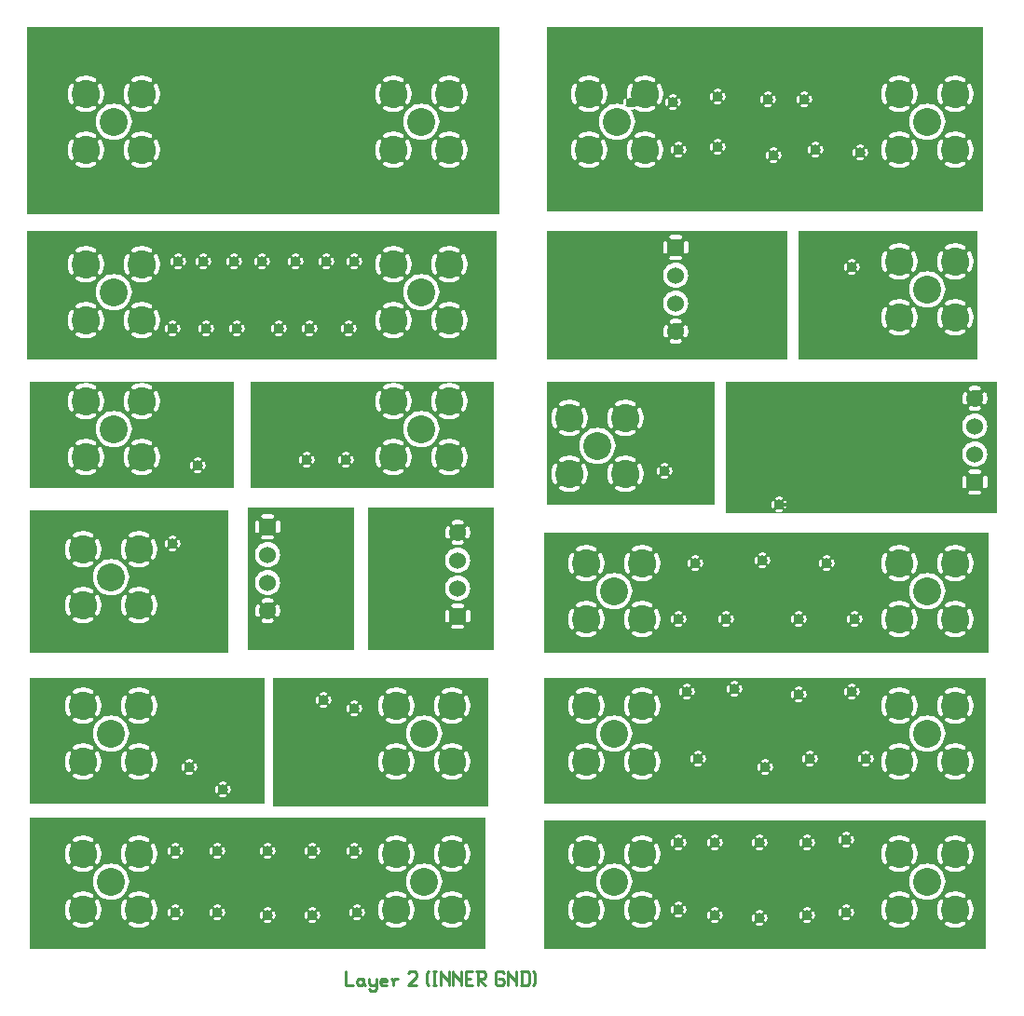
<source format=gbr>
G04 start of page 3 for group 1 idx 1
G04 Title: (unknown), GND-sldr *
G04 Creator: pcb 20080202 *
G04 CreationDate: Sat 15 Mar 2008 09:09:27 PM GMT UTC *
G04 For: matt *
G04 Format: Gerber/RS-274X *
G04 PCB-Dimensions: 360000 350000 *
G04 PCB-Coordinate-Origin: lower left *
%MOIN*%
%FSLAX24Y24*%
%LNGROUP1*%
%ADD11C,0.0100*%
%ADD12C,0.1000*%
%ADD13C,0.0200*%
%ADD14C,0.0600*%
%ADD15C,0.0360*%
%ADD16C,0.0380*%
%ADD17C,0.0130*%
G54D13*G36*
X12300Y12600D02*Y17700D01*
X15138D01*
Y17014D01*
X15129Y17011D01*
X15117Y17006D01*
X15106Y16999D01*
X15096Y16990D01*
X15088Y16980D01*
X15082Y16968D01*
X15068Y16927D01*
X15058Y16885D01*
X15052Y16843D01*
X15050Y16800D01*
X15052Y16756D01*
X15058Y16714D01*
X15068Y16672D01*
X15082Y16631D01*
X15082D01*
X15088Y16619D01*
X15096Y16609D01*
X15106Y16600D01*
X15117Y16593D01*
X15129Y16588D01*
X15138Y16586D01*
Y16065D01*
X15110Y16025D01*
X15077Y15953D01*
X15056Y15878D01*
X15050Y15800D01*
X15056Y15721D01*
X15077Y15646D01*
X15110Y15575D01*
X15138Y15534D01*
Y15065D01*
X15110Y15025D01*
X15077Y14953D01*
X15056Y14878D01*
X15050Y14800D01*
X15056Y14721D01*
X15077Y14646D01*
X15110Y14575D01*
X15138Y14534D01*
Y14023D01*
X15138Y14023D01*
X15125Y14025D01*
X15112Y14023D01*
X15099Y14020D01*
X15087Y14015D01*
X15076Y14007D01*
X15067Y13998D01*
X15060Y13987D01*
X15054Y13975D01*
X15051Y13963D01*
X15050Y13950D01*
Y13650D01*
X15051Y13637D01*
X15054Y13624D01*
X15060Y13612D01*
X15067Y13601D01*
X15076Y13592D01*
X15087Y13585D01*
X15099Y13579D01*
X15112Y13576D01*
X15125Y13575D01*
X15138Y13576D01*
X15138Y13576D01*
Y12600D01*
X12300D01*
G37*
G36*
X15138Y17700D02*X15500D01*
Y17250D01*
X15456Y17248D01*
X15414Y17241D01*
X15372Y17231D01*
X15331Y17217D01*
Y17217D01*
X15319Y17211D01*
X15309Y17203D01*
X15300Y17193D01*
X15293Y17182D01*
X15288Y17170D01*
X15285Y17158D01*
X15284Y17145D01*
X15286Y17132D01*
X15290Y17119D01*
X15295Y17108D01*
X15303Y17097D01*
X15313Y17088D01*
X15324Y17081D01*
X15336Y17076D01*
X15349Y17073D01*
X15362Y17072D01*
X15375Y17074D01*
X15387Y17078D01*
X15414Y17087D01*
X15442Y17094D01*
X15471Y17098D01*
X15500Y17100D01*
Y16500D01*
X15471Y16501D01*
X15442Y16505D01*
X15414Y16512D01*
X15387Y16521D01*
Y16522D01*
X15375Y16525D01*
X15362Y16527D01*
X15349Y16526D01*
X15336Y16523D01*
X15324Y16518D01*
X15313Y16511D01*
X15303Y16502D01*
X15295Y16492D01*
X15289Y16480D01*
X15286Y16468D01*
X15284Y16455D01*
X15285Y16441D01*
X15288Y16429D01*
X15293Y16417D01*
X15300Y16406D01*
X15309Y16396D01*
X15319Y16388D01*
X15331Y16382D01*
X15372Y16368D01*
X15414Y16358D01*
X15456Y16352D01*
X15500Y16350D01*
Y16250D01*
X15421Y16243D01*
X15346Y16222D01*
X15275Y16189D01*
X15210Y16144D01*
X15155Y16089D01*
X15138Y16065D01*
Y16586D01*
X15141Y16585D01*
X15154Y16584D01*
X15167Y16586D01*
X15180Y16590D01*
X15192Y16596D01*
X15202Y16603D01*
X15211Y16613D01*
X15218Y16624D01*
X15223Y16636D01*
X15226Y16649D01*
X15227Y16662D01*
X15225Y16675D01*
X15221Y16687D01*
X15212Y16714D01*
X15205Y16742D01*
X15201Y16771D01*
X15200Y16800D01*
X15201Y16828D01*
X15205Y16857D01*
X15212Y16885D01*
X15221Y16912D01*
X15221D01*
X15225Y16924D01*
X15227Y16937D01*
X15226Y16951D01*
X15223Y16963D01*
X15218Y16975D01*
X15211Y16986D01*
X15202Y16996D01*
X15192Y17004D01*
X15180Y17010D01*
X15167Y17013D01*
X15154Y17015D01*
X15141Y17014D01*
X15138Y17014D01*
Y17700D01*
G37*
G36*
X15500Y12600D02*X15138D01*
Y13576D01*
X15150Y13579D01*
X15162Y13585D01*
X15173Y13592D01*
X15182Y13601D01*
X15190Y13612D01*
X15195Y13624D01*
X15198Y13637D01*
X15200Y13650D01*
Y13950D01*
X15198Y13963D01*
X15195Y13975D01*
X15190Y13987D01*
X15182Y13998D01*
X15173Y14007D01*
X15162Y14015D01*
X15150Y14020D01*
X15138Y14023D01*
Y14534D01*
X15155Y14510D01*
X15210Y14455D01*
X15275Y14410D01*
X15346Y14377D01*
X15421Y14356D01*
X15500Y14350D01*
Y14250D01*
X15350D01*
X15337Y14248D01*
X15324Y14245D01*
X15312Y14240D01*
X15301Y14232D01*
X15292Y14223D01*
X15285Y14212D01*
X15279Y14200D01*
X15276Y14188D01*
X15275Y14175D01*
X15276Y14162D01*
X15279Y14149D01*
X15285Y14137D01*
X15292Y14126D01*
X15301Y14117D01*
X15312Y14110D01*
X15324Y14104D01*
X15337Y14101D01*
X15350Y14100D01*
X15500D01*
Y13500D01*
X15350D01*
X15337Y13498D01*
X15324Y13495D01*
X15312Y13490D01*
X15301Y13482D01*
X15292Y13473D01*
X15285Y13462D01*
X15279Y13450D01*
X15276Y13438D01*
X15275Y13425D01*
X15276Y13412D01*
X15279Y13399D01*
X15285Y13387D01*
X15292Y13376D01*
X15301Y13367D01*
X15312Y13360D01*
X15324Y13354D01*
X15337Y13351D01*
X15350Y13350D01*
X15500D01*
Y12600D01*
G37*
G36*
Y15250D02*X15421Y15243D01*
X15346Y15222D01*
X15275Y15189D01*
X15210Y15144D01*
X15155Y15089D01*
X15138Y15065D01*
Y15534D01*
X15155Y15510D01*
X15210Y15455D01*
X15275Y15410D01*
X15346Y15377D01*
X15421Y15356D01*
X15500Y15350D01*
Y15250D01*
G37*
G36*
Y17700D02*X15861D01*
Y17013D01*
X15858Y17014D01*
X15845Y17015D01*
X15832Y17013D01*
X15819Y17010D01*
X15807Y17004D01*
X15797Y16996D01*
X15788Y16986D01*
X15781Y16975D01*
X15776Y16963D01*
X15773Y16950D01*
X15772Y16937D01*
X15774Y16924D01*
X15778Y16912D01*
X15787Y16885D01*
X15794Y16857D01*
X15798Y16828D01*
X15800Y16800D01*
X15798Y16771D01*
X15794Y16742D01*
X15787Y16714D01*
X15778Y16687D01*
X15778D01*
X15774Y16675D01*
X15772Y16662D01*
X15773Y16649D01*
X15776Y16636D01*
X15781Y16624D01*
X15788Y16613D01*
X15797Y16603D01*
X15807Y16595D01*
X15819Y16590D01*
X15832Y16586D01*
X15845Y16584D01*
X15858Y16585D01*
X15861Y16586D01*
Y16065D01*
X15844Y16089D01*
X15789Y16144D01*
X15725Y16189D01*
X15653Y16222D01*
X15578Y16243D01*
X15500Y16250D01*
Y16350D01*
X15543Y16352D01*
X15585Y16358D01*
X15627Y16368D01*
X15668Y16382D01*
Y16382D01*
X15680Y16388D01*
X15690Y16396D01*
X15699Y16406D01*
X15706Y16417D01*
X15711Y16429D01*
X15714Y16442D01*
X15715Y16455D01*
X15713Y16468D01*
X15709Y16480D01*
X15704Y16492D01*
X15696Y16502D01*
X15686Y16511D01*
X15675Y16518D01*
X15663Y16523D01*
X15650Y16526D01*
X15637Y16527D01*
X15624Y16525D01*
X15612Y16521D01*
X15585Y16512D01*
X15557Y16505D01*
X15528Y16501D01*
X15500Y16500D01*
Y17100D01*
X15528Y17098D01*
X15557Y17094D01*
X15585Y17087D01*
X15612Y17078D01*
Y17078D01*
X15624Y17074D01*
X15637Y17072D01*
X15650Y17073D01*
X15663Y17076D01*
X15675Y17081D01*
X15686Y17088D01*
X15696Y17097D01*
X15704Y17107D01*
X15710Y17119D01*
X15713Y17132D01*
X15715Y17145D01*
X15714Y17158D01*
X15711Y17170D01*
X15706Y17183D01*
X15699Y17193D01*
X15690Y17203D01*
X15680Y17211D01*
X15668Y17217D01*
X15627Y17231D01*
X15585Y17241D01*
X15543Y17248D01*
X15500Y17250D01*
Y17700D01*
G37*
G36*
X15861Y12600D02*X15500D01*
Y13350D01*
X15650D01*
X15663Y13351D01*
X15675Y13354D01*
X15687Y13360D01*
X15698Y13367D01*
X15707Y13376D01*
X15715Y13387D01*
X15720Y13399D01*
X15723Y13412D01*
X15725Y13425D01*
X15723Y13438D01*
X15720Y13450D01*
X15715Y13462D01*
X15707Y13473D01*
X15698Y13482D01*
X15687Y13490D01*
X15675Y13495D01*
X15663Y13498D01*
X15650Y13500D01*
X15500D01*
Y14100D01*
X15650D01*
X15663Y14101D01*
X15675Y14104D01*
X15687Y14110D01*
X15698Y14117D01*
X15707Y14126D01*
X15715Y14137D01*
X15720Y14149D01*
X15723Y14162D01*
X15725Y14175D01*
X15723Y14188D01*
X15720Y14200D01*
X15715Y14212D01*
X15707Y14223D01*
X15698Y14232D01*
X15687Y14240D01*
X15675Y14245D01*
X15663Y14248D01*
X15650Y14250D01*
X15500D01*
Y14350D01*
X15578Y14356D01*
X15653Y14377D01*
X15725Y14410D01*
X15789Y14455D01*
X15844Y14510D01*
X15861Y14534D01*
Y14023D01*
X15849Y14020D01*
X15837Y14015D01*
X15826Y14007D01*
X15817Y13998D01*
X15810Y13987D01*
X15804Y13975D01*
X15801Y13963D01*
X15800Y13950D01*
Y13650D01*
X15801Y13637D01*
X15804Y13624D01*
X15810Y13612D01*
X15817Y13601D01*
X15826Y13592D01*
X15837Y13585D01*
X15849Y13579D01*
X15861Y13576D01*
Y12600D01*
G37*
G36*
Y15065D02*X15844Y15089D01*
X15789Y15144D01*
X15725Y15189D01*
X15653Y15222D01*
X15578Y15243D01*
X15500Y15250D01*
Y15350D01*
X15578Y15356D01*
X15653Y15377D01*
X15725Y15410D01*
X15789Y15455D01*
X15844Y15510D01*
X15861Y15534D01*
Y15065D01*
G37*
G36*
Y17700D02*X16800D01*
Y12600D01*
X15861D01*
Y13576D01*
X15862Y13576D01*
X15875Y13575D01*
X15888Y13576D01*
X15900Y13579D01*
X15912Y13585D01*
X15923Y13592D01*
X15932Y13601D01*
X15940Y13612D01*
X15945Y13624D01*
X15948Y13637D01*
X15950Y13650D01*
Y13950D01*
X15948Y13963D01*
X15945Y13975D01*
X15940Y13987D01*
X15932Y13998D01*
X15923Y14007D01*
X15912Y14015D01*
X15900Y14020D01*
X15888Y14023D01*
X15875Y14025D01*
X15862Y14023D01*
X15861Y14023D01*
Y14534D01*
X15889Y14575D01*
X15922Y14646D01*
X15943Y14721D01*
X15950Y14800D01*
X15943Y14878D01*
X15922Y14953D01*
X15889Y15025D01*
X15861Y15065D01*
Y15534D01*
X15889Y15575D01*
X15922Y15646D01*
X15943Y15721D01*
X15950Y15800D01*
X15943Y15878D01*
X15922Y15953D01*
X15889Y16025D01*
X15861Y16065D01*
Y16586D01*
X15870Y16588D01*
X15882Y16593D01*
X15893Y16600D01*
X15903Y16609D01*
X15911Y16619D01*
X15917Y16631D01*
X15931Y16672D01*
X15941Y16714D01*
X15947Y16756D01*
X15950Y16800D01*
X15947Y16843D01*
X15941Y16885D01*
X15931Y16927D01*
X15917Y16968D01*
X15917D01*
X15911Y16980D01*
X15903Y16990D01*
X15893Y16999D01*
X15882Y17006D01*
X15870Y17011D01*
X15861Y17013D01*
Y17700D01*
G37*
G36*
X8000Y12600D02*Y17700D01*
X8338D01*
Y17223D01*
X8338Y17223D01*
X8325Y17225D01*
X8312Y17223D01*
X8299Y17220D01*
X8287Y17215D01*
X8276Y17207D01*
X8267Y17198D01*
X8260Y17187D01*
X8254Y17175D01*
X8251Y17163D01*
X8250Y17150D01*
Y16850D01*
X8251Y16837D01*
X8254Y16824D01*
X8260Y16812D01*
X8267Y16801D01*
X8276Y16792D01*
X8287Y16785D01*
X8299Y16779D01*
X8312Y16776D01*
X8325Y16775D01*
X8338Y16776D01*
X8338Y16776D01*
Y16265D01*
X8310Y16225D01*
X8277Y16153D01*
X8256Y16078D01*
X8250Y16000D01*
X8256Y15921D01*
X8277Y15846D01*
X8310Y15775D01*
X8338Y15734D01*
Y15265D01*
X8310Y15225D01*
X8277Y15153D01*
X8256Y15078D01*
X8250Y15000D01*
X8256Y14921D01*
X8277Y14846D01*
X8310Y14775D01*
X8338Y14734D01*
Y14214D01*
X8329Y14211D01*
X8317Y14206D01*
X8306Y14199D01*
X8296Y14190D01*
X8288Y14180D01*
X8282Y14168D01*
X8268Y14127D01*
X8258Y14085D01*
X8252Y14043D01*
X8250Y14000D01*
X8252Y13956D01*
X8258Y13914D01*
X8268Y13872D01*
X8282Y13831D01*
X8282D01*
X8288Y13819D01*
X8296Y13809D01*
X8306Y13800D01*
X8317Y13793D01*
X8329Y13788D01*
X8338Y13786D01*
Y12600D01*
X8000D01*
G37*
G36*
X8338Y17700D02*X8700D01*
Y17450D01*
X8550D01*
X8537Y17448D01*
X8524Y17445D01*
X8512Y17440D01*
X8501Y17432D01*
X8492Y17423D01*
X8485Y17412D01*
X8479Y17400D01*
X8476Y17388D01*
X8475Y17375D01*
X8476Y17362D01*
X8479Y17349D01*
X8485Y17337D01*
X8492Y17326D01*
X8501Y17317D01*
X8512Y17310D01*
X8524Y17304D01*
X8537Y17301D01*
X8550Y17300D01*
X8700D01*
Y16700D01*
X8550D01*
X8537Y16698D01*
X8524Y16695D01*
X8512Y16690D01*
X8501Y16682D01*
X8492Y16673D01*
X8485Y16662D01*
X8479Y16650D01*
X8476Y16638D01*
X8475Y16625D01*
X8476Y16612D01*
X8479Y16599D01*
X8485Y16587D01*
X8492Y16576D01*
X8501Y16567D01*
X8512Y16560D01*
X8524Y16554D01*
X8537Y16551D01*
X8550Y16550D01*
X8700D01*
Y16450D01*
X8621Y16443D01*
X8546Y16422D01*
X8475Y16389D01*
X8410Y16344D01*
X8355Y16289D01*
X8338Y16265D01*
Y16776D01*
X8350Y16779D01*
X8362Y16785D01*
X8373Y16792D01*
X8382Y16801D01*
X8390Y16812D01*
X8395Y16824D01*
X8398Y16837D01*
X8400Y16850D01*
Y17150D01*
X8398Y17163D01*
X8395Y17175D01*
X8390Y17187D01*
X8382Y17198D01*
X8373Y17207D01*
X8362Y17215D01*
X8350Y17220D01*
X8338Y17223D01*
Y17700D01*
G37*
G36*
X8700Y12600D02*X8338D01*
Y13786D01*
X8341Y13785D01*
X8354Y13784D01*
X8367Y13786D01*
X8380Y13790D01*
X8392Y13796D01*
X8402Y13803D01*
X8411Y13813D01*
X8418Y13824D01*
X8423Y13836D01*
X8426Y13849D01*
X8427Y13862D01*
X8425Y13875D01*
X8421Y13887D01*
X8412Y13914D01*
X8405Y13942D01*
X8401Y13971D01*
X8400Y14000D01*
X8401Y14028D01*
X8405Y14057D01*
X8412Y14085D01*
X8421Y14112D01*
X8421D01*
X8425Y14124D01*
X8427Y14137D01*
X8426Y14151D01*
X8423Y14163D01*
X8418Y14175D01*
X8411Y14186D01*
X8402Y14196D01*
X8392Y14204D01*
X8380Y14210D01*
X8367Y14213D01*
X8354Y14215D01*
X8341Y14214D01*
X8338Y14214D01*
Y14734D01*
X8355Y14710D01*
X8410Y14655D01*
X8475Y14610D01*
X8546Y14577D01*
X8621Y14556D01*
X8700Y14550D01*
Y14450D01*
X8656Y14448D01*
X8614Y14441D01*
X8572Y14431D01*
X8531Y14417D01*
Y14417D01*
X8519Y14411D01*
X8509Y14403D01*
X8500Y14393D01*
X8493Y14382D01*
X8488Y14370D01*
X8485Y14358D01*
X8484Y14345D01*
X8486Y14332D01*
X8490Y14319D01*
X8495Y14308D01*
X8503Y14297D01*
X8513Y14288D01*
X8524Y14281D01*
X8536Y14276D01*
X8549Y14273D01*
X8562Y14272D01*
X8575Y14274D01*
X8587Y14278D01*
X8614Y14287D01*
X8642Y14294D01*
X8671Y14298D01*
X8700Y14300D01*
Y13700D01*
X8671Y13701D01*
X8642Y13705D01*
X8614Y13712D01*
X8587Y13721D01*
Y13722D01*
X8575Y13725D01*
X8562Y13727D01*
X8549Y13726D01*
X8536Y13723D01*
X8524Y13718D01*
X8513Y13711D01*
X8503Y13702D01*
X8495Y13692D01*
X8489Y13680D01*
X8486Y13668D01*
X8484Y13655D01*
X8485Y13641D01*
X8488Y13629D01*
X8493Y13617D01*
X8500Y13606D01*
X8509Y13596D01*
X8519Y13588D01*
X8531Y13582D01*
X8572Y13568D01*
X8614Y13558D01*
X8656Y13552D01*
X8700Y13550D01*
Y12600D01*
G37*
G36*
Y15450D02*X8621Y15443D01*
X8546Y15422D01*
X8475Y15389D01*
X8410Y15344D01*
X8355Y15289D01*
X8338Y15265D01*
Y15734D01*
X8355Y15710D01*
X8410Y15655D01*
X8475Y15610D01*
X8546Y15577D01*
X8621Y15556D01*
X8700Y15550D01*
Y15450D01*
G37*
G36*
Y17700D02*X9061D01*
Y17223D01*
X9049Y17220D01*
X9037Y17215D01*
X9026Y17207D01*
X9017Y17198D01*
X9010Y17187D01*
X9004Y17175D01*
X9001Y17163D01*
X9000Y17150D01*
Y16850D01*
X9001Y16837D01*
X9004Y16824D01*
X9010Y16812D01*
X9017Y16801D01*
X9026Y16792D01*
X9037Y16785D01*
X9049Y16779D01*
X9061Y16776D01*
Y16265D01*
X9044Y16289D01*
X8989Y16344D01*
X8925Y16389D01*
X8853Y16422D01*
X8778Y16443D01*
X8700Y16450D01*
Y16550D01*
X8850D01*
X8863Y16551D01*
X8875Y16554D01*
X8887Y16560D01*
X8898Y16567D01*
X8907Y16576D01*
X8915Y16587D01*
X8920Y16599D01*
X8923Y16612D01*
X8925Y16625D01*
X8923Y16638D01*
X8920Y16650D01*
X8915Y16662D01*
X8907Y16673D01*
X8898Y16682D01*
X8887Y16690D01*
X8875Y16695D01*
X8863Y16698D01*
X8850Y16700D01*
X8700D01*
Y17300D01*
X8850D01*
X8863Y17301D01*
X8875Y17304D01*
X8887Y17310D01*
X8898Y17317D01*
X8907Y17326D01*
X8915Y17337D01*
X8920Y17349D01*
X8923Y17362D01*
X8925Y17375D01*
X8923Y17388D01*
X8920Y17400D01*
X8915Y17412D01*
X8907Y17423D01*
X8898Y17432D01*
X8887Y17440D01*
X8875Y17445D01*
X8863Y17448D01*
X8850Y17450D01*
X8700D01*
Y17700D01*
G37*
G36*
X9061Y12600D02*X8700D01*
Y13550D01*
X8743Y13552D01*
X8785Y13558D01*
X8827Y13568D01*
X8868Y13582D01*
Y13582D01*
X8880Y13588D01*
X8890Y13596D01*
X8899Y13606D01*
X8906Y13617D01*
X8911Y13629D01*
X8914Y13642D01*
X8915Y13655D01*
X8913Y13668D01*
X8909Y13680D01*
X8904Y13692D01*
X8896Y13702D01*
X8886Y13711D01*
X8875Y13718D01*
X8863Y13723D01*
X8850Y13726D01*
X8837Y13727D01*
X8824Y13725D01*
X8812Y13721D01*
X8785Y13712D01*
X8757Y13705D01*
X8728Y13701D01*
X8700Y13700D01*
Y14300D01*
X8728Y14298D01*
X8757Y14294D01*
X8785Y14287D01*
X8812Y14278D01*
Y14278D01*
X8824Y14274D01*
X8837Y14272D01*
X8850Y14273D01*
X8863Y14276D01*
X8875Y14281D01*
X8886Y14288D01*
X8896Y14297D01*
X8904Y14307D01*
X8910Y14319D01*
X8913Y14332D01*
X8915Y14345D01*
X8914Y14358D01*
X8911Y14370D01*
X8906Y14383D01*
X8899Y14393D01*
X8890Y14403D01*
X8880Y14411D01*
X8868Y14417D01*
X8827Y14431D01*
X8785Y14441D01*
X8743Y14448D01*
X8700Y14450D01*
Y14550D01*
X8778Y14556D01*
X8853Y14577D01*
X8925Y14610D01*
X8989Y14655D01*
X9044Y14710D01*
X9061Y14734D01*
Y14213D01*
X9058Y14214D01*
X9045Y14215D01*
X9032Y14213D01*
X9019Y14210D01*
X9007Y14204D01*
X8997Y14196D01*
X8988Y14186D01*
X8981Y14175D01*
X8976Y14163D01*
X8973Y14150D01*
X8972Y14137D01*
X8974Y14124D01*
X8978Y14112D01*
X8987Y14085D01*
X8994Y14057D01*
X8998Y14028D01*
X9000Y14000D01*
X8998Y13971D01*
X8994Y13942D01*
X8987Y13914D01*
X8978Y13887D01*
X8978D01*
X8974Y13875D01*
X8972Y13862D01*
X8973Y13849D01*
X8976Y13836D01*
X8981Y13824D01*
X8988Y13813D01*
X8997Y13803D01*
X9007Y13795D01*
X9019Y13790D01*
X9032Y13786D01*
X9045Y13784D01*
X9058Y13785D01*
X9061Y13786D01*
Y12600D01*
G37*
G36*
Y15265D02*X9044Y15289D01*
X8989Y15344D01*
X8925Y15389D01*
X8853Y15422D01*
X8778Y15443D01*
X8700Y15450D01*
Y15550D01*
X8778Y15556D01*
X8853Y15577D01*
X8925Y15610D01*
X8989Y15655D01*
X9044Y15710D01*
X9061Y15734D01*
Y15265D01*
G37*
G36*
Y17700D02*X11800D01*
Y12600D01*
X9061D01*
Y13786D01*
X9070Y13788D01*
X9082Y13793D01*
X9093Y13800D01*
X9103Y13809D01*
X9111Y13819D01*
X9117Y13831D01*
X9131Y13872D01*
X9141Y13914D01*
X9147Y13956D01*
X9150Y14000D01*
X9147Y14043D01*
X9141Y14085D01*
X9131Y14127D01*
X9117Y14168D01*
X9117D01*
X9111Y14180D01*
X9103Y14190D01*
X9093Y14199D01*
X9082Y14206D01*
X9070Y14211D01*
X9061Y14213D01*
Y14734D01*
X9089Y14775D01*
X9122Y14846D01*
X9143Y14921D01*
X9150Y15000D01*
X9143Y15078D01*
X9122Y15153D01*
X9089Y15225D01*
X9061Y15265D01*
Y15734D01*
X9089Y15775D01*
X9122Y15846D01*
X9143Y15921D01*
X9150Y16000D01*
X9143Y16078D01*
X9122Y16153D01*
X9089Y16225D01*
X9061Y16265D01*
Y16776D01*
X9062Y16776D01*
X9075Y16775D01*
X9088Y16776D01*
X9100Y16779D01*
X9112Y16785D01*
X9123Y16792D01*
X9132Y16801D01*
X9140Y16812D01*
X9145Y16824D01*
X9148Y16837D01*
X9150Y16850D01*
Y17150D01*
X9148Y17163D01*
X9145Y17175D01*
X9140Y17187D01*
X9132Y17198D01*
X9123Y17207D01*
X9112Y17215D01*
X9100Y17220D01*
X9088Y17223D01*
X9075Y17225D01*
X9062Y17223D01*
X9061Y17223D01*
Y17700D01*
G37*
G36*
X200Y12500D02*Y17600D01*
X1563D01*
Y16551D01*
X1553Y16545D01*
X1544Y16535D01*
X1537Y16525D01*
X1510Y16474D01*
X1489Y16422D01*
X1472Y16368D01*
X1459Y16312D01*
X1452Y16256D01*
X1450Y16200D01*
X1452Y16143D01*
X1459Y16087D01*
X1472Y16031D01*
X1489Y15977D01*
X1510Y15925D01*
X1537Y15875D01*
X1537D01*
X1544Y15864D01*
X1553Y15855D01*
X1563Y15848D01*
Y14551D01*
X1553Y14545D01*
X1544Y14535D01*
X1537Y14525D01*
X1510Y14474D01*
X1489Y14422D01*
X1472Y14368D01*
X1459Y14312D01*
X1452Y14256D01*
X1450Y14200D01*
X1452Y14143D01*
X1459Y14087D01*
X1472Y14031D01*
X1489Y13977D01*
X1510Y13925D01*
X1537Y13875D01*
X1537D01*
X1544Y13864D01*
X1553Y13855D01*
X1563Y13848D01*
Y12500D01*
X200D01*
G37*
G36*
X1563Y17600D02*X2100D01*
Y16850D01*
X2043Y16847D01*
X1987Y16840D01*
X1931Y16827D01*
X1877Y16810D01*
X1825Y16789D01*
X1775Y16763D01*
Y16762D01*
X1764Y16755D01*
X1755Y16746D01*
X1747Y16735D01*
X1742Y16723D01*
X1738Y16711D01*
X1737Y16698D01*
X1738Y16685D01*
X1742Y16672D01*
X1747Y16660D01*
X1755Y16649D01*
X1764Y16640D01*
X1775Y16633D01*
X1786Y16627D01*
X1799Y16624D01*
X1812Y16623D01*
X1825Y16624D01*
X1838Y16627D01*
X1850Y16633D01*
X1888Y16653D01*
X1928Y16669D01*
X1970Y16683D01*
X2013Y16692D01*
X2056Y16698D01*
X2100Y16700D01*
Y15700D01*
X2056Y15702D01*
X2013Y15707D01*
X1970Y15717D01*
X1928Y15730D01*
X1888Y15746D01*
X1850Y15767D01*
Y15767D01*
X1838Y15772D01*
X1825Y15776D01*
X1812Y15777D01*
X1799Y15776D01*
X1786Y15772D01*
X1775Y15767D01*
X1764Y15759D01*
X1755Y15750D01*
X1747Y15739D01*
X1742Y15727D01*
X1738Y15715D01*
X1737Y15702D01*
X1738Y15689D01*
X1742Y15676D01*
X1747Y15664D01*
X1755Y15653D01*
X1764Y15644D01*
X1775Y15637D01*
X1825Y15610D01*
X1877Y15589D01*
X1931Y15572D01*
X1987Y15559D01*
X2043Y15552D01*
X2100Y15550D01*
Y14850D01*
X2043Y14847D01*
X1987Y14840D01*
X1931Y14827D01*
X1877Y14810D01*
X1825Y14789D01*
X1775Y14763D01*
Y14762D01*
X1764Y14755D01*
X1755Y14746D01*
X1747Y14735D01*
X1742Y14723D01*
X1738Y14711D01*
X1737Y14698D01*
X1738Y14685D01*
X1742Y14672D01*
X1747Y14660D01*
X1755Y14649D01*
X1764Y14640D01*
X1775Y14633D01*
X1786Y14627D01*
X1799Y14624D01*
X1812Y14623D01*
X1825Y14624D01*
X1838Y14627D01*
X1850Y14633D01*
X1888Y14653D01*
X1928Y14669D01*
X1970Y14683D01*
X2013Y14692D01*
X2056Y14698D01*
X2100Y14700D01*
Y13700D01*
X2056Y13702D01*
X2013Y13707D01*
X1970Y13717D01*
X1928Y13730D01*
X1888Y13746D01*
X1850Y13767D01*
Y13767D01*
X1838Y13772D01*
X1825Y13776D01*
X1812Y13777D01*
X1799Y13776D01*
X1786Y13772D01*
X1775Y13767D01*
X1764Y13759D01*
X1755Y13750D01*
X1747Y13739D01*
X1742Y13727D01*
X1738Y13715D01*
X1737Y13702D01*
X1738Y13689D01*
X1742Y13676D01*
X1747Y13664D01*
X1755Y13653D01*
X1764Y13644D01*
X1775Y13637D01*
X1825Y13610D01*
X1877Y13589D01*
X1931Y13572D01*
X1987Y13559D01*
X2043Y13552D01*
X2100Y13550D01*
Y12500D01*
X1563D01*
Y13848D01*
X1564Y13847D01*
X1576Y13842D01*
X1589Y13838D01*
X1602Y13837D01*
X1615Y13838D01*
X1627Y13842D01*
X1639Y13847D01*
X1650Y13855D01*
X1659Y13864D01*
X1666Y13875D01*
X1672Y13886D01*
X1675Y13899D01*
X1677Y13912D01*
X1675Y13925D01*
X1672Y13938D01*
X1666Y13950D01*
X1646Y13988D01*
X1630Y14029D01*
X1617Y14070D01*
X1607Y14113D01*
X1601Y14156D01*
X1600Y14200D01*
X1601Y14243D01*
X1607Y14286D01*
X1617Y14329D01*
X1630Y14371D01*
X1646Y14411D01*
X1666Y14450D01*
X1667D01*
X1672Y14461D01*
X1675Y14474D01*
X1677Y14487D01*
X1675Y14500D01*
X1672Y14513D01*
X1667Y14525D01*
X1659Y14535D01*
X1650Y14545D01*
X1639Y14552D01*
X1627Y14558D01*
X1615Y14561D01*
X1602Y14562D01*
X1588Y14561D01*
X1576Y14558D01*
X1564Y14552D01*
X1563Y14551D01*
Y15848D01*
X1564Y15847D01*
X1576Y15842D01*
X1589Y15838D01*
X1602Y15837D01*
X1615Y15838D01*
X1627Y15842D01*
X1639Y15847D01*
X1650Y15855D01*
X1659Y15864D01*
X1666Y15875D01*
X1672Y15886D01*
X1675Y15899D01*
X1677Y15912D01*
X1675Y15925D01*
X1672Y15938D01*
X1666Y15950D01*
X1646Y15988D01*
X1630Y16029D01*
X1617Y16070D01*
X1607Y16113D01*
X1601Y16156D01*
X1600Y16200D01*
X1601Y16243D01*
X1607Y16286D01*
X1617Y16329D01*
X1630Y16371D01*
X1646Y16411D01*
X1666Y16450D01*
X1667D01*
X1672Y16461D01*
X1675Y16474D01*
X1677Y16487D01*
X1675Y16500D01*
X1672Y16513D01*
X1667Y16525D01*
X1659Y16535D01*
X1650Y16545D01*
X1639Y16552D01*
X1627Y16558D01*
X1615Y16561D01*
X1602Y16562D01*
X1588Y16561D01*
X1576Y16558D01*
X1564Y16552D01*
X1563Y16551D01*
Y17600D01*
G37*
G36*
X2100D02*X2636D01*
Y16551D01*
X2635Y16552D01*
X2623Y16557D01*
X2610Y16561D01*
X2597Y16562D01*
X2584Y16561D01*
X2572Y16557D01*
X2560Y16552D01*
X2549Y16544D01*
X2540Y16535D01*
X2533Y16525D01*
X2527Y16513D01*
X2524Y16500D01*
X2522Y16487D01*
X2524Y16474D01*
X2527Y16461D01*
X2533Y16450D01*
X2553Y16411D01*
X2569Y16371D01*
X2582Y16329D01*
X2592Y16286D01*
X2598Y16243D01*
X2600Y16200D01*
X2598Y16156D01*
X2592Y16113D01*
X2582Y16070D01*
X2569Y16029D01*
X2553Y15988D01*
X2533Y15950D01*
X2532D01*
X2527Y15938D01*
X2524Y15925D01*
X2522Y15912D01*
X2524Y15899D01*
X2527Y15886D01*
X2532Y15875D01*
X2540Y15864D01*
X2549Y15855D01*
X2560Y15847D01*
X2572Y15842D01*
X2584Y15838D01*
X2597Y15837D01*
X2611Y15838D01*
X2623Y15842D01*
X2635Y15847D01*
X2636Y15848D01*
Y15652D01*
X2602Y15617D01*
X2537Y15525D01*
X2489Y15422D01*
X2459Y15312D01*
X2450Y15200D01*
X2459Y15087D01*
X2489Y14977D01*
X2537Y14875D01*
X2602Y14782D01*
X2636Y14747D01*
Y14551D01*
X2635Y14552D01*
X2623Y14557D01*
X2610Y14561D01*
X2597Y14562D01*
X2584Y14561D01*
X2572Y14557D01*
X2560Y14552D01*
X2549Y14544D01*
X2540Y14535D01*
X2533Y14525D01*
X2527Y14513D01*
X2524Y14500D01*
X2522Y14487D01*
X2524Y14474D01*
X2527Y14461D01*
X2533Y14450D01*
X2553Y14411D01*
X2569Y14371D01*
X2582Y14329D01*
X2592Y14286D01*
X2598Y14243D01*
X2600Y14200D01*
X2598Y14156D01*
X2592Y14113D01*
X2582Y14070D01*
X2569Y14029D01*
X2553Y13988D01*
X2533Y13950D01*
X2532D01*
X2527Y13938D01*
X2524Y13925D01*
X2522Y13912D01*
X2524Y13899D01*
X2527Y13886D01*
X2532Y13875D01*
X2540Y13864D01*
X2549Y13855D01*
X2560Y13847D01*
X2572Y13842D01*
X2584Y13838D01*
X2597Y13837D01*
X2611Y13838D01*
X2623Y13842D01*
X2635Y13847D01*
X2636Y13848D01*
Y12500D01*
X2100D01*
Y13550D01*
X2156Y13552D01*
X2212Y13559D01*
X2268Y13572D01*
X2322Y13589D01*
X2374Y13610D01*
X2425Y13637D01*
Y13637D01*
X2435Y13644D01*
X2444Y13653D01*
X2452Y13664D01*
X2457Y13676D01*
X2461Y13689D01*
X2462Y13702D01*
X2461Y13715D01*
X2457Y13727D01*
X2452Y13739D01*
X2444Y13750D01*
X2435Y13759D01*
X2425Y13767D01*
X2413Y13772D01*
X2400Y13775D01*
X2387Y13777D01*
X2374Y13775D01*
X2361Y13772D01*
X2350Y13767D01*
X2311Y13746D01*
X2271Y13730D01*
X2229Y13717D01*
X2186Y13707D01*
X2143Y13702D01*
X2100Y13700D01*
Y14700D01*
X2143Y14698D01*
X2186Y14692D01*
X2229Y14683D01*
X2271Y14669D01*
X2311Y14653D01*
X2350Y14633D01*
Y14633D01*
X2361Y14627D01*
X2374Y14624D01*
X2387Y14623D01*
X2400Y14624D01*
X2413Y14627D01*
X2425Y14633D01*
X2435Y14640D01*
X2445Y14649D01*
X2452Y14660D01*
X2458Y14672D01*
X2461Y14685D01*
X2462Y14698D01*
X2461Y14711D01*
X2458Y14723D01*
X2452Y14735D01*
X2445Y14746D01*
X2435Y14755D01*
X2425Y14763D01*
X2374Y14789D01*
X2322Y14810D01*
X2268Y14827D01*
X2212Y14840D01*
X2156Y14847D01*
X2100Y14850D01*
Y15550D01*
X2156Y15552D01*
X2212Y15559D01*
X2268Y15572D01*
X2322Y15589D01*
X2374Y15610D01*
X2425Y15637D01*
Y15637D01*
X2435Y15644D01*
X2444Y15653D01*
X2452Y15664D01*
X2457Y15676D01*
X2461Y15689D01*
X2462Y15702D01*
X2461Y15715D01*
X2457Y15727D01*
X2452Y15739D01*
X2444Y15750D01*
X2435Y15759D01*
X2425Y15767D01*
X2413Y15772D01*
X2400Y15775D01*
X2387Y15777D01*
X2374Y15775D01*
X2361Y15772D01*
X2350Y15767D01*
X2311Y15746D01*
X2271Y15730D01*
X2229Y15717D01*
X2186Y15707D01*
X2143Y15702D01*
X2100Y15700D01*
Y16700D01*
X2143Y16698D01*
X2186Y16692D01*
X2229Y16683D01*
X2271Y16669D01*
X2311Y16653D01*
X2350Y16633D01*
Y16633D01*
X2361Y16627D01*
X2374Y16624D01*
X2387Y16623D01*
X2400Y16624D01*
X2413Y16627D01*
X2425Y16633D01*
X2435Y16640D01*
X2445Y16649D01*
X2452Y16660D01*
X2458Y16672D01*
X2461Y16685D01*
X2462Y16698D01*
X2461Y16711D01*
X2458Y16723D01*
X2452Y16735D01*
X2445Y16746D01*
X2435Y16755D01*
X2425Y16763D01*
X2374Y16789D01*
X2322Y16810D01*
X2268Y16827D01*
X2212Y16840D01*
X2156Y16847D01*
X2100Y16850D01*
Y17600D01*
G37*
G36*
X2636D02*X3563D01*
Y16551D01*
X3553Y16545D01*
X3544Y16535D01*
X3537Y16525D01*
X3510Y16474D01*
X3489Y16422D01*
X3472Y16368D01*
X3459Y16312D01*
X3452Y16256D01*
X3450Y16200D01*
X3452Y16143D01*
X3459Y16087D01*
X3472Y16031D01*
X3489Y15977D01*
X3510Y15925D01*
X3537Y15875D01*
X3537D01*
X3544Y15864D01*
X3553Y15855D01*
X3563Y15848D01*
Y15652D01*
X3517Y15697D01*
X3425Y15762D01*
X3322Y15810D01*
X3212Y15840D01*
X3100Y15850D01*
X2987Y15840D01*
X2877Y15810D01*
X2775Y15762D01*
X2682Y15697D01*
X2636Y15652D01*
Y15848D01*
X2646Y15855D01*
X2655Y15864D01*
X2662Y15875D01*
X2689Y15925D01*
X2710Y15977D01*
X2727Y16031D01*
X2740Y16087D01*
X2747Y16143D01*
X2750Y16200D01*
X2747Y16256D01*
X2740Y16312D01*
X2727Y16368D01*
X2710Y16422D01*
X2689Y16474D01*
X2662Y16525D01*
X2662D01*
X2655Y16535D01*
X2646Y16544D01*
X2636Y16551D01*
Y17600D01*
G37*
G36*
Y14747D02*X2682Y14702D01*
X2775Y14637D01*
X2877Y14589D01*
X2987Y14559D01*
X3100Y14550D01*
X3212Y14559D01*
X3322Y14589D01*
X3425Y14637D01*
X3517Y14702D01*
X3563Y14747D01*
Y14551D01*
X3553Y14545D01*
X3544Y14535D01*
X3537Y14525D01*
X3510Y14474D01*
X3489Y14422D01*
X3472Y14368D01*
X3459Y14312D01*
X3452Y14256D01*
X3450Y14200D01*
X3452Y14143D01*
X3459Y14087D01*
X3472Y14031D01*
X3489Y13977D01*
X3510Y13925D01*
X3537Y13875D01*
X3537D01*
X3544Y13864D01*
X3553Y13855D01*
X3563Y13848D01*
Y12500D01*
X2636D01*
Y13848D01*
X2646Y13855D01*
X2655Y13864D01*
X2662Y13875D01*
X2689Y13925D01*
X2710Y13977D01*
X2727Y14031D01*
X2740Y14087D01*
X2747Y14143D01*
X2750Y14200D01*
X2747Y14256D01*
X2740Y14312D01*
X2727Y14368D01*
X2710Y14422D01*
X2689Y14474D01*
X2662Y14525D01*
X2662D01*
X2655Y14535D01*
X2646Y14544D01*
X2636Y14551D01*
Y14747D01*
G37*
G36*
X3563Y17600D02*X4100D01*
Y16850D01*
X4043Y16847D01*
X3987Y16840D01*
X3931Y16827D01*
X3877Y16810D01*
X3825Y16789D01*
X3775Y16763D01*
Y16762D01*
X3764Y16755D01*
X3755Y16746D01*
X3747Y16735D01*
X3742Y16723D01*
X3738Y16711D01*
X3737Y16698D01*
X3738Y16685D01*
X3742Y16672D01*
X3747Y16660D01*
X3755Y16649D01*
X3764Y16640D01*
X3775Y16633D01*
X3786Y16627D01*
X3799Y16624D01*
X3812Y16623D01*
X3825Y16624D01*
X3838Y16627D01*
X3850Y16633D01*
X3888Y16653D01*
X3928Y16669D01*
X3970Y16683D01*
X4013Y16692D01*
X4056Y16698D01*
X4100Y16700D01*
Y15700D01*
X4056Y15702D01*
X4013Y15707D01*
X3970Y15717D01*
X3928Y15730D01*
X3888Y15746D01*
X3850Y15767D01*
Y15767D01*
X3838Y15772D01*
X3825Y15776D01*
X3812Y15777D01*
X3799Y15776D01*
X3786Y15772D01*
X3775Y15767D01*
X3764Y15759D01*
X3755Y15750D01*
X3747Y15739D01*
X3742Y15727D01*
X3738Y15715D01*
X3737Y15702D01*
X3738Y15689D01*
X3742Y15676D01*
X3747Y15664D01*
X3755Y15653D01*
X3764Y15644D01*
X3775Y15637D01*
X3825Y15610D01*
X3877Y15589D01*
X3931Y15572D01*
X3987Y15559D01*
X4043Y15552D01*
X4100Y15550D01*
Y14850D01*
X4043Y14847D01*
X3987Y14840D01*
X3931Y14827D01*
X3877Y14810D01*
X3825Y14789D01*
X3775Y14763D01*
Y14762D01*
X3764Y14755D01*
X3755Y14746D01*
X3747Y14735D01*
X3742Y14723D01*
X3738Y14711D01*
X3737Y14698D01*
X3738Y14685D01*
X3742Y14672D01*
X3747Y14660D01*
X3755Y14649D01*
X3764Y14640D01*
X3775Y14633D01*
X3786Y14627D01*
X3799Y14624D01*
X3812Y14623D01*
X3825Y14624D01*
X3838Y14627D01*
X3850Y14633D01*
X3888Y14653D01*
X3928Y14669D01*
X3970Y14683D01*
X4013Y14692D01*
X4056Y14698D01*
X4100Y14700D01*
Y13700D01*
X4056Y13702D01*
X4013Y13707D01*
X3970Y13717D01*
X3928Y13730D01*
X3888Y13746D01*
X3850Y13767D01*
Y13767D01*
X3838Y13772D01*
X3825Y13776D01*
X3812Y13777D01*
X3799Y13776D01*
X3786Y13772D01*
X3775Y13767D01*
X3764Y13759D01*
X3755Y13750D01*
X3747Y13739D01*
X3742Y13727D01*
X3738Y13715D01*
X3737Y13702D01*
X3738Y13689D01*
X3742Y13676D01*
X3747Y13664D01*
X3755Y13653D01*
X3764Y13644D01*
X3775Y13637D01*
X3825Y13610D01*
X3877Y13589D01*
X3931Y13572D01*
X3987Y13559D01*
X4043Y13552D01*
X4100Y13550D01*
Y12500D01*
X3563D01*
Y13848D01*
X3564Y13847D01*
X3576Y13842D01*
X3589Y13838D01*
X3602Y13837D01*
X3615Y13838D01*
X3627Y13842D01*
X3639Y13847D01*
X3650Y13855D01*
X3659Y13864D01*
X3666Y13875D01*
X3672Y13886D01*
X3675Y13899D01*
X3677Y13912D01*
X3675Y13925D01*
X3672Y13938D01*
X3666Y13950D01*
X3646Y13988D01*
X3630Y14029D01*
X3617Y14070D01*
X3607Y14113D01*
X3601Y14156D01*
X3600Y14200D01*
X3601Y14243D01*
X3607Y14286D01*
X3617Y14329D01*
X3630Y14371D01*
X3646Y14411D01*
X3666Y14450D01*
X3667D01*
X3672Y14461D01*
X3675Y14474D01*
X3677Y14487D01*
X3675Y14500D01*
X3672Y14513D01*
X3667Y14525D01*
X3659Y14535D01*
X3650Y14545D01*
X3639Y14552D01*
X3627Y14558D01*
X3615Y14561D01*
X3602Y14562D01*
X3588Y14561D01*
X3576Y14558D01*
X3564Y14552D01*
X3563Y14551D01*
Y14747D01*
X3597Y14782D01*
X3662Y14875D01*
X3710Y14977D01*
X3740Y15087D01*
X3750Y15200D01*
X3740Y15312D01*
X3710Y15422D01*
X3662Y15525D01*
X3597Y15617D01*
X3563Y15652D01*
Y15848D01*
X3564Y15847D01*
X3576Y15842D01*
X3589Y15838D01*
X3602Y15837D01*
X3615Y15838D01*
X3627Y15842D01*
X3639Y15847D01*
X3650Y15855D01*
X3659Y15864D01*
X3666Y15875D01*
X3672Y15886D01*
X3675Y15899D01*
X3677Y15912D01*
X3675Y15925D01*
X3672Y15938D01*
X3666Y15950D01*
X3646Y15988D01*
X3630Y16029D01*
X3617Y16070D01*
X3607Y16113D01*
X3601Y16156D01*
X3600Y16200D01*
X3601Y16243D01*
X3607Y16286D01*
X3617Y16329D01*
X3630Y16371D01*
X3646Y16411D01*
X3666Y16450D01*
X3667D01*
X3672Y16461D01*
X3675Y16474D01*
X3677Y16487D01*
X3675Y16500D01*
X3672Y16513D01*
X3667Y16525D01*
X3659Y16535D01*
X3650Y16545D01*
X3639Y16552D01*
X3627Y16558D01*
X3615Y16561D01*
X3602Y16562D01*
X3588Y16561D01*
X3576Y16558D01*
X3564Y16552D01*
X3563Y16551D01*
Y17600D01*
G37*
G36*
X4100D02*X4636D01*
Y16551D01*
X4635Y16552D01*
X4623Y16557D01*
X4610Y16561D01*
X4597Y16562D01*
X4584Y16561D01*
X4572Y16557D01*
X4560Y16552D01*
X4549Y16544D01*
X4540Y16535D01*
X4533Y16525D01*
X4527Y16513D01*
X4524Y16500D01*
X4522Y16487D01*
X4524Y16474D01*
X4527Y16461D01*
X4533Y16450D01*
X4553Y16411D01*
X4569Y16371D01*
X4582Y16329D01*
X4592Y16286D01*
X4598Y16243D01*
X4600Y16200D01*
X4598Y16156D01*
X4592Y16113D01*
X4582Y16070D01*
X4569Y16029D01*
X4553Y15988D01*
X4533Y15950D01*
X4532D01*
X4527Y15938D01*
X4524Y15925D01*
X4522Y15912D01*
X4524Y15899D01*
X4527Y15886D01*
X4532Y15875D01*
X4540Y15864D01*
X4549Y15855D01*
X4560Y15847D01*
X4572Y15842D01*
X4584Y15838D01*
X4597Y15837D01*
X4611Y15838D01*
X4623Y15842D01*
X4635Y15847D01*
X4636Y15848D01*
Y14551D01*
X4635Y14552D01*
X4623Y14557D01*
X4610Y14561D01*
X4597Y14562D01*
X4584Y14561D01*
X4572Y14557D01*
X4560Y14552D01*
X4549Y14544D01*
X4540Y14535D01*
X4533Y14525D01*
X4527Y14513D01*
X4524Y14500D01*
X4522Y14487D01*
X4524Y14474D01*
X4527Y14461D01*
X4533Y14450D01*
X4553Y14411D01*
X4569Y14371D01*
X4582Y14329D01*
X4592Y14286D01*
X4598Y14243D01*
X4600Y14200D01*
X4598Y14156D01*
X4592Y14113D01*
X4582Y14070D01*
X4569Y14029D01*
X4553Y13988D01*
X4533Y13950D01*
X4532D01*
X4527Y13938D01*
X4524Y13925D01*
X4522Y13912D01*
X4524Y13899D01*
X4527Y13886D01*
X4532Y13875D01*
X4540Y13864D01*
X4549Y13855D01*
X4560Y13847D01*
X4572Y13842D01*
X4584Y13838D01*
X4597Y13837D01*
X4611Y13838D01*
X4623Y13842D01*
X4635Y13847D01*
X4636Y13848D01*
Y12500D01*
X4100D01*
Y13550D01*
X4156Y13552D01*
X4212Y13559D01*
X4268Y13572D01*
X4322Y13589D01*
X4374Y13610D01*
X4425Y13637D01*
Y13637D01*
X4435Y13644D01*
X4444Y13653D01*
X4452Y13664D01*
X4457Y13676D01*
X4461Y13689D01*
X4462Y13702D01*
X4461Y13715D01*
X4457Y13727D01*
X4452Y13739D01*
X4444Y13750D01*
X4435Y13759D01*
X4425Y13767D01*
X4413Y13772D01*
X4400Y13775D01*
X4387Y13777D01*
X4374Y13775D01*
X4361Y13772D01*
X4350Y13767D01*
X4311Y13746D01*
X4271Y13730D01*
X4229Y13717D01*
X4186Y13707D01*
X4143Y13702D01*
X4100Y13700D01*
Y14700D01*
X4143Y14698D01*
X4186Y14692D01*
X4229Y14683D01*
X4271Y14669D01*
X4311Y14653D01*
X4350Y14633D01*
Y14633D01*
X4361Y14627D01*
X4374Y14624D01*
X4387Y14623D01*
X4400Y14624D01*
X4413Y14627D01*
X4425Y14633D01*
X4435Y14640D01*
X4445Y14649D01*
X4452Y14660D01*
X4458Y14672D01*
X4461Y14685D01*
X4462Y14698D01*
X4461Y14711D01*
X4458Y14723D01*
X4452Y14735D01*
X4445Y14746D01*
X4435Y14755D01*
X4425Y14763D01*
X4374Y14789D01*
X4322Y14810D01*
X4268Y14827D01*
X4212Y14840D01*
X4156Y14847D01*
X4100Y14850D01*
Y15550D01*
X4156Y15552D01*
X4212Y15559D01*
X4268Y15572D01*
X4322Y15589D01*
X4374Y15610D01*
X4425Y15637D01*
Y15637D01*
X4435Y15644D01*
X4444Y15653D01*
X4452Y15664D01*
X4457Y15676D01*
X4461Y15689D01*
X4462Y15702D01*
X4461Y15715D01*
X4457Y15727D01*
X4452Y15739D01*
X4444Y15750D01*
X4435Y15759D01*
X4425Y15767D01*
X4413Y15772D01*
X4400Y15775D01*
X4387Y15777D01*
X4374Y15775D01*
X4361Y15772D01*
X4350Y15767D01*
X4311Y15746D01*
X4271Y15730D01*
X4229Y15717D01*
X4186Y15707D01*
X4143Y15702D01*
X4100Y15700D01*
Y16700D01*
X4143Y16698D01*
X4186Y16692D01*
X4229Y16683D01*
X4271Y16669D01*
X4311Y16653D01*
X4350Y16633D01*
Y16633D01*
X4361Y16627D01*
X4374Y16624D01*
X4387Y16623D01*
X4400Y16624D01*
X4413Y16627D01*
X4425Y16633D01*
X4435Y16640D01*
X4445Y16649D01*
X4452Y16660D01*
X4458Y16672D01*
X4461Y16685D01*
X4462Y16698D01*
X4461Y16711D01*
X4458Y16723D01*
X4452Y16735D01*
X4445Y16746D01*
X4435Y16755D01*
X4425Y16763D01*
X4374Y16789D01*
X4322Y16810D01*
X4268Y16827D01*
X4212Y16840D01*
X4156Y16847D01*
X4100Y16850D01*
Y17600D01*
G37*
G36*
X4636D02*X5076D01*
Y16528D01*
X5075Y16528D01*
X5066Y16525D01*
X5058Y16522D01*
X5051Y16517D01*
X5045Y16510D01*
X5040Y16503D01*
X5036Y16495D01*
X5029Y16472D01*
X5024Y16448D01*
X5021Y16424D01*
X5020Y16400D01*
X5021Y16375D01*
X5024Y16351D01*
X5029Y16327D01*
X5036Y16304D01*
X5040Y16296D01*
X5045Y16289D01*
X5051Y16283D01*
X5058Y16278D01*
X5066Y16274D01*
X5075Y16272D01*
X5076Y16272D01*
Y12500D01*
X4636D01*
Y13848D01*
X4646Y13855D01*
X4655Y13864D01*
X4662Y13875D01*
X4689Y13925D01*
X4710Y13977D01*
X4727Y14031D01*
X4740Y14087D01*
X4747Y14143D01*
X4750Y14200D01*
X4747Y14256D01*
X4740Y14312D01*
X4727Y14368D01*
X4710Y14422D01*
X4689Y14474D01*
X4662Y14525D01*
X4662D01*
X4655Y14535D01*
X4646Y14544D01*
X4636Y14551D01*
Y15848D01*
X4646Y15855D01*
X4655Y15864D01*
X4662Y15875D01*
X4689Y15925D01*
X4710Y15977D01*
X4727Y16031D01*
X4740Y16087D01*
X4747Y16143D01*
X4750Y16200D01*
X4747Y16256D01*
X4740Y16312D01*
X4727Y16368D01*
X4710Y16422D01*
X4689Y16474D01*
X4662Y16525D01*
X4662D01*
X4655Y16535D01*
X4646Y16544D01*
X4636Y16551D01*
Y17600D01*
G37*
G36*
X5076D02*X5300D01*
Y16680D01*
X5275Y16679D01*
X5251Y16675D01*
X5227Y16670D01*
X5204Y16663D01*
X5196Y16659D01*
X5189Y16654D01*
X5183Y16648D01*
X5178Y16641D01*
X5174Y16633D01*
X5172Y16624D01*
X5171Y16616D01*
X5172Y16607D01*
X5174Y16599D01*
X5178Y16591D01*
X5183Y16584D01*
X5189Y16577D01*
X5196Y16572D01*
X5204Y16569D01*
X5212Y16566D01*
X5221Y16566D01*
X5230Y16566D01*
X5238Y16569D01*
X5253Y16573D01*
X5268Y16577D01*
X5284Y16579D01*
X5300Y16580D01*
Y16220D01*
X5284Y16220D01*
X5268Y16222D01*
X5253Y16226D01*
X5238Y16230D01*
X5230Y16233D01*
X5221Y16233D01*
X5212Y16233D01*
X5204Y16230D01*
X5196Y16227D01*
X5189Y16222D01*
X5183Y16216D01*
X5178Y16208D01*
X5174Y16201D01*
X5172Y16192D01*
X5171Y16183D01*
X5172Y16175D01*
X5174Y16166D01*
X5178Y16158D01*
X5183Y16151D01*
X5189Y16145D01*
X5196Y16140D01*
X5204Y16136D01*
X5227Y16129D01*
X5251Y16124D01*
X5275Y16121D01*
X5300Y16120D01*
Y12500D01*
X5076D01*
Y16272D01*
X5083Y16271D01*
X5092Y16272D01*
X5100Y16274D01*
X5108Y16278D01*
X5115Y16283D01*
X5122Y16289D01*
X5127Y16296D01*
X5130Y16304D01*
X5133Y16312D01*
X5133Y16321D01*
X5133Y16330D01*
X5130Y16338D01*
X5126Y16353D01*
X5122Y16368D01*
X5120Y16384D01*
X5120Y16400D01*
X5120Y16415D01*
X5122Y16431D01*
X5126Y16446D01*
X5130Y16461D01*
X5133Y16470D01*
X5133Y16478D01*
X5133Y16487D01*
X5130Y16495D01*
X5127Y16503D01*
X5122Y16510D01*
X5115Y16517D01*
X5108Y16522D01*
X5100Y16525D01*
X5092Y16528D01*
X5083Y16528D01*
X5076Y16528D01*
Y17600D01*
G37*
G36*
X5300D02*X5523D01*
Y16528D01*
X5516Y16528D01*
X5507Y16528D01*
X5499Y16525D01*
X5491Y16522D01*
X5484Y16517D01*
X5477Y16510D01*
X5472Y16503D01*
X5469Y16495D01*
X5466Y16487D01*
X5466Y16478D01*
X5466Y16470D01*
X5469Y16461D01*
X5473Y16446D01*
X5477Y16431D01*
X5479Y16415D01*
X5480Y16400D01*
X5479Y16384D01*
X5477Y16368D01*
X5473Y16353D01*
X5469Y16338D01*
X5466Y16330D01*
X5466Y16321D01*
X5466Y16312D01*
X5469Y16304D01*
X5472Y16296D01*
X5477Y16289D01*
X5484Y16283D01*
X5491Y16278D01*
X5499Y16274D01*
X5507Y16272D01*
X5516Y16271D01*
X5523Y16272D01*
Y12500D01*
X5300D01*
Y16120D01*
X5324Y16121D01*
X5348Y16124D01*
X5372Y16129D01*
X5395Y16136D01*
X5403Y16140D01*
X5410Y16145D01*
X5416Y16151D01*
X5421Y16158D01*
X5425Y16166D01*
X5427Y16175D01*
X5428Y16183D01*
X5427Y16192D01*
X5425Y16201D01*
X5421Y16208D01*
X5416Y16216D01*
X5410Y16222D01*
X5403Y16227D01*
X5395Y16230D01*
X5387Y16233D01*
X5378Y16233D01*
X5369Y16233D01*
X5361Y16230D01*
X5346Y16226D01*
X5331Y16222D01*
X5315Y16220D01*
X5300Y16220D01*
Y16580D01*
X5315Y16579D01*
X5331Y16577D01*
X5346Y16573D01*
X5361Y16569D01*
X5369Y16566D01*
X5378Y16566D01*
X5387Y16566D01*
X5395Y16569D01*
X5403Y16572D01*
X5410Y16577D01*
X5416Y16584D01*
X5421Y16591D01*
X5425Y16599D01*
X5427Y16607D01*
X5428Y16616D01*
X5427Y16624D01*
X5425Y16633D01*
X5421Y16641D01*
X5416Y16648D01*
X5410Y16654D01*
X5403Y16659D01*
X5395Y16663D01*
X5372Y16670D01*
X5348Y16675D01*
X5324Y16679D01*
X5300Y16680D01*
Y17600D01*
G37*
G36*
X5523D02*X7300D01*
Y12500D01*
X5523D01*
Y16272D01*
X5524Y16272D01*
X5533Y16274D01*
X5541Y16278D01*
X5548Y16283D01*
X5554Y16289D01*
X5559Y16296D01*
X5563Y16304D01*
X5570Y16327D01*
X5575Y16351D01*
X5578Y16375D01*
X5580Y16400D01*
X5578Y16424D01*
X5575Y16448D01*
X5570Y16472D01*
X5563Y16495D01*
X5559Y16503D01*
X5554Y16510D01*
X5548Y16517D01*
X5541Y16522D01*
X5533Y16525D01*
X5524Y16528D01*
X5523Y16528D01*
Y17600D01*
G37*
G36*
X8100Y18400D02*Y22200D01*
X9876D01*
Y19528D01*
X9875Y19528D01*
X9866Y19525D01*
X9858Y19522D01*
X9851Y19517D01*
X9845Y19510D01*
X9840Y19503D01*
X9836Y19495D01*
X9829Y19472D01*
X9824Y19448D01*
X9821Y19424D01*
X9820Y19400D01*
X9821Y19375D01*
X9824Y19351D01*
X9829Y19327D01*
X9836Y19304D01*
X9840Y19296D01*
X9845Y19289D01*
X9851Y19283D01*
X9858Y19278D01*
X9866Y19274D01*
X9875Y19272D01*
X9876Y19272D01*
Y18400D01*
X8100D01*
G37*
G36*
X9876Y22200D02*X10100D01*
Y19680D01*
X10075Y19679D01*
X10051Y19675D01*
X10027Y19670D01*
X10004Y19663D01*
X9996Y19659D01*
X9989Y19654D01*
X9983Y19648D01*
X9978Y19641D01*
X9974Y19633D01*
X9972Y19624D01*
X9971Y19616D01*
X9972Y19607D01*
X9974Y19599D01*
X9978Y19591D01*
X9983Y19584D01*
X9989Y19577D01*
X9996Y19572D01*
X10004Y19569D01*
X10012Y19566D01*
X10021Y19566D01*
X10030Y19566D01*
X10038Y19569D01*
X10053Y19573D01*
X10068Y19577D01*
X10084Y19579D01*
X10100Y19580D01*
Y19220D01*
X10084Y19220D01*
X10068Y19222D01*
X10053Y19226D01*
X10038Y19230D01*
X10030Y19233D01*
X10021Y19233D01*
X10012Y19233D01*
X10004Y19230D01*
X9996Y19227D01*
X9989Y19222D01*
X9983Y19216D01*
X9978Y19208D01*
X9974Y19201D01*
X9972Y19192D01*
X9971Y19183D01*
X9972Y19175D01*
X9974Y19166D01*
X9978Y19158D01*
X9983Y19151D01*
X9989Y19145D01*
X9996Y19140D01*
X10004Y19136D01*
X10027Y19129D01*
X10051Y19124D01*
X10075Y19121D01*
X10100Y19120D01*
Y18400D01*
X9876D01*
Y19272D01*
X9883Y19271D01*
X9892Y19272D01*
X9900Y19274D01*
X9908Y19278D01*
X9915Y19283D01*
X9922Y19289D01*
X9927Y19296D01*
X9930Y19304D01*
X9933Y19312D01*
X9933Y19321D01*
X9933Y19330D01*
X9930Y19338D01*
X9926Y19353D01*
X9922Y19368D01*
X9920Y19384D01*
X9920Y19400D01*
X9920Y19415D01*
X9922Y19431D01*
X9926Y19446D01*
X9930Y19461D01*
X9933Y19470D01*
X9933Y19478D01*
X9933Y19487D01*
X9930Y19495D01*
X9927Y19503D01*
X9922Y19510D01*
X9915Y19517D01*
X9908Y19522D01*
X9900Y19525D01*
X9892Y19528D01*
X9883Y19528D01*
X9876Y19528D01*
Y22200D01*
G37*
G36*
X10100D02*X10323D01*
Y19528D01*
X10316Y19528D01*
X10307Y19528D01*
X10299Y19525D01*
X10291Y19522D01*
X10284Y19517D01*
X10277Y19510D01*
X10272Y19503D01*
X10269Y19495D01*
X10266Y19487D01*
X10266Y19478D01*
X10266Y19470D01*
X10269Y19461D01*
X10273Y19446D01*
X10277Y19431D01*
X10279Y19415D01*
X10280Y19400D01*
X10279Y19384D01*
X10277Y19368D01*
X10273Y19353D01*
X10269Y19338D01*
X10266Y19330D01*
X10266Y19321D01*
X10266Y19312D01*
X10269Y19304D01*
X10272Y19296D01*
X10277Y19289D01*
X10284Y19283D01*
X10291Y19278D01*
X10299Y19274D01*
X10307Y19272D01*
X10316Y19271D01*
X10323Y19272D01*
Y18400D01*
X10100D01*
Y19120D01*
X10124Y19121D01*
X10148Y19124D01*
X10172Y19129D01*
X10195Y19136D01*
X10203Y19140D01*
X10210Y19145D01*
X10216Y19151D01*
X10221Y19158D01*
X10225Y19166D01*
X10227Y19175D01*
X10228Y19183D01*
X10227Y19192D01*
X10225Y19201D01*
X10221Y19208D01*
X10216Y19216D01*
X10210Y19222D01*
X10203Y19227D01*
X10195Y19230D01*
X10187Y19233D01*
X10178Y19233D01*
X10169Y19233D01*
X10161Y19230D01*
X10146Y19226D01*
X10131Y19222D01*
X10115Y19220D01*
X10100Y19220D01*
Y19580D01*
X10115Y19579D01*
X10131Y19577D01*
X10146Y19573D01*
X10161Y19569D01*
X10169Y19566D01*
X10178Y19566D01*
X10187Y19566D01*
X10195Y19569D01*
X10203Y19572D01*
X10210Y19577D01*
X10216Y19584D01*
X10221Y19591D01*
X10225Y19599D01*
X10227Y19607D01*
X10228Y19616D01*
X10227Y19624D01*
X10225Y19633D01*
X10221Y19641D01*
X10216Y19648D01*
X10210Y19654D01*
X10203Y19659D01*
X10195Y19663D01*
X10172Y19670D01*
X10148Y19675D01*
X10124Y19679D01*
X10100Y19680D01*
Y22200D01*
G37*
G36*
X10323D02*X11276D01*
Y19528D01*
X11275Y19528D01*
X11266Y19525D01*
X11258Y19522D01*
X11251Y19517D01*
X11245Y19510D01*
X11240Y19503D01*
X11236Y19495D01*
X11229Y19472D01*
X11224Y19448D01*
X11221Y19424D01*
X11220Y19400D01*
X11221Y19375D01*
X11224Y19351D01*
X11229Y19327D01*
X11236Y19304D01*
X11240Y19296D01*
X11245Y19289D01*
X11251Y19283D01*
X11258Y19278D01*
X11266Y19274D01*
X11275Y19272D01*
X11276Y19272D01*
Y18400D01*
X10323D01*
Y19272D01*
X10324Y19272D01*
X10333Y19274D01*
X10341Y19278D01*
X10348Y19283D01*
X10354Y19289D01*
X10359Y19296D01*
X10363Y19304D01*
X10370Y19327D01*
X10375Y19351D01*
X10378Y19375D01*
X10380Y19400D01*
X10378Y19424D01*
X10375Y19448D01*
X10370Y19472D01*
X10363Y19495D01*
X10359Y19503D01*
X10354Y19510D01*
X10348Y19517D01*
X10341Y19522D01*
X10333Y19525D01*
X10324Y19528D01*
X10323Y19528D01*
Y22200D01*
G37*
G36*
X11276D02*X11500D01*
Y19680D01*
X11475Y19679D01*
X11451Y19675D01*
X11427Y19670D01*
X11404Y19663D01*
X11396Y19659D01*
X11389Y19654D01*
X11383Y19648D01*
X11378Y19641D01*
X11374Y19633D01*
X11372Y19624D01*
X11371Y19616D01*
X11372Y19607D01*
X11374Y19599D01*
X11378Y19591D01*
X11383Y19584D01*
X11389Y19577D01*
X11396Y19572D01*
X11404Y19569D01*
X11412Y19566D01*
X11421Y19566D01*
X11430Y19566D01*
X11438Y19569D01*
X11453Y19573D01*
X11468Y19577D01*
X11484Y19579D01*
X11500Y19580D01*
Y19220D01*
X11484Y19220D01*
X11468Y19222D01*
X11453Y19226D01*
X11438Y19230D01*
X11430Y19233D01*
X11421Y19233D01*
X11412Y19233D01*
X11404Y19230D01*
X11396Y19227D01*
X11389Y19222D01*
X11383Y19216D01*
X11378Y19208D01*
X11374Y19201D01*
X11372Y19192D01*
X11371Y19183D01*
X11372Y19175D01*
X11374Y19166D01*
X11378Y19158D01*
X11383Y19151D01*
X11389Y19145D01*
X11396Y19140D01*
X11404Y19136D01*
X11427Y19129D01*
X11451Y19124D01*
X11475Y19121D01*
X11500Y19120D01*
Y18400D01*
X11276D01*
Y19272D01*
X11283Y19271D01*
X11292Y19272D01*
X11300Y19274D01*
X11308Y19278D01*
X11315Y19283D01*
X11322Y19289D01*
X11327Y19296D01*
X11330Y19304D01*
X11333Y19312D01*
X11333Y19321D01*
X11333Y19330D01*
X11330Y19338D01*
X11326Y19353D01*
X11322Y19368D01*
X11320Y19384D01*
X11320Y19400D01*
X11320Y19415D01*
X11322Y19431D01*
X11326Y19446D01*
X11330Y19461D01*
X11333Y19470D01*
X11333Y19478D01*
X11333Y19487D01*
X11330Y19495D01*
X11327Y19503D01*
X11322Y19510D01*
X11315Y19517D01*
X11308Y19522D01*
X11300Y19525D01*
X11292Y19528D01*
X11283Y19528D01*
X11276Y19528D01*
Y22200D01*
G37*
G36*
X11500D02*X11723D01*
Y19528D01*
X11716Y19528D01*
X11707Y19528D01*
X11699Y19525D01*
X11691Y19522D01*
X11684Y19517D01*
X11677Y19510D01*
X11672Y19503D01*
X11669Y19495D01*
X11666Y19487D01*
X11666Y19478D01*
X11666Y19470D01*
X11669Y19461D01*
X11673Y19446D01*
X11677Y19431D01*
X11679Y19415D01*
X11680Y19400D01*
X11679Y19384D01*
X11677Y19368D01*
X11673Y19353D01*
X11669Y19338D01*
X11666Y19330D01*
X11666Y19321D01*
X11666Y19312D01*
X11669Y19304D01*
X11672Y19296D01*
X11677Y19289D01*
X11684Y19283D01*
X11691Y19278D01*
X11699Y19274D01*
X11707Y19272D01*
X11716Y19271D01*
X11723Y19272D01*
Y18400D01*
X11500D01*
Y19120D01*
X11524Y19121D01*
X11548Y19124D01*
X11572Y19129D01*
X11595Y19136D01*
X11603Y19140D01*
X11610Y19145D01*
X11616Y19151D01*
X11621Y19158D01*
X11625Y19166D01*
X11627Y19175D01*
X11628Y19183D01*
X11627Y19192D01*
X11625Y19201D01*
X11621Y19208D01*
X11616Y19216D01*
X11610Y19222D01*
X11603Y19227D01*
X11595Y19230D01*
X11587Y19233D01*
X11578Y19233D01*
X11569Y19233D01*
X11561Y19230D01*
X11546Y19226D01*
X11531Y19222D01*
X11515Y19220D01*
X11500Y19220D01*
Y19580D01*
X11515Y19579D01*
X11531Y19577D01*
X11546Y19573D01*
X11561Y19569D01*
X11569Y19566D01*
X11578Y19566D01*
X11587Y19566D01*
X11595Y19569D01*
X11603Y19572D01*
X11610Y19577D01*
X11616Y19584D01*
X11621Y19591D01*
X11625Y19599D01*
X11627Y19607D01*
X11628Y19616D01*
X11627Y19624D01*
X11625Y19633D01*
X11621Y19641D01*
X11616Y19648D01*
X11610Y19654D01*
X11603Y19659D01*
X11595Y19663D01*
X11572Y19670D01*
X11548Y19675D01*
X11524Y19679D01*
X11500Y19680D01*
Y22200D01*
G37*
G36*
X11723D02*X12663D01*
Y21851D01*
X12653Y21845D01*
X12644Y21835D01*
X12637Y21825D01*
X12610Y21774D01*
X12589Y21722D01*
X12572Y21668D01*
X12559Y21612D01*
X12552Y21556D01*
X12550Y21500D01*
X12552Y21443D01*
X12559Y21387D01*
X12572Y21331D01*
X12589Y21277D01*
X12610Y21225D01*
X12637Y21175D01*
X12637D01*
X12644Y21164D01*
X12653Y21155D01*
X12663Y21148D01*
Y19851D01*
X12653Y19845D01*
X12644Y19835D01*
X12637Y19825D01*
X12610Y19774D01*
X12589Y19722D01*
X12572Y19668D01*
X12559Y19612D01*
X12552Y19556D01*
X12550Y19500D01*
X12552Y19443D01*
X12559Y19387D01*
X12572Y19331D01*
X12589Y19277D01*
X12610Y19225D01*
X12637Y19175D01*
X12637D01*
X12644Y19164D01*
X12653Y19155D01*
X12663Y19148D01*
Y18400D01*
X11723D01*
Y19272D01*
X11724Y19272D01*
X11733Y19274D01*
X11741Y19278D01*
X11748Y19283D01*
X11754Y19289D01*
X11759Y19296D01*
X11763Y19304D01*
X11770Y19327D01*
X11775Y19351D01*
X11778Y19375D01*
X11780Y19400D01*
X11778Y19424D01*
X11775Y19448D01*
X11770Y19472D01*
X11763Y19495D01*
X11759Y19503D01*
X11754Y19510D01*
X11748Y19517D01*
X11741Y19522D01*
X11733Y19525D01*
X11724Y19528D01*
X11723Y19528D01*
Y22200D01*
G37*
G36*
X12663D02*X13200D01*
Y22150D01*
X13143Y22147D01*
X13087Y22140D01*
X13031Y22127D01*
X12977Y22110D01*
X12925Y22089D01*
X12875Y22063D01*
Y22062D01*
X12864Y22055D01*
X12855Y22046D01*
X12847Y22035D01*
X12842Y22023D01*
X12838Y22011D01*
X12837Y21998D01*
X12838Y21985D01*
X12842Y21972D01*
X12847Y21960D01*
X12855Y21949D01*
X12864Y21940D01*
X12875Y21933D01*
X12886Y21927D01*
X12899Y21924D01*
X12912Y21923D01*
X12925Y21924D01*
X12938Y21927D01*
X12950Y21933D01*
X12988Y21953D01*
X13028Y21969D01*
X13070Y21983D01*
X13113Y21992D01*
X13156Y21998D01*
X13200Y22000D01*
Y21000D01*
X13156Y21002D01*
X13113Y21007D01*
X13070Y21017D01*
X13028Y21030D01*
X12988Y21046D01*
X12950Y21067D01*
Y21067D01*
X12938Y21072D01*
X12925Y21076D01*
X12912Y21077D01*
X12899Y21076D01*
X12886Y21072D01*
X12875Y21067D01*
X12864Y21059D01*
X12855Y21050D01*
X12847Y21039D01*
X12842Y21027D01*
X12838Y21015D01*
X12837Y21002D01*
X12838Y20989D01*
X12842Y20976D01*
X12847Y20964D01*
X12855Y20953D01*
X12864Y20944D01*
X12875Y20937D01*
X12925Y20910D01*
X12977Y20889D01*
X13031Y20872D01*
X13087Y20859D01*
X13143Y20852D01*
X13200Y20850D01*
Y20150D01*
X13143Y20147D01*
X13087Y20140D01*
X13031Y20127D01*
X12977Y20110D01*
X12925Y20089D01*
X12875Y20063D01*
Y20062D01*
X12864Y20055D01*
X12855Y20046D01*
X12847Y20035D01*
X12842Y20023D01*
X12838Y20011D01*
X12837Y19998D01*
X12838Y19985D01*
X12842Y19972D01*
X12847Y19960D01*
X12855Y19949D01*
X12864Y19940D01*
X12875Y19933D01*
X12886Y19927D01*
X12899Y19924D01*
X12912Y19923D01*
X12925Y19924D01*
X12938Y19927D01*
X12950Y19933D01*
X12988Y19953D01*
X13028Y19969D01*
X13070Y19983D01*
X13113Y19992D01*
X13156Y19998D01*
X13200Y20000D01*
Y19000D01*
X13156Y19002D01*
X13113Y19007D01*
X13070Y19017D01*
X13028Y19030D01*
X12988Y19046D01*
X12950Y19067D01*
Y19067D01*
X12938Y19072D01*
X12925Y19076D01*
X12912Y19077D01*
X12899Y19076D01*
X12886Y19072D01*
X12875Y19067D01*
X12864Y19059D01*
X12855Y19050D01*
X12847Y19039D01*
X12842Y19027D01*
X12838Y19015D01*
X12837Y19002D01*
X12838Y18989D01*
X12842Y18976D01*
X12847Y18964D01*
X12855Y18953D01*
X12864Y18944D01*
X12875Y18937D01*
X12925Y18910D01*
X12977Y18889D01*
X13031Y18872D01*
X13087Y18859D01*
X13143Y18852D01*
X13200Y18850D01*
Y18400D01*
X12663D01*
Y19148D01*
X12664Y19147D01*
X12676Y19142D01*
X12689Y19138D01*
X12702Y19137D01*
X12715Y19138D01*
X12727Y19142D01*
X12739Y19147D01*
X12750Y19155D01*
X12759Y19164D01*
X12766Y19175D01*
X12772Y19186D01*
X12775Y19199D01*
X12777Y19212D01*
X12775Y19225D01*
X12772Y19238D01*
X12766Y19250D01*
X12746Y19288D01*
X12730Y19329D01*
X12717Y19370D01*
X12707Y19413D01*
X12701Y19456D01*
X12700Y19500D01*
X12701Y19543D01*
X12707Y19586D01*
X12717Y19629D01*
X12730Y19671D01*
X12746Y19711D01*
X12766Y19750D01*
X12767D01*
X12772Y19761D01*
X12775Y19774D01*
X12777Y19787D01*
X12775Y19800D01*
X12772Y19813D01*
X12767Y19825D01*
X12759Y19835D01*
X12750Y19845D01*
X12739Y19852D01*
X12727Y19858D01*
X12715Y19861D01*
X12702Y19862D01*
X12688Y19861D01*
X12676Y19858D01*
X12664Y19852D01*
X12663Y19851D01*
Y21148D01*
X12664Y21147D01*
X12676Y21142D01*
X12689Y21138D01*
X12702Y21137D01*
X12715Y21138D01*
X12727Y21142D01*
X12739Y21147D01*
X12750Y21155D01*
X12759Y21164D01*
X12766Y21175D01*
X12772Y21186D01*
X12775Y21199D01*
X12777Y21212D01*
X12776Y21215D01*
X12775Y21225D01*
X12772Y21238D01*
X12766Y21250D01*
X12746Y21288D01*
X12730Y21329D01*
X12717Y21370D01*
X12707Y21413D01*
X12701Y21456D01*
X12700Y21500D01*
X12701Y21543D01*
X12707Y21586D01*
X12717Y21629D01*
X12730Y21671D01*
X12746Y21711D01*
X12766Y21750D01*
X12767D01*
X12772Y21761D01*
X12775Y21774D01*
X12777Y21787D01*
X12775Y21800D01*
X12772Y21813D01*
X12767Y21825D01*
X12759Y21835D01*
X12750Y21845D01*
X12739Y21852D01*
X12727Y21858D01*
X12715Y21861D01*
X12702Y21862D01*
X12688Y21861D01*
X12676Y21858D01*
X12664Y21852D01*
X12663Y21851D01*
Y22200D01*
G37*
G36*
X13200D02*X13736D01*
Y21851D01*
X13735Y21852D01*
X13723Y21857D01*
X13710Y21861D01*
X13697Y21862D01*
X13684Y21861D01*
X13672Y21857D01*
X13660Y21852D01*
X13649Y21844D01*
X13640Y21835D01*
X13633Y21825D01*
X13627Y21813D01*
X13624Y21800D01*
X13622Y21787D01*
X13624Y21774D01*
X13627Y21761D01*
X13633Y21750D01*
X13653Y21711D01*
X13669Y21671D01*
X13682Y21629D01*
X13692Y21586D01*
X13698Y21543D01*
X13700Y21500D01*
X13698Y21456D01*
X13692Y21413D01*
X13682Y21370D01*
X13669Y21329D01*
X13653Y21288D01*
X13633Y21250D01*
X13632D01*
X13627Y21238D01*
X13624Y21225D01*
X13622Y21212D01*
X13624Y21199D01*
X13627Y21186D01*
X13632Y21175D01*
X13640Y21164D01*
X13649Y21155D01*
X13660Y21147D01*
X13672Y21142D01*
X13684Y21138D01*
X13697Y21137D01*
X13711Y21138D01*
X13723Y21142D01*
X13735Y21147D01*
X13736Y21148D01*
Y20952D01*
X13702Y20917D01*
X13637Y20825D01*
X13589Y20722D01*
X13559Y20612D01*
X13550Y20500D01*
X13559Y20387D01*
X13589Y20277D01*
X13637Y20175D01*
X13702Y20082D01*
X13736Y20047D01*
Y19851D01*
X13735Y19852D01*
X13723Y19857D01*
X13710Y19861D01*
X13697Y19862D01*
X13684Y19861D01*
X13672Y19857D01*
X13660Y19852D01*
X13649Y19844D01*
X13640Y19835D01*
X13633Y19825D01*
X13627Y19813D01*
X13624Y19800D01*
X13622Y19787D01*
X13624Y19774D01*
X13627Y19761D01*
X13633Y19750D01*
X13653Y19711D01*
X13669Y19671D01*
X13682Y19629D01*
X13692Y19586D01*
X13698Y19543D01*
X13700Y19500D01*
X13698Y19456D01*
X13692Y19413D01*
X13682Y19370D01*
X13669Y19329D01*
X13653Y19288D01*
X13633Y19250D01*
X13632D01*
X13627Y19238D01*
X13624Y19225D01*
X13622Y19212D01*
X13624Y19199D01*
X13627Y19186D01*
X13632Y19175D01*
X13640Y19164D01*
X13649Y19155D01*
X13660Y19147D01*
X13672Y19142D01*
X13684Y19138D01*
X13697Y19137D01*
X13711Y19138D01*
X13723Y19142D01*
X13735Y19147D01*
X13736Y19148D01*
Y18400D01*
X13200D01*
Y18850D01*
X13256Y18852D01*
X13312Y18859D01*
X13368Y18872D01*
X13422Y18889D01*
X13474Y18910D01*
X13525Y18937D01*
Y18937D01*
X13535Y18944D01*
X13544Y18953D01*
X13552Y18964D01*
X13557Y18976D01*
X13561Y18989D01*
X13562Y19002D01*
X13561Y19015D01*
X13557Y19027D01*
X13552Y19039D01*
X13544Y19050D01*
X13535Y19059D01*
X13525Y19067D01*
X13513Y19072D01*
X13500Y19075D01*
X13487Y19077D01*
X13474Y19075D01*
X13461Y19072D01*
X13450Y19067D01*
X13411Y19046D01*
X13371Y19030D01*
X13329Y19017D01*
X13286Y19007D01*
X13243Y19002D01*
X13200Y19000D01*
Y20000D01*
X13243Y19998D01*
X13286Y19992D01*
X13329Y19983D01*
X13371Y19969D01*
X13411Y19953D01*
X13450Y19933D01*
Y19933D01*
X13461Y19927D01*
X13474Y19924D01*
X13487Y19923D01*
X13500Y19924D01*
X13513Y19927D01*
X13525Y19933D01*
X13535Y19940D01*
X13545Y19949D01*
X13552Y19960D01*
X13558Y19972D01*
X13561Y19985D01*
X13562Y19998D01*
X13561Y20011D01*
X13558Y20023D01*
X13552Y20035D01*
X13545Y20046D01*
X13535Y20055D01*
X13525Y20063D01*
X13474Y20089D01*
X13422Y20110D01*
X13368Y20127D01*
X13312Y20140D01*
X13256Y20147D01*
X13200Y20150D01*
Y20850D01*
X13256Y20852D01*
X13312Y20859D01*
X13368Y20872D01*
X13422Y20889D01*
X13474Y20910D01*
X13525Y20937D01*
Y20937D01*
X13535Y20944D01*
X13544Y20953D01*
X13552Y20964D01*
X13557Y20976D01*
X13561Y20989D01*
X13562Y21002D01*
X13561Y21015D01*
X13557Y21027D01*
X13552Y21039D01*
X13544Y21050D01*
X13535Y21059D01*
X13525Y21067D01*
X13513Y21072D01*
X13500Y21075D01*
X13487Y21077D01*
X13474Y21075D01*
X13461Y21072D01*
X13450Y21067D01*
X13411Y21046D01*
X13371Y21030D01*
X13329Y21017D01*
X13286Y21007D01*
X13243Y21002D01*
X13200Y21000D01*
Y22000D01*
X13243Y21998D01*
X13286Y21992D01*
X13329Y21983D01*
X13371Y21969D01*
X13411Y21953D01*
X13450Y21933D01*
Y21933D01*
X13461Y21927D01*
X13474Y21924D01*
X13487Y21923D01*
X13500Y21924D01*
X13513Y21927D01*
X13525Y21933D01*
X13535Y21940D01*
X13545Y21949D01*
X13552Y21960D01*
X13558Y21972D01*
X13561Y21985D01*
X13562Y21998D01*
X13561Y22011D01*
X13558Y22023D01*
X13552Y22035D01*
X13545Y22046D01*
X13535Y22055D01*
X13525Y22063D01*
X13474Y22089D01*
X13422Y22110D01*
X13368Y22127D01*
X13312Y22140D01*
X13256Y22147D01*
X13200Y22150D01*
Y22200D01*
G37*
G36*
X13736D02*X14663D01*
Y21851D01*
X14653Y21845D01*
X14644Y21835D01*
X14637Y21825D01*
X14610Y21774D01*
X14589Y21722D01*
X14572Y21668D01*
X14559Y21612D01*
X14552Y21556D01*
X14550Y21500D01*
X14552Y21443D01*
X14559Y21387D01*
X14572Y21331D01*
X14589Y21277D01*
X14610Y21225D01*
X14637Y21175D01*
X14637D01*
X14644Y21164D01*
X14653Y21155D01*
X14663Y21148D01*
Y20952D01*
X14617Y20997D01*
X14525Y21062D01*
X14422Y21110D01*
X14312Y21140D01*
X14200Y21150D01*
X14087Y21140D01*
X13977Y21110D01*
X13875Y21062D01*
X13782Y20997D01*
X13736Y20952D01*
Y21148D01*
X13746Y21155D01*
X13755Y21164D01*
X13762Y21175D01*
X13789Y21225D01*
X13810Y21277D01*
X13827Y21331D01*
X13840Y21387D01*
X13847Y21443D01*
X13850Y21500D01*
X13847Y21556D01*
X13840Y21612D01*
X13827Y21668D01*
X13810Y21722D01*
X13789Y21774D01*
X13762Y21825D01*
X13762D01*
X13755Y21835D01*
X13746Y21844D01*
X13736Y21851D01*
Y22200D01*
G37*
G36*
Y20047D02*X13782Y20002D01*
X13875Y19937D01*
X13977Y19889D01*
X14087Y19859D01*
X14200Y19850D01*
X14312Y19859D01*
X14422Y19889D01*
X14525Y19937D01*
X14617Y20002D01*
X14663Y20047D01*
Y19851D01*
X14653Y19845D01*
X14644Y19835D01*
X14637Y19825D01*
X14610Y19774D01*
X14589Y19722D01*
X14572Y19668D01*
X14559Y19612D01*
X14552Y19556D01*
X14550Y19500D01*
X14552Y19443D01*
X14559Y19387D01*
X14572Y19331D01*
X14589Y19277D01*
X14610Y19225D01*
X14637Y19175D01*
X14637D01*
X14644Y19164D01*
X14653Y19155D01*
X14663Y19148D01*
Y18400D01*
X13736D01*
Y19148D01*
X13746Y19155D01*
X13755Y19164D01*
X13762Y19175D01*
X13789Y19225D01*
X13810Y19277D01*
X13827Y19331D01*
X13840Y19387D01*
X13847Y19443D01*
X13850Y19500D01*
X13847Y19556D01*
X13840Y19612D01*
X13827Y19668D01*
X13810Y19722D01*
X13789Y19774D01*
X13762Y19825D01*
X13762D01*
X13755Y19835D01*
X13746Y19844D01*
X13736Y19851D01*
Y20047D01*
G37*
G36*
X14663Y22200D02*X15200D01*
Y22150D01*
X15143Y22147D01*
X15087Y22140D01*
X15031Y22127D01*
X14977Y22110D01*
X14925Y22089D01*
X14875Y22063D01*
Y22062D01*
X14864Y22055D01*
X14855Y22046D01*
X14847Y22035D01*
X14842Y22023D01*
X14838Y22011D01*
X14837Y21998D01*
X14838Y21985D01*
X14842Y21972D01*
X14847Y21960D01*
X14855Y21949D01*
X14864Y21940D01*
X14875Y21933D01*
X14886Y21927D01*
X14899Y21924D01*
X14912Y21923D01*
X14925Y21924D01*
X14938Y21927D01*
X14950Y21933D01*
X14988Y21953D01*
X15028Y21969D01*
X15070Y21983D01*
X15113Y21992D01*
X15156Y21998D01*
X15200Y22000D01*
Y21000D01*
X15156Y21002D01*
X15113Y21007D01*
X15070Y21017D01*
X15028Y21030D01*
X14988Y21046D01*
X14950Y21067D01*
Y21067D01*
X14938Y21072D01*
X14925Y21076D01*
X14912Y21077D01*
X14899Y21076D01*
X14886Y21072D01*
X14875Y21067D01*
X14864Y21059D01*
X14855Y21050D01*
X14847Y21039D01*
X14842Y21027D01*
X14838Y21015D01*
X14837Y21002D01*
X14838Y20989D01*
X14842Y20976D01*
X14847Y20964D01*
X14855Y20953D01*
X14864Y20944D01*
X14875Y20937D01*
X14925Y20910D01*
X14977Y20889D01*
X15031Y20872D01*
X15087Y20859D01*
X15143Y20852D01*
X15200Y20850D01*
Y20150D01*
X15143Y20147D01*
X15087Y20140D01*
X15031Y20127D01*
X14977Y20110D01*
X14925Y20089D01*
X14875Y20063D01*
Y20062D01*
X14864Y20055D01*
X14855Y20046D01*
X14847Y20035D01*
X14842Y20023D01*
X14838Y20011D01*
X14837Y19998D01*
X14838Y19985D01*
X14842Y19972D01*
X14847Y19960D01*
X14855Y19949D01*
X14864Y19940D01*
X14875Y19933D01*
X14886Y19927D01*
X14899Y19924D01*
X14912Y19923D01*
X14925Y19924D01*
X14938Y19927D01*
X14950Y19933D01*
X14988Y19953D01*
X15028Y19969D01*
X15070Y19983D01*
X15113Y19992D01*
X15156Y19998D01*
X15200Y20000D01*
Y19000D01*
X15156Y19002D01*
X15113Y19007D01*
X15070Y19017D01*
X15028Y19030D01*
X14988Y19046D01*
X14950Y19067D01*
Y19067D01*
X14938Y19072D01*
X14925Y19076D01*
X14912Y19077D01*
X14899Y19076D01*
X14886Y19072D01*
X14875Y19067D01*
X14864Y19059D01*
X14855Y19050D01*
X14847Y19039D01*
X14842Y19027D01*
X14838Y19015D01*
X14837Y19002D01*
X14838Y18989D01*
X14842Y18976D01*
X14847Y18964D01*
X14855Y18953D01*
X14864Y18944D01*
X14875Y18937D01*
X14925Y18910D01*
X14977Y18889D01*
X15031Y18872D01*
X15087Y18859D01*
X15143Y18852D01*
X15200Y18850D01*
Y18400D01*
X14663D01*
Y19148D01*
X14664Y19147D01*
X14676Y19142D01*
X14689Y19138D01*
X14702Y19137D01*
X14715Y19138D01*
X14727Y19142D01*
X14739Y19147D01*
X14750Y19155D01*
X14759Y19164D01*
X14766Y19175D01*
X14772Y19186D01*
X14775Y19199D01*
X14777Y19212D01*
X14775Y19225D01*
X14772Y19238D01*
X14766Y19250D01*
X14746Y19288D01*
X14730Y19329D01*
X14717Y19370D01*
X14707Y19413D01*
X14701Y19456D01*
X14700Y19500D01*
X14701Y19543D01*
X14707Y19586D01*
X14717Y19629D01*
X14730Y19671D01*
X14746Y19711D01*
X14766Y19750D01*
X14767D01*
X14772Y19761D01*
X14775Y19774D01*
X14777Y19787D01*
X14775Y19800D01*
X14772Y19813D01*
X14767Y19825D01*
X14759Y19835D01*
X14750Y19845D01*
X14739Y19852D01*
X14727Y19858D01*
X14715Y19861D01*
X14702Y19862D01*
X14688Y19861D01*
X14676Y19858D01*
X14664Y19852D01*
X14663Y19851D01*
Y20047D01*
X14697Y20082D01*
X14762Y20175D01*
X14810Y20277D01*
X14840Y20387D01*
X14850Y20500D01*
X14840Y20612D01*
X14810Y20722D01*
X14762Y20825D01*
X14697Y20917D01*
X14663Y20952D01*
Y21148D01*
X14664Y21147D01*
X14676Y21142D01*
X14689Y21138D01*
X14702Y21137D01*
X14715Y21138D01*
X14727Y21142D01*
X14739Y21147D01*
X14750Y21155D01*
X14759Y21164D01*
X14766Y21175D01*
X14772Y21186D01*
X14775Y21199D01*
X14777Y21212D01*
X14775Y21225D01*
X14772Y21238D01*
X14766Y21250D01*
X14746Y21288D01*
X14730Y21329D01*
X14717Y21370D01*
X14707Y21413D01*
X14701Y21456D01*
X14700Y21500D01*
X14701Y21543D01*
X14707Y21586D01*
X14710Y21598D01*
X14717Y21629D01*
X14730Y21671D01*
X14746Y21711D01*
X14766Y21750D01*
X14767D01*
X14772Y21761D01*
X14775Y21774D01*
X14777Y21787D01*
X14775Y21800D01*
X14772Y21813D01*
X14767Y21825D01*
X14759Y21835D01*
X14750Y21845D01*
X14739Y21852D01*
X14727Y21858D01*
X14715Y21861D01*
X14702Y21862D01*
X14688Y21861D01*
X14676Y21858D01*
X14664Y21852D01*
X14663Y21851D01*
Y22200D01*
G37*
G36*
X15200D02*X15736D01*
Y21851D01*
X15735Y21852D01*
X15723Y21857D01*
X15710Y21861D01*
X15697Y21862D01*
X15684Y21861D01*
X15672Y21857D01*
X15660Y21852D01*
X15649Y21844D01*
X15640Y21835D01*
X15633Y21825D01*
X15627Y21813D01*
X15624Y21800D01*
X15622Y21787D01*
X15624Y21774D01*
X15627Y21761D01*
X15633Y21750D01*
X15653Y21711D01*
X15669Y21671D01*
X15682Y21629D01*
X15692Y21586D01*
X15698Y21543D01*
X15700Y21500D01*
X15698Y21456D01*
X15692Y21413D01*
X15682Y21370D01*
X15669Y21329D01*
X15653Y21288D01*
X15633Y21250D01*
X15632D01*
X15627Y21238D01*
X15624Y21225D01*
X15622Y21212D01*
X15624Y21199D01*
X15627Y21186D01*
X15632Y21175D01*
X15640Y21164D01*
X15649Y21155D01*
X15660Y21147D01*
X15672Y21142D01*
X15684Y21138D01*
X15697Y21137D01*
X15711Y21138D01*
X15723Y21142D01*
X15735Y21147D01*
X15736Y21148D01*
Y19851D01*
X15735Y19852D01*
X15723Y19857D01*
X15710Y19861D01*
X15697Y19862D01*
X15684Y19861D01*
X15672Y19857D01*
X15660Y19852D01*
X15649Y19844D01*
X15640Y19835D01*
X15633Y19825D01*
X15627Y19813D01*
X15624Y19800D01*
X15622Y19787D01*
X15624Y19774D01*
X15627Y19761D01*
X15633Y19750D01*
X15653Y19711D01*
X15669Y19671D01*
X15682Y19629D01*
X15692Y19586D01*
X15698Y19543D01*
X15700Y19500D01*
X15698Y19456D01*
X15692Y19413D01*
X15682Y19370D01*
X15669Y19329D01*
X15653Y19288D01*
X15633Y19250D01*
X15632D01*
X15627Y19238D01*
X15624Y19225D01*
X15622Y19212D01*
X15624Y19199D01*
X15627Y19186D01*
X15632Y19175D01*
X15640Y19164D01*
X15649Y19155D01*
X15660Y19147D01*
X15672Y19142D01*
X15684Y19138D01*
X15697Y19137D01*
X15711Y19138D01*
X15723Y19142D01*
X15735Y19147D01*
X15736Y19148D01*
Y18400D01*
X15200D01*
Y18850D01*
X15256Y18852D01*
X15312Y18859D01*
X15368Y18872D01*
X15422Y18889D01*
X15474Y18910D01*
X15525Y18937D01*
Y18937D01*
X15535Y18944D01*
X15544Y18953D01*
X15552Y18964D01*
X15557Y18976D01*
X15561Y18989D01*
X15562Y19002D01*
X15561Y19015D01*
X15557Y19027D01*
X15552Y19039D01*
X15544Y19050D01*
X15535Y19059D01*
X15525Y19067D01*
X15513Y19072D01*
X15500Y19075D01*
X15487Y19077D01*
X15474Y19075D01*
X15461Y19072D01*
X15450Y19067D01*
X15411Y19046D01*
X15371Y19030D01*
X15329Y19017D01*
X15286Y19007D01*
X15243Y19002D01*
X15200Y19000D01*
Y20000D01*
X15243Y19998D01*
X15286Y19992D01*
X15329Y19983D01*
X15371Y19969D01*
X15411Y19953D01*
X15450Y19933D01*
Y19933D01*
X15461Y19927D01*
X15474Y19924D01*
X15487Y19923D01*
X15500Y19924D01*
X15513Y19927D01*
X15525Y19933D01*
X15535Y19940D01*
X15545Y19949D01*
X15552Y19960D01*
X15558Y19972D01*
X15561Y19985D01*
X15562Y19998D01*
X15561Y20011D01*
X15558Y20023D01*
X15552Y20035D01*
X15545Y20046D01*
X15535Y20055D01*
X15525Y20063D01*
X15474Y20089D01*
X15422Y20110D01*
X15368Y20127D01*
X15312Y20140D01*
X15256Y20147D01*
X15200Y20150D01*
Y20850D01*
X15256Y20852D01*
X15312Y20859D01*
X15368Y20872D01*
X15422Y20889D01*
X15474Y20910D01*
X15525Y20937D01*
Y20937D01*
X15535Y20944D01*
X15544Y20953D01*
X15552Y20964D01*
X15557Y20976D01*
X15561Y20989D01*
X15562Y21002D01*
X15561Y21015D01*
X15557Y21027D01*
X15552Y21039D01*
X15544Y21050D01*
X15535Y21059D01*
X15525Y21067D01*
X15513Y21072D01*
X15500Y21075D01*
X15487Y21077D01*
X15474Y21075D01*
X15461Y21072D01*
X15450Y21067D01*
X15411Y21046D01*
X15371Y21030D01*
X15329Y21017D01*
X15286Y21007D01*
X15243Y21002D01*
X15200Y21000D01*
Y22000D01*
X15243Y21998D01*
X15286Y21992D01*
X15329Y21983D01*
X15371Y21969D01*
X15411Y21953D01*
X15450Y21933D01*
Y21933D01*
X15461Y21927D01*
X15474Y21924D01*
X15487Y21923D01*
X15500Y21924D01*
X15513Y21927D01*
X15525Y21933D01*
X15535Y21940D01*
X15545Y21949D01*
X15552Y21960D01*
X15558Y21972D01*
X15561Y21985D01*
X15562Y21998D01*
X15561Y22011D01*
X15558Y22023D01*
X15552Y22035D01*
X15545Y22046D01*
X15535Y22055D01*
X15525Y22063D01*
X15474Y22089D01*
X15422Y22110D01*
X15368Y22127D01*
X15312Y22140D01*
X15256Y22147D01*
X15200Y22150D01*
Y22200D01*
G37*
G36*
X15736D02*X16800D01*
Y18400D01*
X15736D01*
Y19148D01*
X15746Y19155D01*
X15755Y19164D01*
X15762Y19175D01*
X15789Y19225D01*
X15810Y19277D01*
X15827Y19331D01*
X15840Y19387D01*
X15847Y19443D01*
X15850Y19500D01*
X15847Y19556D01*
X15840Y19612D01*
X15827Y19668D01*
X15810Y19722D01*
X15789Y19774D01*
X15762Y19825D01*
X15762D01*
X15755Y19835D01*
X15746Y19844D01*
X15736Y19851D01*
Y21148D01*
X15746Y21155D01*
X15755Y21164D01*
X15762Y21175D01*
X15789Y21225D01*
X15810Y21277D01*
X15823Y21316D01*
Y21317D01*
X15827Y21331D01*
X15840Y21387D01*
X15847Y21443D01*
X15850Y21500D01*
X15848Y21543D01*
X15847Y21556D01*
X15840Y21612D01*
X15827Y21668D01*
X15810Y21722D01*
X15789Y21774D01*
X15762Y21825D01*
X15762D01*
X15755Y21835D01*
X15746Y21844D01*
X15736Y21851D01*
Y22200D01*
G37*
G36*
X200Y18400D02*Y22200D01*
X1663D01*
Y21851D01*
X1653Y21845D01*
X1644Y21835D01*
X1637Y21825D01*
X1610Y21774D01*
X1589Y21722D01*
X1572Y21668D01*
X1559Y21612D01*
X1552Y21556D01*
X1550Y21500D01*
X1552Y21443D01*
X1559Y21387D01*
X1572Y21331D01*
X1589Y21277D01*
X1610Y21225D01*
X1637Y21175D01*
X1637D01*
X1644Y21164D01*
X1653Y21155D01*
X1663Y21148D01*
Y19851D01*
X1653Y19845D01*
X1644Y19835D01*
X1637Y19825D01*
X1610Y19774D01*
X1589Y19722D01*
X1572Y19668D01*
X1559Y19612D01*
X1552Y19556D01*
X1550Y19500D01*
X1552Y19443D01*
X1559Y19387D01*
X1572Y19331D01*
X1589Y19277D01*
X1610Y19225D01*
X1637Y19175D01*
X1637D01*
X1644Y19164D01*
X1653Y19155D01*
X1663Y19148D01*
Y18400D01*
X200D01*
G37*
G36*
X1663Y22200D02*X2200D01*
Y22150D01*
X2143Y22147D01*
X2087Y22140D01*
X2031Y22127D01*
X1977Y22110D01*
X1925Y22089D01*
X1875Y22063D01*
Y22062D01*
X1864Y22055D01*
X1855Y22046D01*
X1847Y22035D01*
X1842Y22023D01*
X1838Y22011D01*
X1837Y21998D01*
X1838Y21985D01*
X1842Y21972D01*
X1847Y21960D01*
X1855Y21949D01*
X1864Y21940D01*
X1875Y21933D01*
X1886Y21927D01*
X1899Y21924D01*
X1912Y21923D01*
X1925Y21924D01*
X1938Y21927D01*
X1950Y21933D01*
X1988Y21953D01*
X2028Y21969D01*
X2070Y21983D01*
X2113Y21992D01*
X2156Y21998D01*
X2200Y22000D01*
Y21000D01*
X2156Y21002D01*
X2113Y21007D01*
X2070Y21017D01*
X2028Y21030D01*
X1988Y21046D01*
X1950Y21067D01*
Y21067D01*
X1938Y21072D01*
X1925Y21076D01*
X1912Y21077D01*
X1899Y21076D01*
X1886Y21072D01*
X1875Y21067D01*
X1864Y21059D01*
X1855Y21050D01*
X1847Y21039D01*
X1842Y21027D01*
X1838Y21015D01*
X1837Y21002D01*
X1838Y20989D01*
X1842Y20976D01*
X1847Y20964D01*
X1855Y20953D01*
X1864Y20944D01*
X1875Y20937D01*
X1925Y20910D01*
X1977Y20889D01*
X2031Y20872D01*
X2087Y20859D01*
X2143Y20852D01*
X2200Y20850D01*
Y20150D01*
X2143Y20147D01*
X2087Y20140D01*
X2031Y20127D01*
X1977Y20110D01*
X1925Y20089D01*
X1875Y20063D01*
Y20062D01*
X1864Y20055D01*
X1855Y20046D01*
X1847Y20035D01*
X1842Y20023D01*
X1838Y20011D01*
X1837Y19998D01*
X1838Y19985D01*
X1842Y19972D01*
X1847Y19960D01*
X1855Y19949D01*
X1864Y19940D01*
X1875Y19933D01*
X1886Y19927D01*
X1899Y19924D01*
X1912Y19923D01*
X1925Y19924D01*
X1938Y19927D01*
X1950Y19933D01*
X1988Y19953D01*
X2028Y19969D01*
X2070Y19983D01*
X2113Y19992D01*
X2156Y19998D01*
X2200Y20000D01*
Y19000D01*
X2156Y19002D01*
X2113Y19007D01*
X2070Y19017D01*
X2028Y19030D01*
X1988Y19046D01*
X1950Y19067D01*
Y19067D01*
X1938Y19072D01*
X1925Y19076D01*
X1912Y19077D01*
X1899Y19076D01*
X1886Y19072D01*
X1875Y19067D01*
X1864Y19059D01*
X1855Y19050D01*
X1847Y19039D01*
X1842Y19027D01*
X1838Y19015D01*
X1837Y19002D01*
X1838Y18989D01*
X1842Y18976D01*
X1847Y18964D01*
X1855Y18953D01*
X1864Y18944D01*
X1875Y18937D01*
X1925Y18910D01*
X1977Y18889D01*
X2031Y18872D01*
X2087Y18859D01*
X2143Y18852D01*
X2200Y18850D01*
Y18400D01*
X1663D01*
Y19148D01*
X1664Y19147D01*
X1676Y19142D01*
X1689Y19138D01*
X1702Y19137D01*
X1715Y19138D01*
X1727Y19142D01*
X1739Y19147D01*
X1750Y19155D01*
X1759Y19164D01*
X1766Y19175D01*
X1772Y19186D01*
X1775Y19199D01*
X1777Y19212D01*
X1775Y19225D01*
X1772Y19238D01*
X1766Y19250D01*
X1746Y19288D01*
X1730Y19329D01*
X1717Y19370D01*
X1707Y19413D01*
X1701Y19456D01*
X1700Y19500D01*
X1701Y19543D01*
X1707Y19586D01*
X1717Y19629D01*
X1730Y19671D01*
X1746Y19711D01*
X1766Y19750D01*
X1767D01*
X1772Y19761D01*
X1775Y19774D01*
X1777Y19787D01*
X1775Y19800D01*
X1772Y19813D01*
X1767Y19825D01*
X1759Y19835D01*
X1750Y19845D01*
X1739Y19852D01*
X1727Y19858D01*
X1715Y19861D01*
X1702Y19862D01*
X1688Y19861D01*
X1676Y19858D01*
X1664Y19852D01*
X1663Y19851D01*
Y21148D01*
X1664Y21147D01*
X1676Y21142D01*
X1689Y21138D01*
X1702Y21137D01*
X1715Y21138D01*
X1727Y21142D01*
X1739Y21147D01*
X1750Y21155D01*
X1759Y21164D01*
X1766Y21175D01*
X1772Y21186D01*
X1775Y21199D01*
X1777Y21212D01*
X1775Y21225D01*
X1772Y21238D01*
X1766Y21250D01*
X1746Y21288D01*
X1730Y21329D01*
X1717Y21370D01*
X1707Y21413D01*
X1701Y21456D01*
X1700Y21500D01*
X1701Y21543D01*
X1707Y21586D01*
X1717Y21629D01*
X1730Y21671D01*
X1746Y21711D01*
X1766Y21750D01*
X1767D01*
X1772Y21761D01*
X1775Y21774D01*
X1777Y21787D01*
X1775Y21800D01*
X1772Y21813D01*
X1767Y21825D01*
X1759Y21835D01*
X1750Y21845D01*
X1739Y21852D01*
X1727Y21858D01*
X1715Y21861D01*
X1702Y21862D01*
X1688Y21861D01*
X1676Y21858D01*
X1664Y21852D01*
X1663Y21851D01*
Y22200D01*
G37*
G36*
X2200D02*X2736D01*
Y21851D01*
X2735Y21852D01*
X2723Y21857D01*
X2710Y21861D01*
X2697Y21862D01*
X2684Y21861D01*
X2672Y21857D01*
X2660Y21852D01*
X2649Y21844D01*
X2640Y21835D01*
X2633Y21825D01*
X2627Y21813D01*
X2624Y21800D01*
X2622Y21787D01*
X2624Y21774D01*
X2627Y21761D01*
X2633Y21750D01*
X2653Y21711D01*
X2669Y21671D01*
X2682Y21629D01*
X2692Y21586D01*
X2698Y21543D01*
X2700Y21500D01*
X2698Y21456D01*
X2692Y21413D01*
X2682Y21370D01*
X2669Y21329D01*
X2653Y21288D01*
X2633Y21250D01*
X2632D01*
X2627Y21238D01*
X2624Y21225D01*
X2622Y21212D01*
X2624Y21199D01*
X2627Y21186D01*
X2632Y21175D01*
X2640Y21164D01*
X2649Y21155D01*
X2660Y21147D01*
X2672Y21142D01*
X2684Y21138D01*
X2697Y21137D01*
X2711Y21138D01*
X2723Y21142D01*
X2735Y21147D01*
X2736Y21148D01*
Y20952D01*
X2702Y20917D01*
X2637Y20825D01*
X2589Y20722D01*
X2559Y20612D01*
X2550Y20500D01*
X2559Y20387D01*
X2589Y20277D01*
X2637Y20175D01*
X2702Y20082D01*
X2736Y20047D01*
Y19851D01*
X2735Y19852D01*
X2723Y19857D01*
X2710Y19861D01*
X2697Y19862D01*
X2684Y19861D01*
X2672Y19857D01*
X2660Y19852D01*
X2649Y19844D01*
X2640Y19835D01*
X2633Y19825D01*
X2627Y19813D01*
X2624Y19800D01*
X2622Y19787D01*
X2624Y19774D01*
X2627Y19761D01*
X2633Y19750D01*
X2653Y19711D01*
X2669Y19671D01*
X2682Y19629D01*
X2692Y19586D01*
X2698Y19543D01*
X2700Y19500D01*
X2698Y19456D01*
X2692Y19413D01*
X2682Y19370D01*
X2669Y19329D01*
X2653Y19288D01*
X2633Y19250D01*
X2632D01*
X2627Y19238D01*
X2624Y19225D01*
X2622Y19212D01*
X2624Y19199D01*
X2627Y19186D01*
X2632Y19175D01*
X2640Y19164D01*
X2649Y19155D01*
X2660Y19147D01*
X2672Y19142D01*
X2684Y19138D01*
X2697Y19137D01*
X2711Y19138D01*
X2723Y19142D01*
X2735Y19147D01*
X2736Y19148D01*
Y18400D01*
X2200D01*
Y18850D01*
X2256Y18852D01*
X2312Y18859D01*
X2368Y18872D01*
X2422Y18889D01*
X2474Y18910D01*
X2525Y18937D01*
Y18937D01*
X2535Y18944D01*
X2544Y18953D01*
X2552Y18964D01*
X2557Y18976D01*
X2561Y18989D01*
X2562Y19002D01*
X2561Y19015D01*
X2557Y19027D01*
X2552Y19039D01*
X2544Y19050D01*
X2535Y19059D01*
X2525Y19067D01*
X2513Y19072D01*
X2500Y19075D01*
X2487Y19077D01*
X2474Y19075D01*
X2461Y19072D01*
X2450Y19067D01*
X2411Y19046D01*
X2371Y19030D01*
X2329Y19017D01*
X2286Y19007D01*
X2243Y19002D01*
X2200Y19000D01*
Y20000D01*
X2243Y19998D01*
X2286Y19992D01*
X2329Y19983D01*
X2371Y19969D01*
X2411Y19953D01*
X2450Y19933D01*
Y19933D01*
X2461Y19927D01*
X2474Y19924D01*
X2487Y19923D01*
X2500Y19924D01*
X2513Y19927D01*
X2525Y19933D01*
X2535Y19940D01*
X2545Y19949D01*
X2552Y19960D01*
X2558Y19972D01*
X2561Y19985D01*
X2562Y19998D01*
X2561Y20011D01*
X2558Y20023D01*
X2552Y20035D01*
X2545Y20046D01*
X2535Y20055D01*
X2525Y20063D01*
X2474Y20089D01*
X2422Y20110D01*
X2368Y20127D01*
X2312Y20140D01*
X2256Y20147D01*
X2200Y20150D01*
Y20850D01*
X2256Y20852D01*
X2312Y20859D01*
X2368Y20872D01*
X2422Y20889D01*
X2474Y20910D01*
X2525Y20937D01*
Y20937D01*
X2535Y20944D01*
X2544Y20953D01*
X2552Y20964D01*
X2557Y20976D01*
X2561Y20989D01*
X2562Y21002D01*
X2561Y21015D01*
X2557Y21027D01*
X2552Y21039D01*
X2544Y21050D01*
X2535Y21059D01*
X2525Y21067D01*
X2513Y21072D01*
X2500Y21075D01*
X2487Y21077D01*
X2474Y21075D01*
X2461Y21072D01*
X2450Y21067D01*
X2411Y21046D01*
X2371Y21030D01*
X2329Y21017D01*
X2286Y21007D01*
X2243Y21002D01*
X2200Y21000D01*
Y22000D01*
X2243Y21998D01*
X2286Y21992D01*
X2329Y21983D01*
X2371Y21969D01*
X2411Y21953D01*
X2450Y21933D01*
Y21933D01*
X2461Y21927D01*
X2474Y21924D01*
X2487Y21923D01*
X2500Y21924D01*
X2513Y21927D01*
X2525Y21933D01*
X2535Y21940D01*
X2545Y21949D01*
X2552Y21960D01*
X2558Y21972D01*
X2561Y21985D01*
X2562Y21998D01*
X2561Y22011D01*
X2558Y22023D01*
X2552Y22035D01*
X2545Y22046D01*
X2535Y22055D01*
X2525Y22063D01*
X2474Y22089D01*
X2422Y22110D01*
X2368Y22127D01*
X2312Y22140D01*
X2256Y22147D01*
X2200Y22150D01*
Y22200D01*
G37*
G36*
X2736D02*X3663D01*
Y21851D01*
X3653Y21845D01*
X3644Y21835D01*
X3637Y21825D01*
X3610Y21774D01*
X3589Y21722D01*
X3572Y21668D01*
X3559Y21612D01*
X3552Y21556D01*
X3550Y21500D01*
X3552Y21443D01*
X3559Y21387D01*
X3572Y21331D01*
X3589Y21277D01*
X3610Y21225D01*
X3637Y21175D01*
X3637D01*
X3644Y21164D01*
X3653Y21155D01*
X3663Y21148D01*
Y20952D01*
X3617Y20997D01*
X3525Y21062D01*
X3422Y21110D01*
X3312Y21140D01*
X3200Y21150D01*
X3087Y21140D01*
X2977Y21110D01*
X2875Y21062D01*
X2782Y20997D01*
X2736Y20952D01*
Y21148D01*
X2746Y21155D01*
X2755Y21164D01*
X2762Y21175D01*
X2789Y21225D01*
X2810Y21277D01*
X2827Y21331D01*
X2840Y21387D01*
X2847Y21443D01*
X2850Y21500D01*
X2847Y21556D01*
X2840Y21612D01*
X2827Y21668D01*
X2810Y21722D01*
X2789Y21774D01*
X2762Y21825D01*
X2762D01*
X2755Y21835D01*
X2746Y21844D01*
X2736Y21851D01*
Y22200D01*
G37*
G36*
Y20047D02*X2782Y20002D01*
X2875Y19937D01*
X2977Y19889D01*
X3087Y19859D01*
X3200Y19850D01*
X3312Y19859D01*
X3422Y19889D01*
X3525Y19937D01*
X3617Y20002D01*
X3663Y20047D01*
Y19851D01*
X3653Y19845D01*
X3644Y19835D01*
X3637Y19825D01*
X3610Y19774D01*
X3589Y19722D01*
X3572Y19668D01*
X3559Y19612D01*
X3552Y19556D01*
X3550Y19500D01*
X3552Y19443D01*
X3559Y19387D01*
X3572Y19331D01*
X3589Y19277D01*
X3610Y19225D01*
X3637Y19175D01*
X3637D01*
X3644Y19164D01*
X3653Y19155D01*
X3663Y19148D01*
Y18400D01*
X2736D01*
Y19148D01*
X2746Y19155D01*
X2755Y19164D01*
X2762Y19175D01*
X2789Y19225D01*
X2810Y19277D01*
X2827Y19331D01*
X2840Y19387D01*
X2847Y19443D01*
X2850Y19500D01*
X2847Y19556D01*
X2840Y19612D01*
X2827Y19668D01*
X2810Y19722D01*
X2789Y19774D01*
X2762Y19825D01*
X2762D01*
X2755Y19835D01*
X2746Y19844D01*
X2736Y19851D01*
Y20047D01*
G37*
G36*
X3663Y22200D02*X4200D01*
Y22150D01*
X4143Y22147D01*
X4087Y22140D01*
X4031Y22127D01*
X3977Y22110D01*
X3925Y22089D01*
X3875Y22063D01*
Y22062D01*
X3864Y22055D01*
X3855Y22046D01*
X3847Y22035D01*
X3842Y22023D01*
X3838Y22011D01*
X3837Y21998D01*
X3838Y21985D01*
X3842Y21972D01*
X3847Y21960D01*
X3855Y21949D01*
X3864Y21940D01*
X3875Y21933D01*
X3886Y21927D01*
X3899Y21924D01*
X3912Y21923D01*
X3925Y21924D01*
X3938Y21927D01*
X3950Y21933D01*
X3988Y21953D01*
X4028Y21969D01*
X4070Y21983D01*
X4113Y21992D01*
X4156Y21998D01*
X4200Y22000D01*
Y21000D01*
X4156Y21002D01*
X4113Y21007D01*
X4070Y21017D01*
X4028Y21030D01*
X3988Y21046D01*
X3950Y21067D01*
Y21067D01*
X3938Y21072D01*
X3925Y21076D01*
X3912Y21077D01*
X3899Y21076D01*
X3886Y21072D01*
X3875Y21067D01*
X3864Y21059D01*
X3855Y21050D01*
X3847Y21039D01*
X3842Y21027D01*
X3838Y21015D01*
X3837Y21002D01*
X3838Y20989D01*
X3842Y20976D01*
X3847Y20964D01*
X3855Y20953D01*
X3864Y20944D01*
X3875Y20937D01*
X3925Y20910D01*
X3977Y20889D01*
X4031Y20872D01*
X4087Y20859D01*
X4143Y20852D01*
X4200Y20850D01*
Y20150D01*
X4143Y20147D01*
X4087Y20140D01*
X4031Y20127D01*
X3977Y20110D01*
X3925Y20089D01*
X3875Y20063D01*
Y20062D01*
X3864Y20055D01*
X3855Y20046D01*
X3847Y20035D01*
X3842Y20023D01*
X3838Y20011D01*
X3837Y19998D01*
X3838Y19985D01*
X3842Y19972D01*
X3847Y19960D01*
X3855Y19949D01*
X3864Y19940D01*
X3875Y19933D01*
X3886Y19927D01*
X3899Y19924D01*
X3912Y19923D01*
X3925Y19924D01*
X3938Y19927D01*
X3950Y19933D01*
X3988Y19953D01*
X4028Y19969D01*
X4070Y19983D01*
X4113Y19992D01*
X4156Y19998D01*
X4200Y20000D01*
Y19000D01*
X4156Y19002D01*
X4113Y19007D01*
X4070Y19017D01*
X4028Y19030D01*
X3988Y19046D01*
X3950Y19067D01*
Y19067D01*
X3938Y19072D01*
X3925Y19076D01*
X3912Y19077D01*
X3899Y19076D01*
X3886Y19072D01*
X3875Y19067D01*
X3864Y19059D01*
X3855Y19050D01*
X3847Y19039D01*
X3842Y19027D01*
X3838Y19015D01*
X3837Y19002D01*
X3838Y18989D01*
X3842Y18976D01*
X3847Y18964D01*
X3855Y18953D01*
X3864Y18944D01*
X3875Y18937D01*
X3925Y18910D01*
X3977Y18889D01*
X4031Y18872D01*
X4087Y18859D01*
X4143Y18852D01*
X4200Y18850D01*
Y18400D01*
X3663D01*
Y19148D01*
X3664Y19147D01*
X3676Y19142D01*
X3689Y19138D01*
X3702Y19137D01*
X3715Y19138D01*
X3727Y19142D01*
X3739Y19147D01*
X3750Y19155D01*
X3759Y19164D01*
X3766Y19175D01*
X3772Y19186D01*
X3775Y19199D01*
X3777Y19212D01*
X3775Y19225D01*
X3772Y19238D01*
X3766Y19250D01*
X3746Y19288D01*
X3730Y19329D01*
X3717Y19370D01*
X3707Y19413D01*
X3701Y19456D01*
X3700Y19500D01*
X3701Y19543D01*
X3707Y19586D01*
X3717Y19629D01*
X3730Y19671D01*
X3746Y19711D01*
X3766Y19750D01*
X3767D01*
X3772Y19761D01*
X3775Y19774D01*
X3777Y19787D01*
X3775Y19800D01*
X3772Y19813D01*
X3767Y19825D01*
X3759Y19835D01*
X3750Y19845D01*
X3739Y19852D01*
X3727Y19858D01*
X3715Y19861D01*
X3702Y19862D01*
X3688Y19861D01*
X3676Y19858D01*
X3664Y19852D01*
X3663Y19851D01*
Y20047D01*
X3697Y20082D01*
X3762Y20175D01*
X3810Y20277D01*
X3840Y20387D01*
X3850Y20500D01*
X3840Y20612D01*
X3810Y20722D01*
X3762Y20825D01*
X3697Y20917D01*
X3663Y20952D01*
Y21148D01*
X3664Y21147D01*
X3676Y21142D01*
X3689Y21138D01*
X3702Y21137D01*
X3715Y21138D01*
X3727Y21142D01*
X3739Y21147D01*
X3750Y21155D01*
X3759Y21164D01*
X3766Y21175D01*
X3772Y21186D01*
X3775Y21199D01*
X3777Y21212D01*
X3775Y21225D01*
X3772Y21238D01*
X3766Y21250D01*
X3746Y21288D01*
X3730Y21329D01*
X3717Y21370D01*
X3707Y21413D01*
X3701Y21456D01*
X3700Y21500D01*
X3701Y21543D01*
X3707Y21586D01*
X3717Y21629D01*
X3730Y21671D01*
X3746Y21711D01*
X3766Y21750D01*
X3767D01*
X3772Y21761D01*
X3775Y21774D01*
X3777Y21787D01*
X3775Y21800D01*
X3772Y21813D01*
X3767Y21825D01*
X3759Y21835D01*
X3750Y21845D01*
X3739Y21852D01*
X3727Y21858D01*
X3715Y21861D01*
X3702Y21862D01*
X3688Y21861D01*
X3676Y21858D01*
X3664Y21852D01*
X3663Y21851D01*
Y22200D01*
G37*
G36*
X4200D02*X4736D01*
Y21851D01*
X4735Y21852D01*
X4723Y21857D01*
X4710Y21861D01*
X4697Y21862D01*
X4684Y21861D01*
X4672Y21857D01*
X4660Y21852D01*
X4649Y21844D01*
X4640Y21835D01*
X4633Y21825D01*
X4627Y21813D01*
X4624Y21800D01*
X4622Y21787D01*
X4624Y21774D01*
X4627Y21761D01*
X4633Y21750D01*
X4653Y21711D01*
X4669Y21671D01*
X4682Y21629D01*
X4692Y21586D01*
X4698Y21543D01*
X4700Y21500D01*
X4698Y21456D01*
X4692Y21413D01*
X4682Y21370D01*
X4669Y21329D01*
X4653Y21288D01*
X4633Y21250D01*
X4632D01*
X4627Y21238D01*
X4624Y21225D01*
X4622Y21212D01*
X4624Y21199D01*
X4627Y21186D01*
X4632Y21175D01*
X4640Y21164D01*
X4649Y21155D01*
X4660Y21147D01*
X4672Y21142D01*
X4684Y21138D01*
X4697Y21137D01*
X4711Y21138D01*
X4723Y21142D01*
X4735Y21147D01*
X4736Y21148D01*
Y19851D01*
X4735Y19852D01*
X4723Y19857D01*
X4710Y19861D01*
X4697Y19862D01*
X4684Y19861D01*
X4672Y19857D01*
X4660Y19852D01*
X4649Y19844D01*
X4640Y19835D01*
X4633Y19825D01*
X4627Y19813D01*
X4624Y19800D01*
X4622Y19787D01*
X4624Y19774D01*
X4627Y19761D01*
X4633Y19750D01*
X4653Y19711D01*
X4669Y19671D01*
X4682Y19629D01*
X4692Y19586D01*
X4698Y19543D01*
X4700Y19500D01*
X4698Y19456D01*
X4692Y19413D01*
X4682Y19370D01*
X4669Y19329D01*
X4653Y19288D01*
X4633Y19250D01*
X4632D01*
X4627Y19238D01*
X4624Y19225D01*
X4622Y19212D01*
X4624Y19199D01*
X4627Y19186D01*
X4632Y19175D01*
X4640Y19164D01*
X4649Y19155D01*
X4660Y19147D01*
X4672Y19142D01*
X4684Y19138D01*
X4697Y19137D01*
X4711Y19138D01*
X4723Y19142D01*
X4735Y19147D01*
X4736Y19148D01*
Y18400D01*
X4200D01*
Y18850D01*
X4256Y18852D01*
X4312Y18859D01*
X4368Y18872D01*
X4422Y18889D01*
X4474Y18910D01*
X4525Y18937D01*
Y18937D01*
X4535Y18944D01*
X4544Y18953D01*
X4552Y18964D01*
X4557Y18976D01*
X4561Y18989D01*
X4562Y19002D01*
X4561Y19015D01*
X4557Y19027D01*
X4552Y19039D01*
X4544Y19050D01*
X4535Y19059D01*
X4525Y19067D01*
X4513Y19072D01*
X4500Y19075D01*
X4487Y19077D01*
X4474Y19075D01*
X4461Y19072D01*
X4450Y19067D01*
X4411Y19046D01*
X4371Y19030D01*
X4329Y19017D01*
X4286Y19007D01*
X4243Y19002D01*
X4200Y19000D01*
Y20000D01*
X4243Y19998D01*
X4286Y19992D01*
X4329Y19983D01*
X4371Y19969D01*
X4411Y19953D01*
X4450Y19933D01*
Y19933D01*
X4461Y19927D01*
X4474Y19924D01*
X4487Y19923D01*
X4500Y19924D01*
X4513Y19927D01*
X4525Y19933D01*
X4535Y19940D01*
X4545Y19949D01*
X4552Y19960D01*
X4558Y19972D01*
X4561Y19985D01*
X4562Y19998D01*
X4561Y20011D01*
X4558Y20023D01*
X4552Y20035D01*
X4545Y20046D01*
X4535Y20055D01*
X4525Y20063D01*
X4474Y20089D01*
X4422Y20110D01*
X4368Y20127D01*
X4312Y20140D01*
X4256Y20147D01*
X4200Y20150D01*
Y20850D01*
X4256Y20852D01*
X4312Y20859D01*
X4368Y20872D01*
X4422Y20889D01*
X4474Y20910D01*
X4525Y20937D01*
Y20937D01*
X4535Y20944D01*
X4544Y20953D01*
X4552Y20964D01*
X4557Y20976D01*
X4561Y20989D01*
X4562Y21002D01*
X4561Y21015D01*
X4557Y21027D01*
X4552Y21039D01*
X4544Y21050D01*
X4535Y21059D01*
X4525Y21067D01*
X4513Y21072D01*
X4500Y21075D01*
X4487Y21077D01*
X4474Y21075D01*
X4461Y21072D01*
X4450Y21067D01*
X4411Y21046D01*
X4371Y21030D01*
X4329Y21017D01*
X4286Y21007D01*
X4243Y21002D01*
X4200Y21000D01*
Y22000D01*
X4243Y21998D01*
X4286Y21992D01*
X4329Y21983D01*
X4371Y21969D01*
X4411Y21953D01*
X4450Y21933D01*
Y21933D01*
X4461Y21927D01*
X4474Y21924D01*
X4487Y21923D01*
X4500Y21924D01*
X4513Y21927D01*
X4525Y21933D01*
X4535Y21940D01*
X4545Y21949D01*
X4552Y21960D01*
X4558Y21972D01*
X4561Y21985D01*
X4562Y21998D01*
X4561Y22011D01*
X4558Y22023D01*
X4552Y22035D01*
X4545Y22046D01*
X4535Y22055D01*
X4525Y22063D01*
X4474Y22089D01*
X4422Y22110D01*
X4368Y22127D01*
X4312Y22140D01*
X4256Y22147D01*
X4200Y22150D01*
Y22200D01*
G37*
G36*
X4736D02*X5976D01*
Y19328D01*
X5975Y19328D01*
X5966Y19325D01*
X5958Y19322D01*
X5951Y19317D01*
X5945Y19310D01*
X5940Y19303D01*
X5936Y19295D01*
X5929Y19272D01*
X5924Y19248D01*
X5921Y19224D01*
X5920Y19200D01*
X5921Y19175D01*
X5924Y19151D01*
X5929Y19127D01*
X5936Y19104D01*
X5940Y19096D01*
X5945Y19089D01*
X5951Y19083D01*
X5958Y19078D01*
X5966Y19074D01*
X5975Y19072D01*
X5976Y19072D01*
Y18400D01*
X4736D01*
Y19148D01*
X4746Y19155D01*
X4755Y19164D01*
X4762Y19175D01*
X4789Y19225D01*
X4810Y19277D01*
X4827Y19331D01*
X4840Y19387D01*
X4847Y19443D01*
X4850Y19500D01*
X4847Y19556D01*
X4840Y19612D01*
X4827Y19668D01*
X4810Y19722D01*
X4789Y19774D01*
X4762Y19825D01*
X4762D01*
X4755Y19835D01*
X4746Y19844D01*
X4736Y19851D01*
Y21148D01*
X4746Y21155D01*
X4755Y21164D01*
X4762Y21175D01*
X4789Y21225D01*
X4810Y21277D01*
X4827Y21331D01*
X4840Y21387D01*
X4847Y21443D01*
X4850Y21500D01*
X4847Y21556D01*
X4840Y21612D01*
X4827Y21668D01*
X4810Y21722D01*
X4789Y21774D01*
X4762Y21825D01*
X4762D01*
X4755Y21835D01*
X4746Y21844D01*
X4736Y21851D01*
Y22200D01*
G37*
G36*
X5976D02*X6200D01*
Y19480D01*
X6175Y19479D01*
X6151Y19475D01*
X6127Y19470D01*
X6104Y19463D01*
X6096Y19459D01*
X6089Y19454D01*
X6083Y19448D01*
X6078Y19441D01*
X6074Y19433D01*
X6072Y19424D01*
X6071Y19416D01*
X6072Y19407D01*
X6074Y19399D01*
X6078Y19391D01*
X6083Y19384D01*
X6089Y19377D01*
X6096Y19372D01*
X6104Y19369D01*
X6112Y19366D01*
X6121Y19366D01*
X6130Y19366D01*
X6138Y19369D01*
X6153Y19373D01*
X6168Y19377D01*
X6184Y19379D01*
X6200Y19380D01*
Y19020D01*
X6184Y19020D01*
X6168Y19022D01*
X6153Y19026D01*
X6138Y19030D01*
X6130Y19033D01*
X6121Y19033D01*
X6112Y19033D01*
X6104Y19030D01*
X6096Y19027D01*
X6089Y19022D01*
X6083Y19016D01*
X6078Y19008D01*
X6074Y19001D01*
X6072Y18992D01*
X6071Y18983D01*
X6072Y18975D01*
X6074Y18966D01*
X6078Y18958D01*
X6083Y18951D01*
X6089Y18945D01*
X6096Y18940D01*
X6104Y18936D01*
X6127Y18929D01*
X6151Y18924D01*
X6175Y18921D01*
X6200Y18920D01*
Y18400D01*
X5976D01*
Y19072D01*
X5983Y19071D01*
X5992Y19072D01*
X6000Y19074D01*
X6008Y19078D01*
X6015Y19083D01*
X6022Y19089D01*
X6027Y19096D01*
X6030Y19104D01*
X6033Y19112D01*
X6033Y19121D01*
X6033Y19130D01*
X6030Y19138D01*
X6026Y19153D01*
X6022Y19168D01*
X6020Y19184D01*
X6020Y19200D01*
X6020Y19215D01*
X6022Y19231D01*
X6026Y19246D01*
X6030Y19261D01*
X6033Y19270D01*
X6033Y19278D01*
X6033Y19287D01*
X6030Y19295D01*
X6027Y19303D01*
X6022Y19310D01*
X6015Y19317D01*
X6008Y19322D01*
X6000Y19325D01*
X5992Y19328D01*
X5983Y19328D01*
X5976Y19328D01*
Y22200D01*
G37*
G36*
X6200D02*X6423D01*
Y19328D01*
X6416Y19328D01*
X6407Y19328D01*
X6399Y19325D01*
X6391Y19322D01*
X6384Y19317D01*
X6377Y19310D01*
X6372Y19303D01*
X6369Y19295D01*
X6366Y19287D01*
X6366Y19278D01*
X6366Y19270D01*
X6369Y19261D01*
X6373Y19246D01*
X6377Y19231D01*
X6379Y19215D01*
X6380Y19200D01*
X6379Y19184D01*
X6377Y19168D01*
X6373Y19153D01*
X6369Y19138D01*
X6366Y19130D01*
X6366Y19121D01*
X6366Y19112D01*
X6369Y19104D01*
X6372Y19096D01*
X6377Y19089D01*
X6384Y19083D01*
X6391Y19078D01*
X6399Y19074D01*
X6407Y19072D01*
X6416Y19071D01*
X6423Y19072D01*
Y18400D01*
X6200D01*
Y18920D01*
X6224Y18921D01*
X6248Y18924D01*
X6272Y18929D01*
X6295Y18936D01*
X6303Y18940D01*
X6310Y18945D01*
X6316Y18951D01*
X6321Y18958D01*
X6325Y18966D01*
X6327Y18975D01*
X6328Y18983D01*
X6327Y18992D01*
X6325Y19001D01*
X6321Y19008D01*
X6316Y19016D01*
X6310Y19022D01*
X6303Y19027D01*
X6295Y19030D01*
X6287Y19033D01*
X6278Y19033D01*
X6269Y19033D01*
X6261Y19030D01*
X6246Y19026D01*
X6231Y19022D01*
X6215Y19020D01*
X6200Y19020D01*
Y19380D01*
X6215Y19379D01*
X6231Y19377D01*
X6246Y19373D01*
X6261Y19369D01*
X6269Y19366D01*
X6278Y19366D01*
X6287Y19366D01*
X6295Y19369D01*
X6303Y19372D01*
X6310Y19377D01*
X6316Y19384D01*
X6321Y19391D01*
X6325Y19399D01*
X6327Y19407D01*
X6328Y19416D01*
X6327Y19424D01*
X6325Y19433D01*
X6321Y19441D01*
X6316Y19448D01*
X6310Y19454D01*
X6303Y19459D01*
X6295Y19463D01*
X6272Y19470D01*
X6248Y19475D01*
X6224Y19479D01*
X6200Y19480D01*
Y22200D01*
G37*
G36*
X6423D02*X7500D01*
Y18400D01*
X6423D01*
Y19072D01*
X6424Y19072D01*
X6433Y19074D01*
X6441Y19078D01*
X6448Y19083D01*
X6454Y19089D01*
X6459Y19096D01*
X6463Y19104D01*
X6470Y19127D01*
X6475Y19151D01*
X6478Y19175D01*
X6480Y19200D01*
X6478Y19224D01*
X6475Y19248D01*
X6470Y19272D01*
X6463Y19295D01*
X6459Y19303D01*
X6454Y19310D01*
X6448Y19317D01*
X6441Y19322D01*
X6433Y19325D01*
X6424Y19328D01*
X6423Y19328D01*
Y22200D01*
G37*
G36*
X18700Y17800D02*Y22200D01*
X18963D01*
Y21251D01*
X18953Y21245D01*
X18944Y21235D01*
X18937Y21225D01*
X18910Y21174D01*
X18889Y21122D01*
X18872Y21068D01*
X18859Y21012D01*
X18852Y20956D01*
X18850Y20900D01*
X18852Y20843D01*
X18859Y20787D01*
X18872Y20731D01*
X18889Y20677D01*
X18910Y20625D01*
X18937Y20575D01*
X18937D01*
X18944Y20564D01*
X18953Y20555D01*
X18963Y20548D01*
Y19251D01*
X18953Y19245D01*
X18944Y19235D01*
X18937Y19225D01*
X18910Y19174D01*
X18889Y19122D01*
X18872Y19068D01*
X18859Y19012D01*
X18852Y18956D01*
X18850Y18900D01*
X18852Y18843D01*
X18859Y18787D01*
X18872Y18731D01*
X18889Y18677D01*
X18910Y18625D01*
X18937Y18575D01*
X18937D01*
X18944Y18564D01*
X18953Y18555D01*
X18963Y18548D01*
Y17800D01*
X18700D01*
G37*
G36*
X18963Y22200D02*X19500D01*
Y21550D01*
X19443Y21547D01*
X19387Y21540D01*
X19331Y21527D01*
X19277Y21510D01*
X19225Y21489D01*
X19175Y21463D01*
Y21462D01*
X19164Y21455D01*
X19155Y21446D01*
X19147Y21435D01*
X19142Y21423D01*
X19138Y21411D01*
X19137Y21398D01*
X19138Y21385D01*
X19142Y21372D01*
X19147Y21360D01*
X19155Y21349D01*
X19164Y21340D01*
X19175Y21333D01*
X19186Y21327D01*
X19199Y21324D01*
X19212Y21323D01*
X19225Y21324D01*
X19238Y21327D01*
X19250Y21333D01*
X19288Y21353D01*
X19328Y21369D01*
X19370Y21383D01*
X19413Y21392D01*
X19456Y21398D01*
X19490Y21399D01*
Y21399D01*
X19500Y21400D01*
Y20400D01*
X19456Y20402D01*
X19413Y20407D01*
X19370Y20417D01*
X19328Y20430D01*
X19288Y20446D01*
X19250Y20467D01*
Y20467D01*
X19238Y20472D01*
X19225Y20476D01*
X19212Y20477D01*
X19199Y20476D01*
X19186Y20472D01*
X19175Y20467D01*
X19164Y20459D01*
X19155Y20450D01*
X19147Y20439D01*
X19142Y20427D01*
X19138Y20415D01*
X19137Y20402D01*
X19138Y20389D01*
X19142Y20376D01*
X19147Y20364D01*
X19155Y20353D01*
X19164Y20344D01*
X19175Y20337D01*
X19225Y20310D01*
X19277Y20289D01*
X19331Y20272D01*
X19387Y20259D01*
X19443Y20252D01*
X19500Y20250D01*
Y19550D01*
X19443Y19547D01*
X19387Y19540D01*
X19331Y19527D01*
X19277Y19510D01*
X19225Y19489D01*
X19175Y19463D01*
Y19462D01*
X19164Y19455D01*
X19155Y19446D01*
X19147Y19435D01*
X19142Y19423D01*
X19138Y19411D01*
X19137Y19398D01*
X19138Y19385D01*
X19142Y19372D01*
X19147Y19360D01*
X19155Y19349D01*
X19164Y19340D01*
X19175Y19333D01*
X19186Y19327D01*
X19199Y19324D01*
X19212Y19323D01*
X19225Y19324D01*
X19238Y19327D01*
X19250Y19333D01*
X19288Y19353D01*
X19328Y19369D01*
X19370Y19383D01*
X19413Y19392D01*
X19456Y19398D01*
X19500Y19400D01*
Y18400D01*
X19456Y18402D01*
X19413Y18407D01*
X19370Y18417D01*
X19328Y18430D01*
X19288Y18446D01*
X19250Y18467D01*
Y18467D01*
X19238Y18472D01*
X19225Y18476D01*
X19212Y18477D01*
X19199Y18476D01*
X19186Y18472D01*
X19175Y18467D01*
X19164Y18459D01*
X19155Y18450D01*
X19147Y18439D01*
X19142Y18427D01*
X19138Y18415D01*
X19137Y18402D01*
X19138Y18389D01*
X19142Y18376D01*
X19147Y18364D01*
X19155Y18353D01*
X19164Y18344D01*
X19175Y18337D01*
X19225Y18310D01*
X19277Y18289D01*
X19331Y18272D01*
X19387Y18259D01*
X19443Y18252D01*
X19500Y18250D01*
Y17800D01*
X18963D01*
Y18548D01*
X18964Y18547D01*
X18976Y18542D01*
X18989Y18538D01*
X19002Y18537D01*
X19015Y18538D01*
X19027Y18542D01*
X19039Y18547D01*
X19050Y18555D01*
X19059Y18564D01*
X19066Y18575D01*
X19072Y18586D01*
X19075Y18599D01*
X19077Y18612D01*
X19075Y18625D01*
X19072Y18638D01*
X19066Y18650D01*
X19046Y18688D01*
X19030Y18729D01*
X19017Y18770D01*
X19007Y18813D01*
X19001Y18856D01*
X19000Y18900D01*
X19001Y18943D01*
X19007Y18986D01*
X19017Y19029D01*
X19030Y19071D01*
X19046Y19111D01*
X19066Y19150D01*
X19067D01*
X19072Y19161D01*
X19075Y19174D01*
X19077Y19187D01*
X19075Y19200D01*
X19072Y19213D01*
X19067Y19225D01*
X19059Y19235D01*
X19050Y19245D01*
X19039Y19252D01*
X19027Y19258D01*
X19015Y19261D01*
X19002Y19262D01*
X18988Y19261D01*
X18976Y19258D01*
X18964Y19252D01*
X18963Y19251D01*
Y20548D01*
X18964Y20547D01*
X18976Y20542D01*
X18989Y20538D01*
X19002Y20537D01*
X19015Y20538D01*
X19027Y20542D01*
X19039Y20547D01*
X19050Y20555D01*
X19059Y20564D01*
X19066Y20575D01*
X19072Y20586D01*
X19075Y20599D01*
X19077Y20612D01*
X19075Y20625D01*
X19072Y20638D01*
X19066Y20650D01*
X19046Y20688D01*
X19030Y20729D01*
X19017Y20770D01*
X19007Y20813D01*
X19001Y20856D01*
X19000Y20900D01*
X19001Y20943D01*
X19007Y20986D01*
X19017Y21029D01*
X19030Y21071D01*
X19046Y21111D01*
X19064Y21144D01*
X19066Y21150D01*
X19067D01*
X19072Y21161D01*
X19075Y21174D01*
X19077Y21187D01*
X19075Y21200D01*
X19072Y21213D01*
X19067Y21225D01*
X19059Y21235D01*
X19050Y21245D01*
X19039Y21252D01*
X19027Y21258D01*
X19015Y21261D01*
X19002Y21262D01*
X18988Y21261D01*
X18976Y21258D01*
X18964Y21252D01*
X18963Y21251D01*
Y22200D01*
G37*
G36*
X19500D02*X20036D01*
Y21251D01*
X20035Y21252D01*
X20023Y21257D01*
X20010Y21261D01*
X19997Y21262D01*
X19984Y21261D01*
X19972Y21257D01*
X19960Y21252D01*
X19949Y21244D01*
X19940Y21235D01*
X19933Y21225D01*
X19927Y21213D01*
X19924Y21200D01*
X19922Y21187D01*
X19924Y21174D01*
X19927Y21161D01*
X19933Y21150D01*
X19953Y21111D01*
X19969Y21071D01*
X19982Y21029D01*
X19992Y20986D01*
X19998Y20943D01*
X20000Y20900D01*
X19998Y20856D01*
X19992Y20813D01*
X19982Y20770D01*
X19969Y20729D01*
X19953Y20688D01*
X19933Y20650D01*
X19932D01*
X19927Y20638D01*
X19924Y20625D01*
X19922Y20612D01*
X19924Y20599D01*
X19927Y20586D01*
X19932Y20575D01*
X19940Y20564D01*
X19949Y20555D01*
X19960Y20547D01*
X19972Y20542D01*
X19984Y20538D01*
X19997Y20537D01*
X20011Y20538D01*
X20023Y20542D01*
X20035Y20547D01*
X20036Y20548D01*
Y20352D01*
X20002Y20317D01*
X19937Y20225D01*
X19889Y20122D01*
X19859Y20012D01*
X19850Y19900D01*
X19859Y19787D01*
X19889Y19677D01*
X19937Y19575D01*
X20002Y19482D01*
X20036Y19447D01*
Y19251D01*
X20035Y19252D01*
X20023Y19257D01*
X20010Y19261D01*
X19997Y19262D01*
X19984Y19261D01*
X19972Y19257D01*
X19960Y19252D01*
X19949Y19244D01*
X19940Y19235D01*
X19933Y19225D01*
X19927Y19213D01*
X19924Y19200D01*
X19922Y19187D01*
X19924Y19174D01*
X19927Y19161D01*
X19933Y19150D01*
X19953Y19111D01*
X19969Y19071D01*
X19982Y19029D01*
X19992Y18986D01*
X19998Y18943D01*
X20000Y18900D01*
X19998Y18856D01*
X19992Y18813D01*
X19982Y18770D01*
X19969Y18729D01*
X19953Y18688D01*
X19933Y18650D01*
X19932D01*
X19927Y18638D01*
X19924Y18625D01*
X19922Y18612D01*
X19924Y18599D01*
X19927Y18586D01*
X19932Y18575D01*
X19940Y18564D01*
X19949Y18555D01*
X19960Y18547D01*
X19972Y18542D01*
X19984Y18538D01*
X19997Y18537D01*
X20011Y18538D01*
X20023Y18542D01*
X20035Y18547D01*
X20036Y18548D01*
Y17800D01*
X19500D01*
Y18250D01*
X19556Y18252D01*
X19612Y18259D01*
X19668Y18272D01*
X19722Y18289D01*
X19774Y18310D01*
X19825Y18337D01*
Y18337D01*
X19835Y18344D01*
X19844Y18353D01*
X19852Y18364D01*
X19857Y18376D01*
X19861Y18389D01*
X19862Y18402D01*
X19861Y18415D01*
X19857Y18427D01*
X19852Y18439D01*
X19844Y18450D01*
X19835Y18459D01*
X19825Y18467D01*
X19813Y18472D01*
X19800Y18475D01*
X19787Y18477D01*
X19774Y18475D01*
X19761Y18472D01*
X19750Y18467D01*
X19711Y18446D01*
X19671Y18430D01*
X19629Y18417D01*
X19586Y18407D01*
X19543Y18402D01*
X19500Y18400D01*
Y19400D01*
X19543Y19398D01*
X19586Y19392D01*
X19629Y19383D01*
X19671Y19369D01*
X19711Y19353D01*
X19750Y19333D01*
Y19333D01*
X19761Y19327D01*
X19774Y19324D01*
X19787Y19323D01*
X19800Y19324D01*
X19813Y19327D01*
X19825Y19333D01*
X19835Y19340D01*
X19845Y19349D01*
X19852Y19360D01*
X19858Y19372D01*
X19861Y19385D01*
X19862Y19398D01*
X19861Y19411D01*
X19858Y19423D01*
X19852Y19435D01*
X19845Y19446D01*
X19835Y19455D01*
X19825Y19463D01*
X19774Y19489D01*
X19722Y19510D01*
X19668Y19527D01*
X19612Y19540D01*
X19556Y19547D01*
X19500Y19550D01*
Y20250D01*
X19556Y20252D01*
X19612Y20259D01*
X19668Y20272D01*
X19722Y20289D01*
X19774Y20310D01*
X19825Y20337D01*
Y20337D01*
X19835Y20344D01*
X19844Y20353D01*
X19852Y20364D01*
X19857Y20376D01*
X19861Y20389D01*
X19862Y20402D01*
X19861Y20415D01*
X19857Y20427D01*
X19852Y20439D01*
X19844Y20450D01*
X19835Y20459D01*
X19825Y20467D01*
X19813Y20472D01*
X19800Y20475D01*
X19787Y20477D01*
X19774Y20475D01*
X19761Y20472D01*
X19750Y20467D01*
X19711Y20446D01*
X19671Y20430D01*
X19629Y20417D01*
X19586Y20407D01*
X19543Y20402D01*
X19500Y20400D01*
Y21400D01*
X19543Y21398D01*
X19586Y21392D01*
X19629Y21383D01*
X19671Y21369D01*
X19711Y21353D01*
X19750Y21333D01*
Y21333D01*
X19761Y21327D01*
X19774Y21324D01*
X19787Y21323D01*
X19800Y21324D01*
X19813Y21327D01*
X19825Y21333D01*
X19835Y21340D01*
X19845Y21349D01*
X19852Y21360D01*
X19858Y21372D01*
X19861Y21385D01*
X19862Y21398D01*
X19861Y21411D01*
X19858Y21423D01*
X19852Y21435D01*
X19845Y21446D01*
X19835Y21455D01*
X19825Y21463D01*
X19774Y21489D01*
X19722Y21510D01*
X19668Y21527D01*
X19612Y21540D01*
X19556Y21547D01*
X19500Y21550D01*
Y22200D01*
G37*
G36*
X20036D02*X20963D01*
Y21251D01*
X20953Y21245D01*
X20944Y21235D01*
X20937Y21225D01*
X20910Y21174D01*
X20889Y21122D01*
X20872Y21068D01*
X20859Y21012D01*
X20852Y20956D01*
X20850Y20900D01*
X20852Y20843D01*
X20859Y20787D01*
X20872Y20731D01*
X20889Y20677D01*
X20910Y20625D01*
X20937Y20575D01*
X20937D01*
X20944Y20564D01*
X20953Y20555D01*
X20963Y20548D01*
Y20352D01*
X20917Y20397D01*
X20825Y20462D01*
X20722Y20510D01*
X20612Y20540D01*
X20500Y20550D01*
X20387Y20540D01*
X20277Y20510D01*
X20175Y20462D01*
X20082Y20397D01*
X20036Y20352D01*
Y20548D01*
X20046Y20555D01*
X20055Y20564D01*
X20062Y20575D01*
X20089Y20625D01*
X20110Y20677D01*
X20127Y20731D01*
X20140Y20787D01*
X20147Y20843D01*
X20150Y20900D01*
X20147Y20956D01*
X20140Y21012D01*
X20127Y21068D01*
X20110Y21122D01*
X20089Y21174D01*
X20062Y21225D01*
X20062D01*
X20055Y21235D01*
X20046Y21244D01*
X20036Y21251D01*
Y22200D01*
G37*
G36*
Y19447D02*X20082Y19402D01*
X20175Y19337D01*
X20277Y19289D01*
X20387Y19259D01*
X20500Y19250D01*
X20612Y19259D01*
X20722Y19289D01*
X20825Y19337D01*
X20917Y19402D01*
X20963Y19447D01*
Y19251D01*
X20953Y19245D01*
X20944Y19235D01*
X20937Y19225D01*
X20910Y19174D01*
X20889Y19122D01*
X20872Y19068D01*
X20859Y19012D01*
X20852Y18956D01*
X20850Y18900D01*
X20852Y18843D01*
X20859Y18787D01*
X20872Y18731D01*
X20889Y18677D01*
X20910Y18625D01*
X20937Y18575D01*
X20937D01*
X20944Y18564D01*
X20953Y18555D01*
X20963Y18548D01*
Y17800D01*
X20036D01*
Y18548D01*
X20046Y18555D01*
X20055Y18564D01*
X20062Y18575D01*
X20089Y18625D01*
X20110Y18677D01*
X20127Y18731D01*
X20140Y18787D01*
X20147Y18843D01*
X20150Y18900D01*
X20147Y18956D01*
X20140Y19012D01*
X20127Y19068D01*
X20110Y19122D01*
X20089Y19174D01*
X20062Y19225D01*
X20062D01*
X20055Y19235D01*
X20046Y19244D01*
X20036Y19251D01*
Y19447D01*
G37*
G36*
X20963Y22200D02*X21500D01*
Y21550D01*
X21443Y21547D01*
X21387Y21540D01*
X21331Y21527D01*
X21277Y21510D01*
X21225Y21489D01*
X21175Y21463D01*
Y21462D01*
X21164Y21455D01*
X21155Y21446D01*
X21147Y21435D01*
X21142Y21423D01*
X21138Y21411D01*
X21137Y21398D01*
X21138Y21385D01*
X21142Y21372D01*
X21147Y21360D01*
X21155Y21349D01*
X21164Y21340D01*
X21175Y21333D01*
X21186Y21327D01*
X21199Y21324D01*
X21212Y21323D01*
X21225Y21324D01*
X21238Y21327D01*
X21250Y21333D01*
X21288Y21353D01*
X21328Y21369D01*
X21370Y21383D01*
X21413Y21392D01*
X21456Y21398D01*
X21500Y21400D01*
Y20400D01*
X21456Y20402D01*
X21413Y20407D01*
X21370Y20417D01*
X21328Y20430D01*
X21288Y20446D01*
X21250Y20467D01*
Y20467D01*
X21238Y20472D01*
X21225Y20476D01*
X21212Y20477D01*
X21199Y20476D01*
X21186Y20472D01*
X21175Y20467D01*
X21164Y20459D01*
X21155Y20450D01*
X21147Y20439D01*
X21142Y20427D01*
X21138Y20415D01*
X21137Y20402D01*
X21138Y20389D01*
X21142Y20376D01*
X21147Y20364D01*
X21155Y20353D01*
X21164Y20344D01*
X21175Y20337D01*
X21225Y20310D01*
X21277Y20289D01*
X21331Y20272D01*
X21387Y20259D01*
X21443Y20252D01*
X21500Y20250D01*
Y19550D01*
X21443Y19547D01*
X21387Y19540D01*
X21331Y19527D01*
X21277Y19510D01*
X21225Y19489D01*
X21175Y19463D01*
Y19462D01*
X21164Y19455D01*
X21155Y19446D01*
X21147Y19435D01*
X21142Y19423D01*
X21138Y19411D01*
X21137Y19398D01*
X21138Y19385D01*
X21142Y19372D01*
X21147Y19360D01*
X21155Y19349D01*
X21164Y19340D01*
X21175Y19333D01*
X21186Y19327D01*
X21199Y19324D01*
X21212Y19323D01*
X21225Y19324D01*
X21238Y19327D01*
X21250Y19333D01*
X21288Y19353D01*
X21328Y19369D01*
X21370Y19383D01*
X21413Y19392D01*
X21456Y19398D01*
X21500Y19400D01*
Y18400D01*
X21456Y18402D01*
X21413Y18407D01*
X21370Y18417D01*
X21328Y18430D01*
X21288Y18446D01*
X21250Y18467D01*
Y18467D01*
X21238Y18472D01*
X21225Y18476D01*
X21212Y18477D01*
X21199Y18476D01*
X21186Y18472D01*
X21175Y18467D01*
X21164Y18459D01*
X21155Y18450D01*
X21147Y18439D01*
X21142Y18427D01*
X21138Y18415D01*
X21137Y18402D01*
X21138Y18389D01*
X21142Y18376D01*
X21147Y18364D01*
X21155Y18353D01*
X21164Y18344D01*
X21175Y18337D01*
X21225Y18310D01*
X21277Y18289D01*
X21331Y18272D01*
X21387Y18259D01*
X21443Y18252D01*
X21500Y18250D01*
Y17800D01*
X20963D01*
Y18548D01*
X20964Y18547D01*
X20976Y18542D01*
X20989Y18538D01*
X21002Y18537D01*
X21015Y18538D01*
X21027Y18542D01*
X21039Y18547D01*
X21050Y18555D01*
X21059Y18564D01*
X21066Y18575D01*
X21072Y18586D01*
X21075Y18599D01*
X21077Y18612D01*
X21075Y18625D01*
X21072Y18638D01*
X21066Y18650D01*
X21046Y18688D01*
X21030Y18729D01*
X21017Y18770D01*
X21007Y18813D01*
X21001Y18856D01*
X21000Y18900D01*
X21001Y18943D01*
X21007Y18986D01*
X21017Y19029D01*
X21030Y19071D01*
X21046Y19111D01*
X21066Y19150D01*
X21067D01*
X21072Y19161D01*
X21075Y19174D01*
X21077Y19187D01*
X21075Y19200D01*
X21072Y19213D01*
X21067Y19225D01*
X21059Y19235D01*
X21050Y19245D01*
X21039Y19252D01*
X21027Y19258D01*
X21015Y19261D01*
X21002Y19262D01*
X20988Y19261D01*
X20976Y19258D01*
X20964Y19252D01*
X20963Y19251D01*
Y19447D01*
X20997Y19482D01*
X21062Y19575D01*
X21110Y19677D01*
X21140Y19787D01*
X21150Y19900D01*
X21140Y20012D01*
X21110Y20122D01*
X21062Y20225D01*
X20997Y20317D01*
X20963Y20352D01*
Y20548D01*
X20964Y20547D01*
X20976Y20542D01*
X20989Y20538D01*
X21002Y20537D01*
X21015Y20538D01*
X21027Y20542D01*
X21039Y20547D01*
X21050Y20555D01*
X21059Y20564D01*
X21066Y20575D01*
X21072Y20586D01*
X21075Y20599D01*
X21077Y20612D01*
X21075Y20625D01*
X21072Y20638D01*
X21066Y20650D01*
X21046Y20688D01*
X21030Y20729D01*
X21017Y20770D01*
X21007Y20813D01*
X21001Y20856D01*
X21000Y20900D01*
X21001Y20943D01*
X21007Y20986D01*
X21017Y21029D01*
X21030Y21071D01*
X21046Y21111D01*
X21066Y21150D01*
X21067D01*
X21072Y21161D01*
X21075Y21174D01*
X21077Y21187D01*
X21075Y21200D01*
X21072Y21213D01*
X21067Y21225D01*
X21059Y21235D01*
X21050Y21245D01*
X21039Y21252D01*
X21027Y21258D01*
X21015Y21261D01*
X21002Y21262D01*
X20988Y21261D01*
X20976Y21258D01*
X20964Y21252D01*
X20963Y21251D01*
Y22200D01*
G37*
G36*
X21500D02*X22036D01*
Y21251D01*
X22035Y21252D01*
X22023Y21257D01*
X22010Y21261D01*
X21997Y21262D01*
X21984Y21261D01*
X21972Y21257D01*
X21960Y21252D01*
X21949Y21244D01*
X21940Y21235D01*
X21933Y21225D01*
X21927Y21213D01*
X21924Y21200D01*
X21922Y21187D01*
X21924Y21174D01*
X21927Y21161D01*
X21933Y21150D01*
X21953Y21111D01*
X21969Y21071D01*
X21982Y21029D01*
X21992Y20986D01*
X21998Y20943D01*
X22000Y20900D01*
X21998Y20856D01*
X21992Y20813D01*
X21982Y20770D01*
X21969Y20729D01*
X21953Y20688D01*
X21933Y20650D01*
X21932D01*
X21927Y20638D01*
X21924Y20625D01*
X21922Y20612D01*
X21924Y20599D01*
X21927Y20586D01*
X21932Y20575D01*
X21940Y20564D01*
X21949Y20555D01*
X21960Y20547D01*
X21972Y20542D01*
X21984Y20538D01*
X21997Y20537D01*
X22011Y20538D01*
X22023Y20542D01*
X22035Y20547D01*
X22036Y20548D01*
Y19251D01*
X22035Y19252D01*
X22023Y19257D01*
X22010Y19261D01*
X21997Y19262D01*
X21984Y19261D01*
X21972Y19257D01*
X21960Y19252D01*
X21949Y19244D01*
X21940Y19235D01*
X21933Y19225D01*
X21927Y19213D01*
X21924Y19200D01*
X21922Y19187D01*
X21924Y19174D01*
X21927Y19161D01*
X21933Y19150D01*
X21953Y19111D01*
X21969Y19071D01*
X21982Y19029D01*
X21992Y18986D01*
X21998Y18943D01*
X22000Y18900D01*
X21998Y18856D01*
X21992Y18813D01*
X21982Y18770D01*
X21969Y18729D01*
X21953Y18688D01*
X21933Y18650D01*
X21932D01*
X21927Y18638D01*
X21924Y18625D01*
X21922Y18612D01*
X21924Y18599D01*
X21927Y18586D01*
X21932Y18575D01*
X21940Y18564D01*
X21949Y18555D01*
X21960Y18547D01*
X21972Y18542D01*
X21984Y18538D01*
X21997Y18537D01*
X22011Y18538D01*
X22023Y18542D01*
X22035Y18547D01*
X22036Y18548D01*
Y17800D01*
X21500D01*
Y18250D01*
X21556Y18252D01*
X21612Y18259D01*
X21668Y18272D01*
X21722Y18289D01*
X21774Y18310D01*
X21825Y18337D01*
Y18337D01*
X21835Y18344D01*
X21844Y18353D01*
X21852Y18364D01*
X21857Y18376D01*
X21861Y18389D01*
X21862Y18402D01*
X21861Y18415D01*
X21857Y18427D01*
X21852Y18439D01*
X21844Y18450D01*
X21835Y18459D01*
X21825Y18467D01*
X21813Y18472D01*
X21800Y18475D01*
X21787Y18477D01*
X21774Y18475D01*
X21761Y18472D01*
X21750Y18467D01*
X21711Y18446D01*
X21671Y18430D01*
X21629Y18417D01*
X21586Y18407D01*
X21543Y18402D01*
X21500Y18400D01*
Y19400D01*
X21543Y19398D01*
X21586Y19392D01*
X21629Y19383D01*
X21671Y19369D01*
X21711Y19353D01*
X21750Y19333D01*
Y19333D01*
X21761Y19327D01*
X21774Y19324D01*
X21787Y19323D01*
X21800Y19324D01*
X21813Y19327D01*
X21825Y19333D01*
X21835Y19340D01*
X21845Y19349D01*
X21852Y19360D01*
X21858Y19372D01*
X21861Y19385D01*
X21862Y19398D01*
X21861Y19411D01*
X21858Y19423D01*
X21852Y19435D01*
X21845Y19446D01*
X21835Y19455D01*
X21825Y19463D01*
X21774Y19489D01*
X21722Y19510D01*
X21668Y19527D01*
X21612Y19540D01*
X21556Y19547D01*
X21500Y19550D01*
Y20250D01*
X21556Y20252D01*
X21612Y20259D01*
X21668Y20272D01*
X21722Y20289D01*
X21774Y20310D01*
X21825Y20337D01*
Y20337D01*
X21835Y20344D01*
X21844Y20353D01*
X21852Y20364D01*
X21857Y20376D01*
X21861Y20389D01*
X21862Y20402D01*
X21861Y20415D01*
X21857Y20427D01*
X21852Y20439D01*
X21844Y20450D01*
X21835Y20459D01*
X21825Y20467D01*
X21813Y20472D01*
X21800Y20475D01*
X21787Y20477D01*
X21774Y20475D01*
X21761Y20472D01*
X21750Y20467D01*
X21711Y20446D01*
X21671Y20430D01*
X21629Y20417D01*
X21586Y20407D01*
X21543Y20402D01*
X21500Y20400D01*
Y21400D01*
X21543Y21398D01*
X21586Y21392D01*
X21629Y21383D01*
X21671Y21369D01*
X21711Y21353D01*
X21750Y21333D01*
Y21333D01*
X21761Y21327D01*
X21774Y21324D01*
X21787Y21323D01*
X21800Y21324D01*
X21813Y21327D01*
X21825Y21333D01*
X21835Y21340D01*
X21845Y21349D01*
X21852Y21360D01*
X21858Y21372D01*
X21861Y21385D01*
X21862Y21398D01*
X21861Y21411D01*
X21858Y21423D01*
X21852Y21435D01*
X21845Y21446D01*
X21835Y21455D01*
X21825Y21463D01*
X21774Y21489D01*
X21722Y21510D01*
X21668Y21527D01*
X21612Y21540D01*
X21556Y21547D01*
X21500Y21550D01*
Y22200D01*
G37*
G36*
X22036D02*X22676D01*
Y19128D01*
X22675Y19128D01*
X22666Y19125D01*
X22658Y19122D01*
X22651Y19117D01*
X22645Y19110D01*
X22640Y19103D01*
X22636Y19095D01*
X22629Y19072D01*
X22624Y19048D01*
X22621Y19024D01*
X22620Y19000D01*
X22621Y18975D01*
X22624Y18951D01*
X22629Y18927D01*
X22636Y18904D01*
X22640Y18896D01*
X22645Y18889D01*
X22651Y18883D01*
X22658Y18878D01*
X22666Y18874D01*
X22675Y18872D01*
X22676Y18872D01*
Y17800D01*
X22036D01*
Y18548D01*
X22046Y18555D01*
X22055Y18564D01*
X22062Y18575D01*
X22089Y18625D01*
X22110Y18677D01*
X22127Y18731D01*
X22140Y18787D01*
X22147Y18843D01*
X22150Y18900D01*
X22147Y18956D01*
X22140Y19012D01*
X22127Y19068D01*
X22110Y19122D01*
X22089Y19174D01*
X22062Y19225D01*
X22062D01*
X22055Y19235D01*
X22046Y19244D01*
X22036Y19251D01*
Y20548D01*
X22046Y20555D01*
X22055Y20564D01*
X22062Y20575D01*
X22089Y20625D01*
X22110Y20677D01*
X22127Y20731D01*
X22140Y20787D01*
X22147Y20843D01*
X22150Y20900D01*
X22147Y20956D01*
X22140Y21012D01*
X22127Y21068D01*
X22110Y21122D01*
X22089Y21174D01*
X22062Y21225D01*
X22062D01*
X22055Y21235D01*
X22046Y21244D01*
X22036Y21251D01*
Y22200D01*
G37*
G36*
X22676D02*X22900D01*
Y19280D01*
X22875Y19279D01*
X22851Y19275D01*
X22827Y19270D01*
X22804Y19263D01*
X22796Y19259D01*
X22789Y19254D01*
X22783Y19248D01*
X22778Y19241D01*
X22774Y19233D01*
X22772Y19224D01*
X22771Y19216D01*
X22772Y19207D01*
X22774Y19199D01*
X22778Y19191D01*
X22783Y19184D01*
X22789Y19177D01*
X22796Y19172D01*
X22804Y19169D01*
X22812Y19166D01*
X22821Y19166D01*
X22830Y19166D01*
X22838Y19169D01*
X22853Y19173D01*
X22868Y19177D01*
X22884Y19179D01*
X22900Y19180D01*
Y18820D01*
X22884Y18820D01*
X22868Y18822D01*
X22853Y18826D01*
X22838Y18830D01*
X22830Y18833D01*
X22821Y18833D01*
X22812Y18833D01*
X22804Y18830D01*
X22796Y18827D01*
X22789Y18822D01*
X22783Y18816D01*
X22778Y18808D01*
X22774Y18801D01*
X22772Y18792D01*
X22771Y18783D01*
X22772Y18775D01*
X22774Y18766D01*
X22778Y18758D01*
X22783Y18751D01*
X22789Y18745D01*
X22796Y18740D01*
X22804Y18736D01*
X22827Y18729D01*
X22851Y18724D01*
X22875Y18721D01*
X22900Y18720D01*
Y17800D01*
X22676D01*
Y18872D01*
X22683Y18871D01*
X22692Y18872D01*
X22700Y18874D01*
X22708Y18878D01*
X22715Y18883D01*
X22722Y18889D01*
X22727Y18896D01*
X22730Y18904D01*
X22733Y18912D01*
X22733Y18921D01*
X22733Y18930D01*
X22730Y18938D01*
X22726Y18953D01*
X22722Y18968D01*
X22720Y18984D01*
X22720Y19000D01*
X22720Y19015D01*
X22722Y19031D01*
X22726Y19046D01*
X22730Y19061D01*
X22733Y19070D01*
X22733Y19078D01*
X22733Y19087D01*
X22730Y19095D01*
X22727Y19103D01*
X22722Y19110D01*
X22715Y19117D01*
X22708Y19122D01*
X22700Y19125D01*
X22692Y19128D01*
X22683Y19128D01*
X22676Y19128D01*
Y22200D01*
G37*
G36*
X22900D02*X23123D01*
Y19128D01*
X23116Y19128D01*
X23107Y19128D01*
X23099Y19125D01*
X23091Y19122D01*
X23084Y19117D01*
X23077Y19110D01*
X23072Y19103D01*
X23069Y19095D01*
X23066Y19087D01*
X23066Y19078D01*
X23066Y19070D01*
X23069Y19061D01*
X23073Y19046D01*
X23077Y19031D01*
X23079Y19015D01*
X23080Y19000D01*
X23079Y18984D01*
X23077Y18968D01*
X23073Y18953D01*
X23069Y18938D01*
X23066Y18930D01*
X23066Y18921D01*
X23066Y18912D01*
X23069Y18904D01*
X23072Y18896D01*
X23077Y18889D01*
X23084Y18883D01*
X23091Y18878D01*
X23099Y18874D01*
X23107Y18872D01*
X23116Y18871D01*
X23123Y18872D01*
Y17800D01*
X22900D01*
Y18720D01*
X22924Y18721D01*
X22948Y18724D01*
X22972Y18729D01*
X22995Y18736D01*
X23003Y18740D01*
X23010Y18745D01*
X23016Y18751D01*
X23021Y18758D01*
X23025Y18766D01*
X23027Y18775D01*
X23028Y18783D01*
X23027Y18792D01*
X23025Y18801D01*
X23021Y18808D01*
X23016Y18816D01*
X23010Y18822D01*
X23003Y18827D01*
X22995Y18830D01*
X22987Y18833D01*
X22978Y18833D01*
X22969Y18833D01*
X22961Y18830D01*
X22946Y18826D01*
X22931Y18822D01*
X22915Y18820D01*
X22900Y18820D01*
Y19180D01*
X22915Y19179D01*
X22931Y19177D01*
X22946Y19173D01*
X22961Y19169D01*
X22969Y19166D01*
X22978Y19166D01*
X22987Y19166D01*
X22995Y19169D01*
X23003Y19172D01*
X23010Y19177D01*
X23016Y19184D01*
X23021Y19191D01*
X23025Y19199D01*
X23027Y19207D01*
X23028Y19216D01*
X23027Y19224D01*
X23025Y19233D01*
X23021Y19241D01*
X23016Y19248D01*
X23010Y19254D01*
X23003Y19259D01*
X22995Y19263D01*
X22972Y19270D01*
X22948Y19275D01*
X22924Y19279D01*
X22900Y19280D01*
Y22200D01*
G37*
G36*
X23123D02*X24700D01*
Y17800D01*
X23123D01*
Y18872D01*
X23124Y18872D01*
X23133Y18874D01*
X23141Y18878D01*
X23148Y18883D01*
X23154Y18889D01*
X23159Y18896D01*
X23163Y18904D01*
X23170Y18927D01*
X23175Y18951D01*
X23178Y18975D01*
X23180Y19000D01*
X23178Y19024D01*
X23175Y19048D01*
X23170Y19072D01*
X23163Y19095D01*
X23159Y19103D01*
X23154Y19110D01*
X23148Y19117D01*
X23141Y19122D01*
X23133Y19125D01*
X23124Y19128D01*
X23123Y19128D01*
Y22200D01*
G37*
G36*
X200Y1900D02*Y6600D01*
X1563D01*
Y5651D01*
X1553Y5645D01*
X1544Y5635D01*
X1537Y5625D01*
X1510Y5574D01*
X1489Y5522D01*
X1472Y5468D01*
X1459Y5412D01*
X1452Y5356D01*
X1450Y5300D01*
X1452Y5243D01*
X1459Y5187D01*
X1472Y5131D01*
X1489Y5077D01*
X1510Y5025D01*
X1537Y4975D01*
X1537D01*
X1544Y4964D01*
X1553Y4955D01*
X1563Y4948D01*
Y3651D01*
X1553Y3645D01*
X1544Y3635D01*
X1537Y3625D01*
X1510Y3574D01*
X1489Y3522D01*
X1472Y3468D01*
X1459Y3412D01*
X1452Y3356D01*
X1450Y3300D01*
X1452Y3243D01*
X1459Y3187D01*
X1472Y3131D01*
X1489Y3077D01*
X1510Y3025D01*
X1537Y2975D01*
X1537D01*
X1544Y2964D01*
X1553Y2955D01*
X1563Y2948D01*
Y1900D01*
X200D01*
G37*
G36*
X1563Y6600D02*X2100D01*
Y5950D01*
X2043Y5947D01*
X1987Y5940D01*
X1931Y5927D01*
X1877Y5910D01*
X1825Y5889D01*
X1775Y5863D01*
Y5862D01*
X1764Y5855D01*
X1755Y5846D01*
X1747Y5835D01*
X1742Y5823D01*
X1738Y5811D01*
X1737Y5798D01*
X1738Y5785D01*
X1742Y5772D01*
X1747Y5760D01*
X1755Y5749D01*
X1764Y5740D01*
X1775Y5733D01*
X1786Y5727D01*
X1799Y5724D01*
X1812Y5723D01*
X1825Y5724D01*
X1838Y5727D01*
X1850Y5733D01*
X1888Y5753D01*
X1928Y5769D01*
X1970Y5783D01*
X2013Y5792D01*
X2056Y5798D01*
X2100Y5800D01*
Y4800D01*
X2056Y4802D01*
X2013Y4807D01*
X1970Y4817D01*
X1928Y4830D01*
X1888Y4846D01*
X1850Y4867D01*
Y4867D01*
X1838Y4872D01*
X1825Y4876D01*
X1812Y4877D01*
X1799Y4876D01*
X1786Y4872D01*
X1775Y4867D01*
X1764Y4859D01*
X1755Y4850D01*
X1747Y4839D01*
X1742Y4827D01*
X1738Y4815D01*
X1737Y4802D01*
X1738Y4789D01*
X1742Y4776D01*
X1747Y4764D01*
X1755Y4753D01*
X1764Y4744D01*
X1775Y4737D01*
X1825Y4710D01*
X1877Y4689D01*
X1931Y4672D01*
X1987Y4659D01*
X2043Y4652D01*
X2100Y4650D01*
Y3950D01*
X2043Y3947D01*
X1987Y3940D01*
X1931Y3927D01*
X1877Y3910D01*
X1825Y3889D01*
X1775Y3863D01*
Y3862D01*
X1764Y3855D01*
X1755Y3846D01*
X1747Y3835D01*
X1742Y3823D01*
X1738Y3811D01*
X1737Y3798D01*
X1738Y3785D01*
X1742Y3772D01*
X1747Y3760D01*
X1755Y3749D01*
X1764Y3740D01*
X1775Y3733D01*
X1786Y3727D01*
X1799Y3724D01*
X1812Y3723D01*
X1825Y3724D01*
X1838Y3727D01*
X1850Y3733D01*
X1888Y3753D01*
X1928Y3769D01*
X1970Y3783D01*
X2013Y3792D01*
X2056Y3798D01*
X2100Y3800D01*
Y2800D01*
X2056Y2802D01*
X2013Y2807D01*
X1970Y2817D01*
X1928Y2830D01*
X1888Y2846D01*
X1850Y2867D01*
Y2867D01*
X1838Y2872D01*
X1825Y2876D01*
X1812Y2877D01*
X1799Y2876D01*
X1786Y2872D01*
X1775Y2867D01*
X1764Y2859D01*
X1755Y2850D01*
X1747Y2839D01*
X1742Y2827D01*
X1738Y2815D01*
X1737Y2802D01*
X1738Y2789D01*
X1742Y2776D01*
X1747Y2764D01*
X1755Y2753D01*
X1764Y2744D01*
X1775Y2737D01*
X1825Y2710D01*
X1877Y2689D01*
X1931Y2672D01*
X1987Y2659D01*
X2043Y2652D01*
X2100Y2650D01*
Y1900D01*
X1563D01*
Y2948D01*
X1564Y2947D01*
X1576Y2942D01*
X1589Y2938D01*
X1602Y2937D01*
X1615Y2938D01*
X1627Y2942D01*
X1639Y2947D01*
X1650Y2955D01*
X1659Y2964D01*
X1666Y2975D01*
X1672Y2986D01*
X1675Y2999D01*
X1677Y3012D01*
X1675Y3025D01*
X1672Y3038D01*
X1666Y3050D01*
X1646Y3088D01*
X1630Y3129D01*
X1617Y3170D01*
X1607Y3213D01*
X1601Y3256D01*
X1600Y3300D01*
X1601Y3343D01*
X1607Y3386D01*
X1617Y3429D01*
X1630Y3471D01*
X1646Y3511D01*
X1666Y3550D01*
X1667D01*
X1672Y3561D01*
X1675Y3574D01*
X1677Y3587D01*
X1675Y3600D01*
X1672Y3613D01*
X1667Y3625D01*
X1659Y3635D01*
X1650Y3645D01*
X1639Y3652D01*
X1627Y3658D01*
X1615Y3661D01*
X1602Y3662D01*
X1588Y3661D01*
X1576Y3658D01*
X1564Y3652D01*
X1563Y3651D01*
Y4948D01*
X1564Y4947D01*
X1576Y4942D01*
X1589Y4938D01*
X1602Y4937D01*
X1615Y4938D01*
X1627Y4942D01*
X1639Y4947D01*
X1650Y4955D01*
X1659Y4964D01*
X1666Y4975D01*
X1672Y4986D01*
X1675Y4999D01*
X1677Y5012D01*
X1675Y5025D01*
X1672Y5038D01*
X1666Y5050D01*
X1646Y5088D01*
X1630Y5129D01*
X1617Y5170D01*
X1607Y5213D01*
X1601Y5256D01*
X1600Y5300D01*
X1601Y5343D01*
X1607Y5386D01*
X1617Y5429D01*
X1630Y5471D01*
X1646Y5511D01*
X1666Y5550D01*
X1667D01*
X1672Y5561D01*
X1675Y5574D01*
X1677Y5587D01*
X1675Y5600D01*
X1672Y5613D01*
X1667Y5625D01*
X1659Y5635D01*
X1650Y5645D01*
X1639Y5652D01*
X1627Y5658D01*
X1615Y5661D01*
X1602Y5662D01*
X1588Y5661D01*
X1576Y5658D01*
X1564Y5652D01*
X1563Y5651D01*
Y6600D01*
G37*
G36*
X2100D02*X2636D01*
Y5651D01*
X2635Y5652D01*
X2623Y5657D01*
X2610Y5661D01*
X2597Y5662D01*
X2584Y5661D01*
X2572Y5657D01*
X2560Y5652D01*
X2549Y5644D01*
X2540Y5635D01*
X2533Y5625D01*
X2527Y5613D01*
X2524Y5600D01*
X2522Y5587D01*
X2524Y5574D01*
X2527Y5561D01*
X2533Y5550D01*
X2553Y5511D01*
X2569Y5471D01*
X2582Y5429D01*
X2592Y5386D01*
X2598Y5343D01*
X2600Y5300D01*
X2598Y5256D01*
X2592Y5213D01*
X2582Y5170D01*
X2569Y5129D01*
X2553Y5088D01*
X2533Y5050D01*
X2532D01*
X2527Y5038D01*
X2524Y5025D01*
X2522Y5012D01*
X2524Y4999D01*
X2527Y4986D01*
X2532Y4975D01*
X2540Y4964D01*
X2549Y4955D01*
X2560Y4947D01*
X2572Y4942D01*
X2584Y4938D01*
X2597Y4937D01*
X2611Y4938D01*
X2623Y4942D01*
X2635Y4947D01*
X2636Y4948D01*
Y4752D01*
X2602Y4717D01*
X2537Y4625D01*
X2489Y4522D01*
X2459Y4412D01*
X2450Y4300D01*
X2459Y4187D01*
X2489Y4077D01*
X2537Y3975D01*
X2602Y3882D01*
X2636Y3847D01*
Y3651D01*
X2635Y3652D01*
X2623Y3657D01*
X2610Y3661D01*
X2597Y3662D01*
X2584Y3661D01*
X2572Y3657D01*
X2560Y3652D01*
X2549Y3644D01*
X2540Y3635D01*
X2533Y3625D01*
X2527Y3613D01*
X2524Y3600D01*
X2522Y3587D01*
X2524Y3574D01*
X2527Y3561D01*
X2533Y3550D01*
X2553Y3511D01*
X2569Y3471D01*
X2582Y3429D01*
X2592Y3386D01*
X2598Y3343D01*
X2600Y3300D01*
X2598Y3256D01*
X2592Y3213D01*
X2582Y3170D01*
X2569Y3129D01*
X2553Y3088D01*
X2533Y3050D01*
X2532D01*
X2527Y3038D01*
X2524Y3025D01*
X2522Y3012D01*
X2524Y2999D01*
X2527Y2986D01*
X2532Y2975D01*
X2540Y2964D01*
X2549Y2955D01*
X2560Y2947D01*
X2572Y2942D01*
X2584Y2938D01*
X2597Y2937D01*
X2611Y2938D01*
X2623Y2942D01*
X2635Y2947D01*
X2636Y2948D01*
Y1900D01*
X2100D01*
Y2650D01*
X2156Y2652D01*
X2212Y2659D01*
X2268Y2672D01*
X2322Y2689D01*
X2374Y2710D01*
X2425Y2737D01*
Y2737D01*
X2435Y2744D01*
X2444Y2753D01*
X2452Y2764D01*
X2457Y2776D01*
X2461Y2789D01*
X2462Y2802D01*
X2461Y2815D01*
X2457Y2827D01*
X2452Y2839D01*
X2444Y2850D01*
X2435Y2859D01*
X2425Y2867D01*
X2413Y2872D01*
X2400Y2875D01*
X2387Y2877D01*
X2374Y2875D01*
X2361Y2872D01*
X2350Y2867D01*
X2311Y2846D01*
X2271Y2830D01*
X2229Y2817D01*
X2186Y2807D01*
X2143Y2802D01*
X2100Y2800D01*
Y3800D01*
X2143Y3798D01*
X2186Y3792D01*
X2229Y3783D01*
X2271Y3769D01*
X2311Y3753D01*
X2350Y3733D01*
Y3733D01*
X2361Y3727D01*
X2374Y3724D01*
X2387Y3723D01*
X2400Y3724D01*
X2413Y3727D01*
X2425Y3733D01*
X2435Y3740D01*
X2445Y3749D01*
X2452Y3760D01*
X2458Y3772D01*
X2461Y3785D01*
X2462Y3798D01*
X2461Y3811D01*
X2458Y3823D01*
X2452Y3835D01*
X2445Y3846D01*
X2435Y3855D01*
X2425Y3863D01*
X2374Y3889D01*
X2322Y3910D01*
X2268Y3927D01*
X2212Y3940D01*
X2156Y3947D01*
X2100Y3950D01*
Y4650D01*
X2156Y4652D01*
X2212Y4659D01*
X2268Y4672D01*
X2322Y4689D01*
X2374Y4710D01*
X2425Y4737D01*
Y4737D01*
X2435Y4744D01*
X2444Y4753D01*
X2452Y4764D01*
X2457Y4776D01*
X2461Y4789D01*
X2462Y4802D01*
X2461Y4815D01*
X2457Y4827D01*
X2452Y4839D01*
X2444Y4850D01*
X2435Y4859D01*
X2425Y4867D01*
X2413Y4872D01*
X2400Y4875D01*
X2387Y4877D01*
X2374Y4875D01*
X2361Y4872D01*
X2350Y4867D01*
X2311Y4846D01*
X2271Y4830D01*
X2229Y4817D01*
X2186Y4807D01*
X2143Y4802D01*
X2100Y4800D01*
Y5800D01*
X2143Y5798D01*
X2186Y5792D01*
X2229Y5783D01*
X2271Y5769D01*
X2311Y5753D01*
X2350Y5733D01*
Y5733D01*
X2361Y5727D01*
X2374Y5724D01*
X2387Y5723D01*
X2400Y5724D01*
X2413Y5727D01*
X2425Y5733D01*
X2435Y5740D01*
X2445Y5749D01*
X2452Y5760D01*
X2458Y5772D01*
X2461Y5785D01*
X2462Y5798D01*
X2461Y5811D01*
X2458Y5823D01*
X2452Y5835D01*
X2445Y5846D01*
X2435Y5855D01*
X2425Y5863D01*
X2374Y5889D01*
X2322Y5910D01*
X2268Y5927D01*
X2212Y5940D01*
X2156Y5947D01*
X2100Y5950D01*
Y6600D01*
G37*
G36*
X2636D02*X3100D01*
Y4950D01*
X2987Y4940D01*
X2877Y4910D01*
X2775Y4862D01*
X2682Y4797D01*
X2636Y4752D01*
Y4948D01*
X2646Y4955D01*
X2655Y4964D01*
X2662Y4975D01*
X2689Y5025D01*
X2710Y5077D01*
X2727Y5131D01*
X2740Y5187D01*
X2747Y5243D01*
X2750Y5300D01*
X2747Y5356D01*
X2740Y5412D01*
X2727Y5468D01*
X2710Y5522D01*
X2689Y5574D01*
X2662Y5625D01*
X2662D01*
X2655Y5635D01*
X2646Y5644D01*
X2636Y5651D01*
Y6600D01*
G37*
G36*
Y3847D02*X2682Y3802D01*
X2775Y3737D01*
X2877Y3689D01*
X2987Y3659D01*
X3100Y3650D01*
Y1900D01*
X2636D01*
Y2948D01*
X2646Y2955D01*
X2655Y2964D01*
X2662Y2975D01*
X2689Y3025D01*
X2710Y3077D01*
X2727Y3131D01*
X2740Y3187D01*
X2747Y3243D01*
X2750Y3300D01*
X2747Y3356D01*
X2740Y3412D01*
X2727Y3468D01*
X2710Y3522D01*
X2689Y3574D01*
X2662Y3625D01*
X2662D01*
X2655Y3635D01*
X2646Y3644D01*
X2636Y3651D01*
Y3847D01*
G37*
G36*
X3100Y6600D02*X3563D01*
Y5651D01*
X3553Y5645D01*
X3544Y5635D01*
X3537Y5625D01*
X3510Y5574D01*
X3489Y5522D01*
X3472Y5468D01*
X3459Y5412D01*
X3452Y5356D01*
X3450Y5300D01*
X3452Y5243D01*
X3459Y5187D01*
X3472Y5131D01*
X3489Y5077D01*
X3510Y5025D01*
X3537Y4975D01*
X3537D01*
X3544Y4964D01*
X3553Y4955D01*
X3563Y4948D01*
Y4752D01*
X3517Y4797D01*
X3425Y4862D01*
X3322Y4910D01*
X3212Y4940D01*
X3100Y4950D01*
Y6600D01*
G37*
G36*
X3563Y1900D02*X3100D01*
Y3650D01*
X3212Y3659D01*
X3322Y3689D01*
X3425Y3737D01*
X3517Y3802D01*
X3563Y3847D01*
Y3651D01*
X3553Y3645D01*
X3544Y3635D01*
X3537Y3625D01*
X3510Y3574D01*
X3489Y3522D01*
X3472Y3468D01*
X3459Y3412D01*
X3452Y3356D01*
X3450Y3300D01*
X3452Y3243D01*
X3459Y3187D01*
X3472Y3131D01*
X3489Y3077D01*
X3510Y3025D01*
X3537Y2975D01*
X3537D01*
X3544Y2964D01*
X3553Y2955D01*
X3563Y2948D01*
Y1900D01*
G37*
G36*
Y6600D02*X4100D01*
Y5950D01*
X4043Y5947D01*
X3987Y5940D01*
X3931Y5927D01*
X3877Y5910D01*
X3825Y5889D01*
X3775Y5863D01*
Y5862D01*
X3764Y5855D01*
X3755Y5846D01*
X3747Y5835D01*
X3742Y5823D01*
X3738Y5811D01*
X3737Y5798D01*
X3738Y5785D01*
X3742Y5772D01*
X3747Y5760D01*
X3755Y5749D01*
X3764Y5740D01*
X3775Y5733D01*
X3786Y5727D01*
X3799Y5724D01*
X3812Y5723D01*
X3825Y5724D01*
X3838Y5727D01*
X3850Y5733D01*
X3888Y5753D01*
X3928Y5769D01*
X3970Y5783D01*
X4013Y5792D01*
X4056Y5798D01*
X4100Y5800D01*
Y4800D01*
X4056Y4802D01*
X4013Y4807D01*
X3970Y4817D01*
X3928Y4830D01*
X3888Y4846D01*
X3850Y4867D01*
Y4867D01*
X3838Y4872D01*
X3825Y4876D01*
X3812Y4877D01*
X3799Y4876D01*
X3786Y4872D01*
X3775Y4867D01*
X3764Y4859D01*
X3755Y4850D01*
X3747Y4839D01*
X3742Y4827D01*
X3738Y4815D01*
X3737Y4802D01*
X3738Y4789D01*
X3742Y4776D01*
X3747Y4764D01*
X3755Y4753D01*
X3764Y4744D01*
X3775Y4737D01*
X3825Y4710D01*
X3877Y4689D01*
X3931Y4672D01*
X3987Y4659D01*
X4043Y4652D01*
X4100Y4650D01*
Y3950D01*
X4043Y3947D01*
X3987Y3940D01*
X3931Y3927D01*
X3877Y3910D01*
X3825Y3889D01*
X3775Y3863D01*
Y3862D01*
X3764Y3855D01*
X3755Y3846D01*
X3747Y3835D01*
X3742Y3823D01*
X3738Y3811D01*
X3737Y3798D01*
X3738Y3785D01*
X3742Y3772D01*
X3747Y3760D01*
X3755Y3749D01*
X3764Y3740D01*
X3775Y3733D01*
X3786Y3727D01*
X3799Y3724D01*
X3812Y3723D01*
X3825Y3724D01*
X3838Y3727D01*
X3850Y3733D01*
X3888Y3753D01*
X3928Y3769D01*
X3970Y3783D01*
X4013Y3792D01*
X4056Y3798D01*
X4100Y3800D01*
Y2800D01*
X4056Y2802D01*
X4013Y2807D01*
X3970Y2817D01*
X3928Y2830D01*
X3888Y2846D01*
X3850Y2867D01*
Y2867D01*
X3838Y2872D01*
X3825Y2876D01*
X3812Y2877D01*
X3799Y2876D01*
X3786Y2872D01*
X3775Y2867D01*
X3764Y2859D01*
X3755Y2850D01*
X3747Y2839D01*
X3742Y2827D01*
X3738Y2815D01*
X3737Y2802D01*
X3738Y2789D01*
X3742Y2776D01*
X3747Y2764D01*
X3755Y2753D01*
X3764Y2744D01*
X3775Y2737D01*
X3825Y2710D01*
X3877Y2689D01*
X3931Y2672D01*
X3987Y2659D01*
X4043Y2652D01*
X4100Y2650D01*
Y1900D01*
X3563D01*
Y2948D01*
X3564Y2947D01*
X3576Y2942D01*
X3589Y2938D01*
X3602Y2937D01*
X3615Y2938D01*
X3627Y2942D01*
X3639Y2947D01*
X3650Y2955D01*
X3659Y2964D01*
X3666Y2975D01*
X3672Y2986D01*
X3675Y2999D01*
X3677Y3012D01*
X3675Y3025D01*
X3672Y3038D01*
X3666Y3050D01*
X3646Y3088D01*
X3630Y3129D01*
X3617Y3170D01*
X3607Y3213D01*
X3601Y3256D01*
X3600Y3300D01*
X3601Y3343D01*
X3607Y3386D01*
X3617Y3429D01*
X3630Y3471D01*
X3646Y3511D01*
X3666Y3550D01*
X3667D01*
X3672Y3561D01*
X3675Y3574D01*
X3677Y3587D01*
X3675Y3600D01*
X3672Y3613D01*
X3667Y3625D01*
X3659Y3635D01*
X3650Y3645D01*
X3639Y3652D01*
X3627Y3658D01*
X3615Y3661D01*
X3602Y3662D01*
X3588Y3661D01*
X3576Y3658D01*
X3564Y3652D01*
X3563Y3651D01*
Y3847D01*
X3597Y3882D01*
X3662Y3975D01*
X3710Y4077D01*
X3740Y4187D01*
X3750Y4300D01*
X3740Y4412D01*
X3710Y4522D01*
X3662Y4625D01*
X3597Y4717D01*
X3563Y4752D01*
Y4948D01*
X3564Y4947D01*
X3576Y4942D01*
X3589Y4938D01*
X3602Y4937D01*
X3615Y4938D01*
X3627Y4942D01*
X3639Y4947D01*
X3650Y4955D01*
X3659Y4964D01*
X3666Y4975D01*
X3672Y4986D01*
X3675Y4999D01*
X3677Y5012D01*
X3675Y5025D01*
X3672Y5038D01*
X3666Y5050D01*
X3646Y5088D01*
X3630Y5129D01*
X3617Y5170D01*
X3607Y5213D01*
X3601Y5256D01*
X3600Y5300D01*
X3601Y5343D01*
X3607Y5386D01*
X3617Y5429D01*
X3630Y5471D01*
X3646Y5511D01*
X3666Y5550D01*
X3667D01*
X3672Y5561D01*
X3675Y5574D01*
X3677Y5587D01*
X3675Y5600D01*
X3672Y5613D01*
X3667Y5625D01*
X3659Y5635D01*
X3650Y5645D01*
X3639Y5652D01*
X3627Y5658D01*
X3615Y5661D01*
X3602Y5662D01*
X3588Y5661D01*
X3576Y5658D01*
X3564Y5652D01*
X3563Y5651D01*
Y6600D01*
G37*
G36*
X4100D02*X4636D01*
Y5651D01*
X4635Y5652D01*
X4623Y5657D01*
X4610Y5661D01*
X4597Y5662D01*
X4584Y5661D01*
X4572Y5657D01*
X4560Y5652D01*
X4549Y5644D01*
X4540Y5635D01*
X4533Y5625D01*
X4527Y5613D01*
X4524Y5600D01*
X4522Y5587D01*
X4524Y5574D01*
X4527Y5561D01*
X4533Y5550D01*
X4553Y5511D01*
X4569Y5471D01*
X4582Y5429D01*
X4592Y5386D01*
X4598Y5343D01*
X4600Y5300D01*
X4598Y5256D01*
X4592Y5213D01*
X4582Y5170D01*
X4569Y5129D01*
X4553Y5088D01*
X4533Y5050D01*
X4532D01*
X4527Y5038D01*
X4524Y5025D01*
X4522Y5012D01*
X4524Y4999D01*
X4527Y4986D01*
X4532Y4975D01*
X4540Y4964D01*
X4549Y4955D01*
X4560Y4947D01*
X4572Y4942D01*
X4584Y4938D01*
X4597Y4937D01*
X4611Y4938D01*
X4623Y4942D01*
X4635Y4947D01*
X4636Y4948D01*
Y3651D01*
X4635Y3652D01*
X4623Y3657D01*
X4610Y3661D01*
X4597Y3662D01*
X4584Y3661D01*
X4572Y3657D01*
X4560Y3652D01*
X4549Y3644D01*
X4540Y3635D01*
X4533Y3625D01*
X4527Y3613D01*
X4524Y3600D01*
X4522Y3587D01*
X4524Y3574D01*
X4527Y3561D01*
X4533Y3550D01*
X4553Y3511D01*
X4569Y3471D01*
X4582Y3429D01*
X4592Y3386D01*
X4598Y3343D01*
X4600Y3300D01*
X4598Y3256D01*
X4592Y3213D01*
X4582Y3170D01*
X4569Y3129D01*
X4553Y3088D01*
X4533Y3050D01*
X4532D01*
X4527Y3038D01*
X4524Y3025D01*
X4522Y3012D01*
X4524Y2999D01*
X4527Y2986D01*
X4532Y2975D01*
X4540Y2964D01*
X4549Y2955D01*
X4560Y2947D01*
X4572Y2942D01*
X4584Y2938D01*
X4597Y2937D01*
X4611Y2938D01*
X4623Y2942D01*
X4635Y2947D01*
X4636Y2948D01*
Y1900D01*
X4100D01*
Y2650D01*
X4156Y2652D01*
X4212Y2659D01*
X4268Y2672D01*
X4322Y2689D01*
X4374Y2710D01*
X4425Y2737D01*
Y2737D01*
X4435Y2744D01*
X4444Y2753D01*
X4452Y2764D01*
X4457Y2776D01*
X4461Y2789D01*
X4462Y2802D01*
X4461Y2815D01*
X4457Y2827D01*
X4452Y2839D01*
X4444Y2850D01*
X4435Y2859D01*
X4425Y2867D01*
X4413Y2872D01*
X4400Y2875D01*
X4387Y2877D01*
X4374Y2875D01*
X4361Y2872D01*
X4350Y2867D01*
X4311Y2846D01*
X4271Y2830D01*
X4229Y2817D01*
X4186Y2807D01*
X4143Y2802D01*
X4100Y2800D01*
Y3800D01*
X4143Y3798D01*
X4186Y3792D01*
X4229Y3783D01*
X4271Y3769D01*
X4311Y3753D01*
X4350Y3733D01*
Y3733D01*
X4361Y3727D01*
X4374Y3724D01*
X4387Y3723D01*
X4400Y3724D01*
X4413Y3727D01*
X4425Y3733D01*
X4435Y3740D01*
X4445Y3749D01*
X4452Y3760D01*
X4458Y3772D01*
X4461Y3785D01*
X4462Y3798D01*
X4461Y3811D01*
X4458Y3823D01*
X4452Y3835D01*
X4445Y3846D01*
X4435Y3855D01*
X4425Y3863D01*
X4374Y3889D01*
X4322Y3910D01*
X4268Y3927D01*
X4212Y3940D01*
X4156Y3947D01*
X4100Y3950D01*
Y4650D01*
X4156Y4652D01*
X4212Y4659D01*
X4268Y4672D01*
X4322Y4689D01*
X4374Y4710D01*
X4425Y4737D01*
Y4737D01*
X4435Y4744D01*
X4444Y4753D01*
X4452Y4764D01*
X4457Y4776D01*
X4461Y4789D01*
X4462Y4802D01*
X4461Y4815D01*
X4457Y4827D01*
X4452Y4839D01*
X4444Y4850D01*
X4435Y4859D01*
X4425Y4867D01*
X4413Y4872D01*
X4400Y4875D01*
X4387Y4877D01*
X4374Y4875D01*
X4361Y4872D01*
X4350Y4867D01*
X4311Y4846D01*
X4271Y4830D01*
X4229Y4817D01*
X4186Y4807D01*
X4143Y4802D01*
X4100Y4800D01*
Y5800D01*
X4143Y5798D01*
X4186Y5792D01*
X4229Y5783D01*
X4271Y5769D01*
X4311Y5753D01*
X4350Y5733D01*
Y5733D01*
X4361Y5727D01*
X4374Y5724D01*
X4387Y5723D01*
X4400Y5724D01*
X4413Y5727D01*
X4425Y5733D01*
X4435Y5740D01*
X4445Y5749D01*
X4452Y5760D01*
X4458Y5772D01*
X4461Y5785D01*
X4462Y5798D01*
X4461Y5811D01*
X4458Y5823D01*
X4452Y5835D01*
X4445Y5846D01*
X4435Y5855D01*
X4425Y5863D01*
X4374Y5889D01*
X4322Y5910D01*
X4268Y5927D01*
X4212Y5940D01*
X4156Y5947D01*
X4100Y5950D01*
Y6600D01*
G37*
G36*
X4636D02*X5176D01*
Y5528D01*
X5175Y5528D01*
X5166Y5525D01*
X5158Y5522D01*
X5151Y5517D01*
X5145Y5510D01*
X5140Y5503D01*
X5136Y5495D01*
X5129Y5472D01*
X5124Y5448D01*
X5121Y5424D01*
X5120Y5400D01*
X5121Y5375D01*
X5124Y5351D01*
X5129Y5327D01*
X5136Y5304D01*
X5140Y5296D01*
X5145Y5289D01*
X5151Y5283D01*
X5158Y5278D01*
X5166Y5274D01*
X5175Y5272D01*
X5176Y5272D01*
Y3328D01*
X5175Y3328D01*
X5166Y3325D01*
X5158Y3322D01*
X5151Y3317D01*
X5145Y3310D01*
X5140Y3303D01*
X5136Y3295D01*
X5129Y3272D01*
X5124Y3248D01*
X5121Y3224D01*
X5120Y3200D01*
X5121Y3175D01*
X5124Y3151D01*
X5129Y3127D01*
X5136Y3104D01*
X5140Y3096D01*
X5145Y3089D01*
X5151Y3083D01*
X5158Y3078D01*
X5166Y3074D01*
X5175Y3072D01*
X5176Y3072D01*
Y1900D01*
X4636D01*
Y2948D01*
X4646Y2955D01*
X4655Y2964D01*
X4662Y2975D01*
X4689Y3025D01*
X4710Y3077D01*
X4727Y3131D01*
X4740Y3187D01*
X4747Y3243D01*
X4750Y3300D01*
X4747Y3356D01*
X4740Y3412D01*
X4727Y3468D01*
X4710Y3522D01*
X4689Y3574D01*
X4662Y3625D01*
X4662D01*
X4655Y3635D01*
X4646Y3644D01*
X4636Y3651D01*
Y4948D01*
X4646Y4955D01*
X4655Y4964D01*
X4662Y4975D01*
X4689Y5025D01*
X4710Y5077D01*
X4727Y5131D01*
X4740Y5187D01*
X4747Y5243D01*
X4750Y5300D01*
X4747Y5356D01*
X4740Y5412D01*
X4727Y5468D01*
X4710Y5522D01*
X4689Y5574D01*
X4662Y5625D01*
X4662D01*
X4655Y5635D01*
X4646Y5644D01*
X4636Y5651D01*
Y6600D01*
G37*
G36*
X5176D02*X5400D01*
Y5680D01*
X5375Y5679D01*
X5351Y5675D01*
X5327Y5670D01*
X5304Y5663D01*
X5296Y5659D01*
X5289Y5654D01*
X5283Y5648D01*
X5278Y5641D01*
X5274Y5633D01*
X5272Y5624D01*
X5271Y5616D01*
X5272Y5607D01*
X5274Y5599D01*
X5278Y5591D01*
X5283Y5584D01*
X5289Y5577D01*
X5296Y5572D01*
X5304Y5569D01*
X5312Y5566D01*
X5321Y5566D01*
X5330Y5566D01*
X5338Y5569D01*
X5353Y5573D01*
X5368Y5577D01*
X5384Y5579D01*
X5400Y5580D01*
Y5220D01*
X5384Y5220D01*
X5368Y5222D01*
X5353Y5226D01*
X5338Y5230D01*
X5330Y5233D01*
X5321Y5233D01*
X5312Y5233D01*
X5304Y5230D01*
X5296Y5227D01*
X5289Y5222D01*
X5283Y5216D01*
X5278Y5208D01*
X5274Y5201D01*
X5272Y5192D01*
X5271Y5183D01*
X5272Y5175D01*
X5274Y5166D01*
X5278Y5158D01*
X5283Y5151D01*
X5289Y5145D01*
X5296Y5140D01*
X5304Y5136D01*
X5327Y5129D01*
X5351Y5124D01*
X5375Y5121D01*
X5400Y5120D01*
Y3480D01*
X5375Y3479D01*
X5351Y3475D01*
X5327Y3470D01*
X5304Y3463D01*
X5296Y3459D01*
X5289Y3454D01*
X5283Y3448D01*
X5278Y3441D01*
X5274Y3433D01*
X5272Y3424D01*
X5271Y3416D01*
X5272Y3407D01*
X5274Y3399D01*
X5278Y3391D01*
X5283Y3384D01*
X5289Y3377D01*
X5296Y3372D01*
X5304Y3369D01*
X5312Y3366D01*
X5321Y3366D01*
X5330Y3366D01*
X5338Y3369D01*
X5353Y3373D01*
X5368Y3377D01*
X5384Y3379D01*
X5400Y3380D01*
Y3020D01*
X5384Y3020D01*
X5368Y3022D01*
X5353Y3026D01*
X5338Y3030D01*
X5330Y3033D01*
X5321Y3033D01*
X5312Y3033D01*
X5304Y3030D01*
X5296Y3027D01*
X5289Y3022D01*
X5283Y3016D01*
X5278Y3008D01*
X5274Y3001D01*
X5272Y2992D01*
X5271Y2983D01*
X5272Y2975D01*
X5274Y2966D01*
X5278Y2958D01*
X5283Y2951D01*
X5289Y2945D01*
X5296Y2940D01*
X5304Y2936D01*
X5327Y2929D01*
X5351Y2924D01*
X5375Y2921D01*
X5400Y2920D01*
Y1900D01*
X5176D01*
Y3072D01*
X5183Y3071D01*
X5192Y3072D01*
X5200Y3074D01*
X5208Y3078D01*
X5215Y3083D01*
X5222Y3089D01*
X5227Y3096D01*
X5230Y3104D01*
X5233Y3112D01*
X5233Y3121D01*
X5233Y3130D01*
X5230Y3138D01*
X5226Y3153D01*
X5222Y3168D01*
X5220Y3184D01*
X5220Y3200D01*
X5220Y3215D01*
X5222Y3231D01*
X5226Y3246D01*
X5230Y3261D01*
X5233Y3270D01*
X5233Y3278D01*
X5233Y3287D01*
X5230Y3295D01*
X5227Y3303D01*
X5222Y3310D01*
X5215Y3317D01*
X5208Y3322D01*
X5200Y3325D01*
X5192Y3328D01*
X5183Y3328D01*
X5176Y3328D01*
Y5272D01*
X5183Y5271D01*
X5192Y5272D01*
X5200Y5274D01*
X5208Y5278D01*
X5215Y5283D01*
X5222Y5289D01*
X5227Y5296D01*
X5230Y5304D01*
X5233Y5312D01*
X5233Y5321D01*
X5233Y5330D01*
X5230Y5338D01*
X5226Y5353D01*
X5222Y5368D01*
X5220Y5384D01*
X5220Y5400D01*
X5220Y5415D01*
X5222Y5431D01*
X5226Y5446D01*
X5230Y5461D01*
X5233Y5470D01*
X5233Y5478D01*
X5233Y5487D01*
X5230Y5495D01*
X5227Y5503D01*
X5222Y5510D01*
X5215Y5517D01*
X5208Y5522D01*
X5200Y5525D01*
X5192Y5528D01*
X5183Y5528D01*
X5176Y5528D01*
Y6600D01*
G37*
G36*
X5400D02*X5623D01*
Y5528D01*
X5616Y5528D01*
X5607Y5528D01*
X5599Y5525D01*
X5591Y5522D01*
X5584Y5517D01*
X5577Y5510D01*
X5572Y5503D01*
X5569Y5495D01*
X5566Y5487D01*
X5566Y5478D01*
X5566Y5470D01*
X5569Y5461D01*
X5573Y5446D01*
X5577Y5431D01*
X5579Y5415D01*
X5580Y5400D01*
X5579Y5384D01*
X5577Y5368D01*
X5573Y5353D01*
X5569Y5338D01*
X5566Y5330D01*
X5566Y5321D01*
X5566Y5312D01*
X5569Y5304D01*
X5572Y5296D01*
X5577Y5289D01*
X5584Y5283D01*
X5591Y5278D01*
X5599Y5274D01*
X5607Y5272D01*
X5616Y5271D01*
X5623Y5272D01*
Y3328D01*
X5616Y3328D01*
X5607Y3328D01*
X5599Y3325D01*
X5591Y3322D01*
X5584Y3317D01*
X5577Y3310D01*
X5572Y3303D01*
X5569Y3295D01*
X5566Y3287D01*
X5566Y3278D01*
X5566Y3270D01*
X5569Y3261D01*
X5573Y3246D01*
X5577Y3231D01*
X5579Y3215D01*
X5580Y3200D01*
X5579Y3184D01*
X5577Y3168D01*
X5573Y3153D01*
X5569Y3138D01*
X5566Y3130D01*
X5566Y3121D01*
X5566Y3112D01*
X5569Y3104D01*
X5572Y3096D01*
X5577Y3089D01*
X5584Y3083D01*
X5591Y3078D01*
X5599Y3074D01*
X5607Y3072D01*
X5616Y3071D01*
X5623Y3072D01*
Y1900D01*
X5400D01*
Y2920D01*
X5424Y2921D01*
X5448Y2924D01*
X5472Y2929D01*
X5495Y2936D01*
X5503Y2940D01*
X5510Y2945D01*
X5516Y2951D01*
X5521Y2958D01*
X5525Y2966D01*
X5527Y2975D01*
X5528Y2983D01*
X5527Y2992D01*
X5525Y3001D01*
X5521Y3008D01*
X5516Y3016D01*
X5510Y3022D01*
X5503Y3027D01*
X5495Y3030D01*
X5487Y3033D01*
X5478Y3033D01*
X5469Y3033D01*
X5461Y3030D01*
X5446Y3026D01*
X5431Y3022D01*
X5415Y3020D01*
X5400Y3020D01*
Y3380D01*
X5415Y3379D01*
X5431Y3377D01*
X5446Y3373D01*
X5461Y3369D01*
X5469Y3366D01*
X5478Y3366D01*
X5487Y3366D01*
X5495Y3369D01*
X5503Y3372D01*
X5510Y3377D01*
X5516Y3384D01*
X5521Y3391D01*
X5525Y3399D01*
X5527Y3407D01*
X5528Y3416D01*
X5527Y3424D01*
X5525Y3433D01*
X5521Y3441D01*
X5516Y3448D01*
X5510Y3454D01*
X5503Y3459D01*
X5495Y3463D01*
X5472Y3470D01*
X5448Y3475D01*
X5424Y3479D01*
X5400Y3480D01*
Y5120D01*
X5424Y5121D01*
X5448Y5124D01*
X5472Y5129D01*
X5495Y5136D01*
X5503Y5140D01*
X5510Y5145D01*
X5516Y5151D01*
X5521Y5158D01*
X5525Y5166D01*
X5527Y5175D01*
X5528Y5183D01*
X5527Y5192D01*
X5525Y5201D01*
X5521Y5208D01*
X5516Y5216D01*
X5510Y5222D01*
X5503Y5227D01*
X5495Y5230D01*
X5487Y5233D01*
X5478Y5233D01*
X5469Y5233D01*
X5461Y5230D01*
X5446Y5226D01*
X5431Y5222D01*
X5415Y5220D01*
X5400Y5220D01*
Y5580D01*
X5415Y5579D01*
X5431Y5577D01*
X5446Y5573D01*
X5461Y5569D01*
X5469Y5566D01*
X5478Y5566D01*
X5487Y5566D01*
X5495Y5569D01*
X5503Y5572D01*
X5510Y5577D01*
X5516Y5584D01*
X5521Y5591D01*
X5525Y5599D01*
X5527Y5607D01*
X5528Y5616D01*
X5527Y5624D01*
X5525Y5633D01*
X5521Y5641D01*
X5516Y5648D01*
X5510Y5654D01*
X5503Y5659D01*
X5495Y5663D01*
X5472Y5670D01*
X5448Y5675D01*
X5424Y5679D01*
X5400Y5680D01*
Y6600D01*
G37*
G36*
X5623D02*X6676D01*
Y5528D01*
X6675Y5528D01*
X6666Y5525D01*
X6658Y5522D01*
X6651Y5517D01*
X6645Y5510D01*
X6640Y5503D01*
X6636Y5495D01*
X6629Y5472D01*
X6624Y5448D01*
X6621Y5424D01*
X6620Y5400D01*
X6621Y5375D01*
X6624Y5351D01*
X6629Y5327D01*
X6636Y5304D01*
X6640Y5296D01*
X6645Y5289D01*
X6651Y5283D01*
X6658Y5278D01*
X6666Y5274D01*
X6675Y5272D01*
X6676Y5272D01*
Y3328D01*
X6675Y3328D01*
X6666Y3325D01*
X6658Y3322D01*
X6651Y3317D01*
X6645Y3310D01*
X6640Y3303D01*
X6636Y3295D01*
X6629Y3272D01*
X6624Y3248D01*
X6621Y3224D01*
X6620Y3200D01*
X6621Y3175D01*
X6624Y3151D01*
X6629Y3127D01*
X6636Y3104D01*
X6640Y3096D01*
X6645Y3089D01*
X6651Y3083D01*
X6658Y3078D01*
X6666Y3074D01*
X6675Y3072D01*
X6676Y3072D01*
Y1900D01*
X5623D01*
Y3072D01*
X5624Y3072D01*
X5633Y3074D01*
X5641Y3078D01*
X5648Y3083D01*
X5654Y3089D01*
X5659Y3096D01*
X5663Y3104D01*
X5670Y3127D01*
X5675Y3151D01*
X5678Y3175D01*
X5680Y3200D01*
X5678Y3224D01*
X5675Y3248D01*
X5670Y3272D01*
X5663Y3295D01*
X5659Y3303D01*
X5654Y3310D01*
X5648Y3317D01*
X5641Y3322D01*
X5633Y3325D01*
X5624Y3328D01*
X5623Y3328D01*
Y5272D01*
X5624Y5272D01*
X5633Y5274D01*
X5641Y5278D01*
X5648Y5283D01*
X5654Y5289D01*
X5659Y5296D01*
X5663Y5304D01*
X5670Y5327D01*
X5675Y5351D01*
X5678Y5375D01*
X5680Y5400D01*
X5678Y5424D01*
X5675Y5448D01*
X5670Y5472D01*
X5663Y5495D01*
X5659Y5503D01*
X5654Y5510D01*
X5648Y5517D01*
X5641Y5522D01*
X5633Y5525D01*
X5624Y5528D01*
X5623Y5528D01*
Y6600D01*
G37*
G36*
X6676D02*X6900D01*
Y5680D01*
X6875Y5679D01*
X6851Y5675D01*
X6827Y5670D01*
X6804Y5663D01*
X6796Y5659D01*
X6789Y5654D01*
X6783Y5648D01*
X6778Y5641D01*
X6774Y5633D01*
X6772Y5624D01*
X6771Y5616D01*
X6772Y5607D01*
X6774Y5599D01*
X6778Y5591D01*
X6783Y5584D01*
X6789Y5577D01*
X6796Y5572D01*
X6804Y5569D01*
X6812Y5566D01*
X6821Y5566D01*
X6830Y5566D01*
X6838Y5569D01*
X6853Y5573D01*
X6868Y5577D01*
X6884Y5579D01*
X6900Y5580D01*
Y5220D01*
X6884Y5220D01*
X6868Y5222D01*
X6853Y5226D01*
X6838Y5230D01*
X6830Y5233D01*
X6821Y5233D01*
X6812Y5233D01*
X6804Y5230D01*
X6796Y5227D01*
X6789Y5222D01*
X6783Y5216D01*
X6778Y5208D01*
X6774Y5201D01*
X6772Y5192D01*
X6771Y5183D01*
X6772Y5175D01*
X6774Y5166D01*
X6778Y5158D01*
X6783Y5151D01*
X6789Y5145D01*
X6796Y5140D01*
X6804Y5136D01*
X6827Y5129D01*
X6851Y5124D01*
X6875Y5121D01*
X6900Y5120D01*
Y3480D01*
X6875Y3479D01*
X6851Y3475D01*
X6827Y3470D01*
X6804Y3463D01*
X6796Y3459D01*
X6789Y3454D01*
X6783Y3448D01*
X6778Y3441D01*
X6774Y3433D01*
X6772Y3424D01*
X6771Y3416D01*
X6772Y3407D01*
X6774Y3399D01*
X6778Y3391D01*
X6783Y3384D01*
X6789Y3377D01*
X6796Y3372D01*
X6804Y3369D01*
X6812Y3366D01*
X6821Y3366D01*
X6830Y3366D01*
X6838Y3369D01*
X6853Y3373D01*
X6868Y3377D01*
X6884Y3379D01*
X6900Y3380D01*
Y3020D01*
X6884Y3020D01*
X6868Y3022D01*
X6853Y3026D01*
X6838Y3030D01*
X6830Y3033D01*
X6821Y3033D01*
X6812Y3033D01*
X6804Y3030D01*
X6796Y3027D01*
X6789Y3022D01*
X6783Y3016D01*
X6778Y3008D01*
X6774Y3001D01*
X6772Y2992D01*
X6771Y2983D01*
X6772Y2975D01*
X6774Y2966D01*
X6778Y2958D01*
X6783Y2951D01*
X6789Y2945D01*
X6796Y2940D01*
X6804Y2936D01*
X6827Y2929D01*
X6851Y2924D01*
X6875Y2921D01*
X6900Y2920D01*
Y1900D01*
X6676D01*
Y3072D01*
X6683Y3071D01*
X6692Y3072D01*
X6700Y3074D01*
X6708Y3078D01*
X6715Y3083D01*
X6722Y3089D01*
X6727Y3096D01*
X6730Y3104D01*
X6733Y3112D01*
X6733Y3121D01*
X6733Y3130D01*
X6730Y3138D01*
X6726Y3153D01*
X6722Y3168D01*
X6720Y3184D01*
X6720Y3200D01*
X6720Y3215D01*
X6722Y3231D01*
X6726Y3246D01*
X6730Y3261D01*
X6733Y3270D01*
X6733Y3278D01*
X6733Y3287D01*
X6730Y3295D01*
X6727Y3303D01*
X6722Y3310D01*
X6715Y3317D01*
X6708Y3322D01*
X6700Y3325D01*
X6692Y3328D01*
X6683Y3328D01*
X6676Y3328D01*
Y5272D01*
X6683Y5271D01*
X6692Y5272D01*
X6700Y5274D01*
X6708Y5278D01*
X6715Y5283D01*
X6722Y5289D01*
X6727Y5296D01*
X6730Y5304D01*
X6733Y5312D01*
X6733Y5321D01*
X6733Y5330D01*
X6730Y5338D01*
X6726Y5353D01*
X6722Y5368D01*
X6720Y5384D01*
X6720Y5400D01*
X6720Y5415D01*
X6722Y5431D01*
X6726Y5446D01*
X6730Y5461D01*
X6733Y5470D01*
X6733Y5478D01*
X6733Y5487D01*
X6730Y5495D01*
X6727Y5503D01*
X6722Y5510D01*
X6715Y5517D01*
X6708Y5522D01*
X6700Y5525D01*
X6692Y5528D01*
X6683Y5528D01*
X6676Y5528D01*
Y6600D01*
G37*
G36*
X6900D02*X7123D01*
Y5528D01*
X7116Y5528D01*
X7107Y5528D01*
X7099Y5525D01*
X7091Y5522D01*
X7084Y5517D01*
X7077Y5510D01*
X7072Y5503D01*
X7069Y5495D01*
X7066Y5487D01*
X7066Y5478D01*
X7066Y5470D01*
X7069Y5461D01*
X7073Y5446D01*
X7077Y5431D01*
X7079Y5415D01*
X7080Y5400D01*
X7079Y5384D01*
X7077Y5368D01*
X7073Y5353D01*
X7069Y5338D01*
X7066Y5330D01*
X7066Y5321D01*
X7066Y5312D01*
X7069Y5304D01*
X7072Y5296D01*
X7077Y5289D01*
X7084Y5283D01*
X7091Y5278D01*
X7099Y5274D01*
X7107Y5272D01*
X7116Y5271D01*
X7123Y5272D01*
Y3328D01*
X7116Y3328D01*
X7107Y3328D01*
X7099Y3325D01*
X7091Y3322D01*
X7084Y3317D01*
X7077Y3310D01*
X7072Y3303D01*
X7069Y3295D01*
X7066Y3287D01*
X7066Y3278D01*
X7066Y3270D01*
X7069Y3261D01*
X7073Y3246D01*
X7077Y3231D01*
X7079Y3215D01*
X7080Y3200D01*
X7079Y3184D01*
X7077Y3168D01*
X7073Y3153D01*
X7069Y3138D01*
X7066Y3130D01*
X7066Y3121D01*
X7066Y3112D01*
X7069Y3104D01*
X7072Y3096D01*
X7077Y3089D01*
X7084Y3083D01*
X7091Y3078D01*
X7099Y3074D01*
X7107Y3072D01*
X7116Y3071D01*
X7123Y3072D01*
Y1900D01*
X6900D01*
Y2920D01*
X6924Y2921D01*
X6948Y2924D01*
X6972Y2929D01*
X6995Y2936D01*
X7003Y2940D01*
X7010Y2945D01*
X7016Y2951D01*
X7021Y2958D01*
X7025Y2966D01*
X7027Y2975D01*
X7028Y2983D01*
X7027Y2992D01*
X7025Y3001D01*
X7021Y3008D01*
X7016Y3016D01*
X7010Y3022D01*
X7003Y3027D01*
X6995Y3030D01*
X6987Y3033D01*
X6978Y3033D01*
X6969Y3033D01*
X6961Y3030D01*
X6946Y3026D01*
X6931Y3022D01*
X6915Y3020D01*
X6900Y3020D01*
Y3380D01*
X6915Y3379D01*
X6931Y3377D01*
X6946Y3373D01*
X6961Y3369D01*
X6969Y3366D01*
X6978Y3366D01*
X6987Y3366D01*
X6995Y3369D01*
X7003Y3372D01*
X7010Y3377D01*
X7016Y3384D01*
X7021Y3391D01*
X7025Y3399D01*
X7027Y3407D01*
X7028Y3416D01*
X7027Y3424D01*
X7025Y3433D01*
X7021Y3441D01*
X7016Y3448D01*
X7010Y3454D01*
X7003Y3459D01*
X6995Y3463D01*
X6972Y3470D01*
X6948Y3475D01*
X6924Y3479D01*
X6900Y3480D01*
Y5120D01*
X6924Y5121D01*
X6948Y5124D01*
X6972Y5129D01*
X6995Y5136D01*
X7003Y5140D01*
X7010Y5145D01*
X7016Y5151D01*
X7021Y5158D01*
X7025Y5166D01*
X7027Y5175D01*
X7028Y5183D01*
X7027Y5192D01*
X7025Y5201D01*
X7021Y5208D01*
X7016Y5216D01*
X7010Y5222D01*
X7003Y5227D01*
X6995Y5230D01*
X6987Y5233D01*
X6978Y5233D01*
X6969Y5233D01*
X6961Y5230D01*
X6946Y5226D01*
X6931Y5222D01*
X6915Y5220D01*
X6900Y5220D01*
Y5580D01*
X6915Y5579D01*
X6931Y5577D01*
X6946Y5573D01*
X6961Y5569D01*
X6969Y5566D01*
X6978Y5566D01*
X6987Y5566D01*
X6995Y5569D01*
X7003Y5572D01*
X7010Y5577D01*
X7016Y5584D01*
X7021Y5591D01*
X7025Y5599D01*
X7027Y5607D01*
X7028Y5616D01*
X7027Y5624D01*
X7025Y5633D01*
X7021Y5641D01*
X7016Y5648D01*
X7010Y5654D01*
X7003Y5659D01*
X6995Y5663D01*
X6972Y5670D01*
X6948Y5675D01*
X6924Y5679D01*
X6900Y5680D01*
Y6600D01*
G37*
G36*
X7123D02*X8476D01*
Y5528D01*
X8475Y5528D01*
X8466Y5525D01*
X8458Y5522D01*
X8451Y5517D01*
X8445Y5510D01*
X8440Y5503D01*
X8436Y5495D01*
X8429Y5472D01*
X8424Y5448D01*
X8421Y5424D01*
X8420Y5400D01*
X8421Y5375D01*
X8424Y5351D01*
X8429Y5327D01*
X8436Y5304D01*
X8440Y5296D01*
X8445Y5289D01*
X8451Y5283D01*
X8458Y5278D01*
X8466Y5274D01*
X8475Y5272D01*
X8476Y5272D01*
Y3228D01*
X8475Y3228D01*
X8466Y3225D01*
X8458Y3222D01*
X8451Y3217D01*
X8445Y3210D01*
X8440Y3203D01*
X8436Y3195D01*
X8429Y3172D01*
X8424Y3148D01*
X8421Y3124D01*
X8420Y3100D01*
X8421Y3075D01*
X8424Y3051D01*
X8429Y3027D01*
X8436Y3004D01*
X8440Y2996D01*
X8445Y2989D01*
X8451Y2983D01*
X8458Y2978D01*
X8466Y2974D01*
X8475Y2972D01*
X8476Y2972D01*
Y1900D01*
X7123D01*
Y3072D01*
X7124Y3072D01*
X7133Y3074D01*
X7141Y3078D01*
X7148Y3083D01*
X7154Y3089D01*
X7159Y3096D01*
X7163Y3104D01*
X7170Y3127D01*
X7175Y3151D01*
X7178Y3175D01*
X7180Y3200D01*
X7178Y3224D01*
X7175Y3248D01*
X7170Y3272D01*
X7163Y3295D01*
X7159Y3303D01*
X7154Y3310D01*
X7148Y3317D01*
X7141Y3322D01*
X7133Y3325D01*
X7124Y3328D01*
X7123Y3328D01*
Y5272D01*
X7124Y5272D01*
X7133Y5274D01*
X7141Y5278D01*
X7148Y5283D01*
X7154Y5289D01*
X7159Y5296D01*
X7163Y5304D01*
X7170Y5327D01*
X7175Y5351D01*
X7178Y5375D01*
X7180Y5400D01*
X7178Y5424D01*
X7175Y5448D01*
X7170Y5472D01*
X7163Y5495D01*
X7159Y5503D01*
X7154Y5510D01*
X7148Y5517D01*
X7141Y5522D01*
X7133Y5525D01*
X7124Y5528D01*
X7123Y5528D01*
Y6600D01*
G37*
G36*
X8476D02*X8700D01*
Y5680D01*
X8675Y5679D01*
X8651Y5675D01*
X8627Y5670D01*
X8604Y5663D01*
X8596Y5659D01*
X8589Y5654D01*
X8583Y5648D01*
X8578Y5641D01*
X8574Y5633D01*
X8572Y5624D01*
X8571Y5616D01*
X8572Y5607D01*
X8574Y5599D01*
X8578Y5591D01*
X8583Y5584D01*
X8589Y5577D01*
X8596Y5572D01*
X8604Y5569D01*
X8612Y5566D01*
X8621Y5566D01*
X8630Y5566D01*
X8638Y5569D01*
X8653Y5573D01*
X8668Y5577D01*
X8684Y5579D01*
X8700Y5580D01*
Y5220D01*
X8684Y5220D01*
X8668Y5222D01*
X8653Y5226D01*
X8638Y5230D01*
X8630Y5233D01*
X8621Y5233D01*
X8612Y5233D01*
X8604Y5230D01*
X8596Y5227D01*
X8589Y5222D01*
X8583Y5216D01*
X8578Y5208D01*
X8574Y5201D01*
X8572Y5192D01*
X8571Y5183D01*
X8572Y5175D01*
X8574Y5166D01*
X8578Y5158D01*
X8583Y5151D01*
X8589Y5145D01*
X8596Y5140D01*
X8604Y5136D01*
X8627Y5129D01*
X8651Y5124D01*
X8675Y5121D01*
X8700Y5120D01*
Y3380D01*
X8675Y3379D01*
X8651Y3375D01*
X8627Y3370D01*
X8604Y3363D01*
X8596Y3359D01*
X8589Y3354D01*
X8583Y3348D01*
X8578Y3341D01*
X8574Y3333D01*
X8572Y3324D01*
X8571Y3316D01*
X8572Y3307D01*
X8574Y3299D01*
X8578Y3291D01*
X8583Y3284D01*
X8589Y3277D01*
X8596Y3272D01*
X8604Y3269D01*
X8612Y3266D01*
X8621Y3266D01*
X8630Y3266D01*
X8638Y3269D01*
X8653Y3273D01*
X8668Y3277D01*
X8684Y3279D01*
X8700Y3280D01*
Y2920D01*
X8684Y2920D01*
X8668Y2922D01*
X8653Y2926D01*
X8638Y2930D01*
X8630Y2933D01*
X8621Y2933D01*
X8612Y2933D01*
X8604Y2930D01*
X8596Y2927D01*
X8589Y2922D01*
X8583Y2916D01*
X8578Y2908D01*
X8574Y2901D01*
X8572Y2892D01*
X8571Y2883D01*
X8572Y2875D01*
X8574Y2866D01*
X8578Y2858D01*
X8583Y2851D01*
X8589Y2845D01*
X8596Y2840D01*
X8604Y2836D01*
X8627Y2829D01*
X8651Y2824D01*
X8675Y2821D01*
X8700Y2820D01*
Y1900D01*
X8476D01*
Y2972D01*
X8483Y2971D01*
X8492Y2972D01*
X8500Y2974D01*
X8508Y2978D01*
X8515Y2983D01*
X8522Y2989D01*
X8527Y2996D01*
X8530Y3004D01*
X8533Y3012D01*
X8533Y3021D01*
X8533Y3030D01*
X8530Y3038D01*
X8526Y3053D01*
X8522Y3068D01*
X8520Y3084D01*
X8520Y3100D01*
X8520Y3115D01*
X8522Y3131D01*
X8526Y3146D01*
X8530Y3161D01*
X8533Y3170D01*
X8533Y3178D01*
X8533Y3187D01*
X8530Y3195D01*
X8527Y3203D01*
X8522Y3210D01*
X8515Y3217D01*
X8508Y3222D01*
X8500Y3225D01*
X8492Y3228D01*
X8483Y3228D01*
X8476Y3228D01*
Y5272D01*
X8483Y5271D01*
X8492Y5272D01*
X8500Y5274D01*
X8508Y5278D01*
X8515Y5283D01*
X8522Y5289D01*
X8527Y5296D01*
X8530Y5304D01*
X8533Y5312D01*
X8533Y5321D01*
X8533Y5330D01*
X8530Y5338D01*
X8526Y5353D01*
X8522Y5368D01*
X8520Y5384D01*
X8520Y5400D01*
X8520Y5415D01*
X8522Y5431D01*
X8526Y5446D01*
X8530Y5461D01*
X8533Y5470D01*
X8533Y5478D01*
X8533Y5487D01*
X8530Y5495D01*
X8527Y5503D01*
X8522Y5510D01*
X8515Y5517D01*
X8508Y5522D01*
X8500Y5525D01*
X8492Y5528D01*
X8483Y5528D01*
X8476Y5528D01*
Y6600D01*
G37*
G36*
X8700D02*X8923D01*
Y5528D01*
X8916Y5528D01*
X8907Y5528D01*
X8899Y5525D01*
X8891Y5522D01*
X8884Y5517D01*
X8877Y5510D01*
X8872Y5503D01*
X8869Y5495D01*
X8866Y5487D01*
X8866Y5478D01*
X8866Y5470D01*
X8869Y5461D01*
X8873Y5446D01*
X8877Y5431D01*
X8879Y5415D01*
X8880Y5400D01*
X8879Y5384D01*
X8877Y5368D01*
X8873Y5353D01*
X8869Y5338D01*
X8866Y5330D01*
X8866Y5321D01*
X8866Y5312D01*
X8869Y5304D01*
X8872Y5296D01*
X8877Y5289D01*
X8884Y5283D01*
X8891Y5278D01*
X8899Y5274D01*
X8907Y5272D01*
X8916Y5271D01*
X8923Y5272D01*
Y3228D01*
X8916Y3228D01*
X8907Y3228D01*
X8899Y3225D01*
X8891Y3222D01*
X8884Y3217D01*
X8877Y3210D01*
X8872Y3203D01*
X8869Y3195D01*
X8866Y3187D01*
X8866Y3178D01*
X8866Y3170D01*
X8869Y3161D01*
X8873Y3146D01*
X8877Y3131D01*
X8879Y3115D01*
X8880Y3100D01*
X8879Y3084D01*
X8877Y3068D01*
X8873Y3053D01*
X8869Y3038D01*
X8866Y3030D01*
X8866Y3021D01*
X8866Y3012D01*
X8869Y3004D01*
X8872Y2996D01*
X8877Y2989D01*
X8884Y2983D01*
X8891Y2978D01*
X8899Y2974D01*
X8907Y2972D01*
X8916Y2971D01*
X8923Y2972D01*
Y1900D01*
X8700D01*
Y2820D01*
X8724Y2821D01*
X8748Y2824D01*
X8772Y2829D01*
X8795Y2836D01*
X8803Y2840D01*
X8810Y2845D01*
X8816Y2851D01*
X8821Y2858D01*
X8825Y2866D01*
X8827Y2875D01*
X8828Y2883D01*
X8827Y2892D01*
X8825Y2901D01*
X8821Y2908D01*
X8816Y2916D01*
X8810Y2922D01*
X8803Y2927D01*
X8795Y2930D01*
X8787Y2933D01*
X8778Y2933D01*
X8769Y2933D01*
X8761Y2930D01*
X8746Y2926D01*
X8731Y2922D01*
X8715Y2920D01*
X8700Y2920D01*
Y3280D01*
X8715Y3279D01*
X8731Y3277D01*
X8746Y3273D01*
X8761Y3269D01*
X8769Y3266D01*
X8778Y3266D01*
X8787Y3266D01*
X8795Y3269D01*
X8803Y3272D01*
X8810Y3277D01*
X8816Y3284D01*
X8821Y3291D01*
X8825Y3299D01*
X8827Y3307D01*
X8828Y3316D01*
X8827Y3324D01*
X8825Y3333D01*
X8821Y3341D01*
X8816Y3348D01*
X8810Y3354D01*
X8803Y3359D01*
X8795Y3363D01*
X8772Y3370D01*
X8748Y3375D01*
X8724Y3379D01*
X8700Y3380D01*
Y5120D01*
X8724Y5121D01*
X8748Y5124D01*
X8772Y5129D01*
X8795Y5136D01*
X8803Y5140D01*
X8810Y5145D01*
X8816Y5151D01*
X8821Y5158D01*
X8825Y5166D01*
X8827Y5175D01*
X8828Y5183D01*
X8827Y5192D01*
X8825Y5201D01*
X8821Y5208D01*
X8816Y5216D01*
X8810Y5222D01*
X8803Y5227D01*
X8795Y5230D01*
X8787Y5233D01*
X8778Y5233D01*
X8769Y5233D01*
X8761Y5230D01*
X8746Y5226D01*
X8731Y5222D01*
X8715Y5220D01*
X8700Y5220D01*
Y5580D01*
X8715Y5579D01*
X8731Y5577D01*
X8746Y5573D01*
X8761Y5569D01*
X8769Y5566D01*
X8778Y5566D01*
X8787Y5566D01*
X8795Y5569D01*
X8803Y5572D01*
X8810Y5577D01*
X8816Y5584D01*
X8821Y5591D01*
X8825Y5599D01*
X8827Y5607D01*
X8828Y5616D01*
X8827Y5624D01*
X8825Y5633D01*
X8821Y5641D01*
X8816Y5648D01*
X8810Y5654D01*
X8803Y5659D01*
X8795Y5663D01*
X8772Y5670D01*
X8748Y5675D01*
X8724Y5679D01*
X8700Y5680D01*
Y6600D01*
G37*
G36*
X8923D02*X10076D01*
Y5528D01*
X10075Y5528D01*
X10066Y5525D01*
X10058Y5522D01*
X10051Y5517D01*
X10045Y5510D01*
X10040Y5503D01*
X10036Y5495D01*
X10029Y5472D01*
X10024Y5448D01*
X10021Y5424D01*
X10020Y5400D01*
X10021Y5375D01*
X10024Y5351D01*
X10029Y5327D01*
X10036Y5304D01*
X10040Y5296D01*
X10045Y5289D01*
X10051Y5283D01*
X10058Y5278D01*
X10066Y5274D01*
X10075Y5272D01*
X10076Y5272D01*
Y3228D01*
X10075Y3228D01*
X10066Y3225D01*
X10058Y3222D01*
X10051Y3217D01*
X10045Y3210D01*
X10040Y3203D01*
X10036Y3195D01*
X10029Y3172D01*
X10024Y3148D01*
X10021Y3124D01*
X10020Y3100D01*
X10021Y3075D01*
X10024Y3051D01*
X10029Y3027D01*
X10036Y3004D01*
X10040Y2996D01*
X10045Y2989D01*
X10051Y2983D01*
X10058Y2978D01*
X10066Y2974D01*
X10075Y2972D01*
X10076Y2972D01*
Y1900D01*
X8923D01*
Y2972D01*
X8924Y2972D01*
X8933Y2974D01*
X8941Y2978D01*
X8948Y2983D01*
X8954Y2989D01*
X8959Y2996D01*
X8963Y3004D01*
X8970Y3027D01*
X8975Y3051D01*
X8978Y3075D01*
X8980Y3100D01*
X8978Y3124D01*
X8975Y3148D01*
X8970Y3172D01*
X8963Y3195D01*
X8959Y3203D01*
X8954Y3210D01*
X8948Y3217D01*
X8941Y3222D01*
X8933Y3225D01*
X8924Y3228D01*
X8923Y3228D01*
Y5272D01*
X8924Y5272D01*
X8933Y5274D01*
X8941Y5278D01*
X8948Y5283D01*
X8954Y5289D01*
X8959Y5296D01*
X8963Y5304D01*
X8970Y5327D01*
X8975Y5351D01*
X8978Y5375D01*
X8980Y5400D01*
X8978Y5424D01*
X8975Y5448D01*
X8970Y5472D01*
X8963Y5495D01*
X8959Y5503D01*
X8954Y5510D01*
X8948Y5517D01*
X8941Y5522D01*
X8933Y5525D01*
X8924Y5528D01*
X8923Y5528D01*
Y6600D01*
G37*
G36*
X10076D02*X10300D01*
Y5680D01*
X10275Y5679D01*
X10251Y5675D01*
X10227Y5670D01*
X10204Y5663D01*
X10196Y5659D01*
X10189Y5654D01*
X10183Y5648D01*
X10178Y5641D01*
X10174Y5633D01*
X10172Y5624D01*
X10171Y5616D01*
X10172Y5607D01*
X10174Y5599D01*
X10178Y5591D01*
X10183Y5584D01*
X10189Y5577D01*
X10196Y5572D01*
X10204Y5569D01*
X10212Y5566D01*
X10221Y5566D01*
X10230Y5566D01*
X10238Y5569D01*
X10253Y5573D01*
X10268Y5577D01*
X10284Y5579D01*
X10300Y5580D01*
Y5220D01*
X10284Y5220D01*
X10268Y5222D01*
X10253Y5226D01*
X10238Y5230D01*
X10230Y5233D01*
X10221Y5233D01*
X10212Y5233D01*
X10204Y5230D01*
X10196Y5227D01*
X10189Y5222D01*
X10183Y5216D01*
X10178Y5208D01*
X10174Y5201D01*
X10172Y5192D01*
X10171Y5183D01*
X10172Y5175D01*
X10174Y5166D01*
X10178Y5158D01*
X10183Y5151D01*
X10189Y5145D01*
X10196Y5140D01*
X10204Y5136D01*
X10227Y5129D01*
X10251Y5124D01*
X10275Y5121D01*
X10300Y5120D01*
Y3380D01*
X10275Y3379D01*
X10251Y3375D01*
X10227Y3370D01*
X10204Y3363D01*
X10196Y3359D01*
X10189Y3354D01*
X10183Y3348D01*
X10178Y3341D01*
X10174Y3333D01*
X10172Y3324D01*
X10171Y3316D01*
X10172Y3307D01*
X10174Y3299D01*
X10178Y3291D01*
X10183Y3284D01*
X10189Y3277D01*
X10196Y3272D01*
X10204Y3269D01*
X10212Y3266D01*
X10221Y3266D01*
X10230Y3266D01*
X10238Y3269D01*
X10253Y3273D01*
X10268Y3277D01*
X10284Y3279D01*
X10300Y3280D01*
Y2920D01*
X10284Y2920D01*
X10268Y2922D01*
X10253Y2926D01*
X10238Y2930D01*
X10230Y2933D01*
X10221Y2933D01*
X10212Y2933D01*
X10204Y2930D01*
X10196Y2927D01*
X10189Y2922D01*
X10183Y2916D01*
X10178Y2908D01*
X10174Y2901D01*
X10172Y2892D01*
X10171Y2883D01*
X10172Y2875D01*
X10174Y2866D01*
X10178Y2858D01*
X10183Y2851D01*
X10189Y2845D01*
X10196Y2840D01*
X10204Y2836D01*
X10227Y2829D01*
X10251Y2824D01*
X10275Y2821D01*
X10300Y2820D01*
Y1900D01*
X10076D01*
Y2972D01*
X10083Y2971D01*
X10092Y2972D01*
X10100Y2974D01*
X10108Y2978D01*
X10115Y2983D01*
X10122Y2989D01*
X10127Y2996D01*
X10130Y3004D01*
X10133Y3012D01*
X10133Y3021D01*
X10133Y3030D01*
X10130Y3038D01*
X10126Y3053D01*
X10122Y3068D01*
X10120Y3084D01*
X10120Y3100D01*
X10120Y3115D01*
X10122Y3131D01*
X10126Y3146D01*
X10130Y3161D01*
X10133Y3170D01*
X10133Y3178D01*
X10133Y3187D01*
X10130Y3195D01*
X10127Y3203D01*
X10122Y3210D01*
X10115Y3217D01*
X10108Y3222D01*
X10100Y3225D01*
X10092Y3228D01*
X10083Y3228D01*
X10076Y3228D01*
Y5272D01*
X10083Y5271D01*
X10092Y5272D01*
X10100Y5274D01*
X10108Y5278D01*
X10115Y5283D01*
X10122Y5289D01*
X10127Y5296D01*
X10130Y5304D01*
X10133Y5312D01*
X10133Y5321D01*
X10133Y5330D01*
X10130Y5338D01*
X10126Y5353D01*
X10122Y5368D01*
X10120Y5384D01*
X10120Y5400D01*
X10120Y5415D01*
X10122Y5431D01*
X10126Y5446D01*
X10130Y5461D01*
X10133Y5470D01*
X10133Y5478D01*
X10133Y5487D01*
X10130Y5495D01*
X10127Y5503D01*
X10122Y5510D01*
X10115Y5517D01*
X10108Y5522D01*
X10100Y5525D01*
X10092Y5528D01*
X10083Y5528D01*
X10076Y5528D01*
Y6600D01*
G37*
G36*
X10300D02*X10523D01*
Y5528D01*
X10516Y5528D01*
X10507Y5528D01*
X10499Y5525D01*
X10491Y5522D01*
X10484Y5517D01*
X10477Y5510D01*
X10472Y5503D01*
X10469Y5495D01*
X10466Y5487D01*
X10466Y5478D01*
X10466Y5470D01*
X10469Y5461D01*
X10473Y5446D01*
X10477Y5431D01*
X10479Y5415D01*
X10480Y5400D01*
X10479Y5384D01*
X10477Y5368D01*
X10473Y5353D01*
X10469Y5338D01*
X10466Y5330D01*
X10466Y5321D01*
X10466Y5312D01*
X10469Y5304D01*
X10472Y5296D01*
X10477Y5289D01*
X10484Y5283D01*
X10491Y5278D01*
X10499Y5274D01*
X10507Y5272D01*
X10516Y5271D01*
X10523Y5272D01*
Y3228D01*
X10516Y3228D01*
X10507Y3228D01*
X10499Y3225D01*
X10491Y3222D01*
X10484Y3217D01*
X10477Y3210D01*
X10472Y3203D01*
X10469Y3195D01*
X10466Y3187D01*
X10466Y3178D01*
X10466Y3170D01*
X10469Y3161D01*
X10473Y3146D01*
X10477Y3131D01*
X10479Y3115D01*
X10480Y3100D01*
X10479Y3084D01*
X10477Y3068D01*
X10473Y3053D01*
X10469Y3038D01*
X10466Y3030D01*
X10466Y3021D01*
X10466Y3012D01*
X10469Y3004D01*
X10472Y2996D01*
X10477Y2989D01*
X10484Y2983D01*
X10491Y2978D01*
X10499Y2974D01*
X10507Y2972D01*
X10516Y2971D01*
X10523Y2972D01*
Y1900D01*
X10300D01*
Y2820D01*
X10324Y2821D01*
X10348Y2824D01*
X10372Y2829D01*
X10395Y2836D01*
X10403Y2840D01*
X10410Y2845D01*
X10416Y2851D01*
X10421Y2858D01*
X10425Y2866D01*
X10427Y2875D01*
X10428Y2883D01*
X10427Y2892D01*
X10425Y2901D01*
X10421Y2908D01*
X10416Y2916D01*
X10410Y2922D01*
X10403Y2927D01*
X10395Y2930D01*
X10387Y2933D01*
X10378Y2933D01*
X10369Y2933D01*
X10361Y2930D01*
X10346Y2926D01*
X10331Y2922D01*
X10315Y2920D01*
X10300Y2920D01*
Y3280D01*
X10315Y3279D01*
X10331Y3277D01*
X10346Y3273D01*
X10361Y3269D01*
X10369Y3266D01*
X10378Y3266D01*
X10387Y3266D01*
X10395Y3269D01*
X10403Y3272D01*
X10410Y3277D01*
X10416Y3284D01*
X10421Y3291D01*
X10425Y3299D01*
X10427Y3307D01*
X10428Y3316D01*
X10427Y3324D01*
X10425Y3333D01*
X10421Y3341D01*
X10416Y3348D01*
X10410Y3354D01*
X10403Y3359D01*
X10395Y3363D01*
X10372Y3370D01*
X10348Y3375D01*
X10324Y3379D01*
X10300Y3380D01*
Y5120D01*
X10324Y5121D01*
X10348Y5124D01*
X10372Y5129D01*
X10395Y5136D01*
X10403Y5140D01*
X10410Y5145D01*
X10416Y5151D01*
X10421Y5158D01*
X10425Y5166D01*
X10427Y5175D01*
X10428Y5183D01*
X10427Y5192D01*
X10425Y5201D01*
X10421Y5208D01*
X10416Y5216D01*
X10410Y5222D01*
X10403Y5227D01*
X10395Y5230D01*
X10387Y5233D01*
X10378Y5233D01*
X10369Y5233D01*
X10361Y5230D01*
X10346Y5226D01*
X10331Y5222D01*
X10315Y5220D01*
X10300Y5220D01*
Y5580D01*
X10315Y5579D01*
X10331Y5577D01*
X10346Y5573D01*
X10361Y5569D01*
X10369Y5566D01*
X10378Y5566D01*
X10387Y5566D01*
X10395Y5569D01*
X10403Y5572D01*
X10410Y5577D01*
X10416Y5584D01*
X10421Y5591D01*
X10425Y5599D01*
X10427Y5607D01*
X10428Y5616D01*
X10427Y5624D01*
X10425Y5633D01*
X10421Y5641D01*
X10416Y5648D01*
X10410Y5654D01*
X10403Y5659D01*
X10395Y5663D01*
X10372Y5670D01*
X10348Y5675D01*
X10324Y5679D01*
X10300Y5680D01*
Y6600D01*
G37*
G36*
X10523D02*X11576D01*
Y5528D01*
X11575Y5528D01*
X11566Y5525D01*
X11558Y5522D01*
X11551Y5517D01*
X11545Y5510D01*
X11540Y5503D01*
X11536Y5495D01*
X11529Y5472D01*
X11524Y5448D01*
X11521Y5424D01*
X11520Y5400D01*
X11521Y5375D01*
X11524Y5351D01*
X11529Y5327D01*
X11536Y5304D01*
X11540Y5296D01*
X11545Y5289D01*
X11551Y5283D01*
X11558Y5278D01*
X11566Y5274D01*
X11575Y5272D01*
X11576Y5272D01*
Y1900D01*
X10523D01*
Y2972D01*
X10524Y2972D01*
X10533Y2974D01*
X10541Y2978D01*
X10548Y2983D01*
X10554Y2989D01*
X10559Y2996D01*
X10563Y3004D01*
X10570Y3027D01*
X10575Y3051D01*
X10578Y3075D01*
X10580Y3100D01*
X10578Y3124D01*
X10575Y3148D01*
X10570Y3172D01*
X10563Y3195D01*
X10559Y3203D01*
X10554Y3210D01*
X10548Y3217D01*
X10541Y3222D01*
X10533Y3225D01*
X10524Y3228D01*
X10523Y3228D01*
Y5272D01*
X10524Y5272D01*
X10533Y5274D01*
X10541Y5278D01*
X10548Y5283D01*
X10554Y5289D01*
X10559Y5296D01*
X10563Y5304D01*
X10570Y5327D01*
X10575Y5351D01*
X10578Y5375D01*
X10580Y5400D01*
X10578Y5424D01*
X10575Y5448D01*
X10570Y5472D01*
X10563Y5495D01*
X10559Y5503D01*
X10554Y5510D01*
X10548Y5517D01*
X10541Y5522D01*
X10533Y5525D01*
X10524Y5528D01*
X10523Y5528D01*
Y6600D01*
G37*
G36*
X11576D02*X11676D01*
Y5638D01*
X11674Y5633D01*
X11672Y5624D01*
X11671Y5616D01*
X11672Y5607D01*
X11674Y5599D01*
X11676Y5593D01*
Y5206D01*
X11674Y5201D01*
X11672Y5192D01*
X11671Y5183D01*
X11672Y5175D01*
X11674Y5166D01*
X11676Y5161D01*
Y3328D01*
X11675Y3328D01*
X11666Y3325D01*
X11658Y3322D01*
X11651Y3317D01*
X11645Y3310D01*
X11640Y3303D01*
X11636Y3295D01*
X11629Y3272D01*
X11624Y3248D01*
X11621Y3224D01*
X11620Y3200D01*
X11621Y3175D01*
X11624Y3151D01*
X11629Y3127D01*
X11636Y3104D01*
X11640Y3096D01*
X11645Y3089D01*
X11651Y3083D01*
X11658Y3078D01*
X11666Y3074D01*
X11675Y3072D01*
X11676Y3072D01*
Y1900D01*
X11576D01*
Y5272D01*
X11583Y5271D01*
X11592Y5272D01*
X11600Y5274D01*
X11608Y5278D01*
X11615Y5283D01*
X11622Y5289D01*
X11627Y5296D01*
X11630Y5304D01*
X11633Y5312D01*
X11633Y5321D01*
X11633Y5330D01*
X11630Y5338D01*
X11626Y5353D01*
X11622Y5368D01*
X11620Y5384D01*
X11620Y5400D01*
X11620Y5415D01*
X11622Y5431D01*
X11626Y5446D01*
X11630Y5461D01*
X11633Y5470D01*
X11633Y5478D01*
X11633Y5487D01*
X11630Y5495D01*
X11627Y5503D01*
X11622Y5510D01*
X11615Y5517D01*
X11608Y5522D01*
X11600Y5525D01*
X11592Y5528D01*
X11583Y5528D01*
X11576Y5528D01*
Y6600D01*
G37*
G36*
X11676D02*X11800D01*
Y5680D01*
X11775Y5679D01*
X11751Y5675D01*
X11727Y5670D01*
X11704Y5663D01*
X11696Y5659D01*
X11689Y5654D01*
X11683Y5648D01*
X11678Y5641D01*
X11676Y5638D01*
Y6600D01*
G37*
G36*
Y5593D02*X11678Y5591D01*
X11683Y5584D01*
X11689Y5577D01*
X11696Y5572D01*
X11704Y5569D01*
X11712Y5566D01*
X11721Y5566D01*
X11730Y5566D01*
X11738Y5569D01*
X11753Y5573D01*
X11768Y5577D01*
X11784Y5579D01*
X11800Y5580D01*
Y5220D01*
X11784Y5220D01*
X11768Y5222D01*
X11753Y5226D01*
X11738Y5230D01*
X11730Y5233D01*
X11721Y5233D01*
X11712Y5233D01*
X11704Y5230D01*
X11696Y5227D01*
X11689Y5222D01*
X11683Y5216D01*
X11678Y5208D01*
X11676Y5206D01*
Y5593D01*
G37*
G36*
Y5161D02*X11678Y5158D01*
X11683Y5151D01*
X11689Y5145D01*
X11696Y5140D01*
X11704Y5136D01*
X11727Y5129D01*
X11751Y5124D01*
X11775Y5121D01*
X11800Y5120D01*
Y3461D01*
X11796Y3459D01*
X11789Y3454D01*
X11783Y3448D01*
X11778Y3441D01*
X11774Y3433D01*
X11772Y3424D01*
X11771Y3416D01*
X11772Y3407D01*
X11774Y3399D01*
X11778Y3391D01*
X11783Y3384D01*
X11789Y3377D01*
X11796Y3372D01*
X11800Y3371D01*
Y3028D01*
X11796Y3027D01*
X11789Y3022D01*
X11783Y3016D01*
X11778Y3008D01*
X11774Y3001D01*
X11772Y2992D01*
X11771Y2983D01*
X11772Y2975D01*
X11774Y2966D01*
X11778Y2958D01*
X11783Y2951D01*
X11789Y2945D01*
X11796Y2940D01*
X11800Y2938D01*
Y1900D01*
X11676D01*
Y3072D01*
X11683Y3071D01*
X11692Y3072D01*
X11700Y3074D01*
X11708Y3078D01*
X11715Y3083D01*
X11722Y3089D01*
X11727Y3096D01*
X11730Y3104D01*
X11733Y3112D01*
X11733Y3121D01*
X11733Y3130D01*
X11730Y3138D01*
X11726Y3153D01*
X11722Y3168D01*
X11720Y3184D01*
X11720Y3200D01*
X11720Y3215D01*
X11722Y3231D01*
X11726Y3246D01*
X11730Y3261D01*
X11733Y3270D01*
X11733Y3278D01*
X11733Y3287D01*
X11730Y3295D01*
X11727Y3303D01*
X11722Y3310D01*
X11715Y3317D01*
X11708Y3322D01*
X11700Y3325D01*
X11692Y3328D01*
X11683Y3328D01*
X11676Y3328D01*
Y5161D01*
G37*
G36*
X11800Y6600D02*X12023D01*
Y5528D01*
X12016Y5528D01*
X12007Y5528D01*
X11999Y5525D01*
X11991Y5522D01*
X11984Y5517D01*
X11977Y5510D01*
X11972Y5503D01*
X11969Y5495D01*
X11966Y5487D01*
X11966Y5478D01*
X11966Y5470D01*
X11969Y5461D01*
X11973Y5446D01*
X11977Y5431D01*
X11979Y5415D01*
X11980Y5400D01*
X11979Y5384D01*
X11977Y5368D01*
X11973Y5353D01*
X11969Y5338D01*
X11966Y5330D01*
X11966Y5321D01*
X11966Y5312D01*
X11969Y5304D01*
X11972Y5296D01*
X11977Y5289D01*
X11984Y5283D01*
X11991Y5278D01*
X11999Y5274D01*
X12007Y5272D01*
X12016Y5271D01*
X12023Y5272D01*
Y3438D01*
X12021Y3441D01*
X12016Y3448D01*
X12010Y3454D01*
X12003Y3459D01*
X11995Y3463D01*
X11972Y3470D01*
X11948Y3475D01*
X11924Y3479D01*
X11900Y3480D01*
X11875Y3479D01*
X11851Y3475D01*
X11827Y3470D01*
X11804Y3463D01*
X11800Y3461D01*
Y5120D01*
X11824Y5121D01*
X11848Y5124D01*
X11872Y5129D01*
X11895Y5136D01*
X11903Y5140D01*
X11910Y5145D01*
X11916Y5151D01*
X11921Y5158D01*
X11925Y5166D01*
X11927Y5175D01*
X11928Y5183D01*
X11927Y5192D01*
X11925Y5201D01*
X11921Y5208D01*
X11916Y5216D01*
X11910Y5222D01*
X11903Y5227D01*
X11895Y5230D01*
X11887Y5233D01*
X11878Y5233D01*
X11869Y5233D01*
X11861Y5230D01*
X11846Y5226D01*
X11831Y5222D01*
X11815Y5220D01*
X11800Y5220D01*
Y5580D01*
X11815Y5579D01*
X11831Y5577D01*
X11846Y5573D01*
X11861Y5569D01*
X11869Y5566D01*
X11878Y5566D01*
X11887Y5566D01*
X11895Y5569D01*
X11903Y5572D01*
X11910Y5577D01*
X11916Y5584D01*
X11921Y5591D01*
X11925Y5599D01*
X11927Y5607D01*
X11928Y5616D01*
X11927Y5624D01*
X11925Y5633D01*
X11921Y5641D01*
X11916Y5648D01*
X11910Y5654D01*
X11903Y5659D01*
X11895Y5663D01*
X11872Y5670D01*
X11848Y5675D01*
X11824Y5679D01*
X11800Y5680D01*
Y6600D01*
G37*
G36*
X12023Y1900D02*X11800D01*
Y2938D01*
X11804Y2936D01*
X11827Y2929D01*
X11851Y2924D01*
X11875Y2921D01*
X11900Y2920D01*
X11924Y2921D01*
X11948Y2924D01*
X11972Y2929D01*
X11995Y2936D01*
X12003Y2940D01*
X12010Y2945D01*
X12016Y2951D01*
X12021Y2958D01*
X12023Y2961D01*
Y1900D01*
G37*
G36*
Y3006D02*X12021Y3008D01*
X12016Y3016D01*
X12010Y3022D01*
X12003Y3027D01*
X11995Y3030D01*
X11987Y3033D01*
X11978Y3033D01*
X11969Y3033D01*
X11961Y3030D01*
X11946Y3026D01*
X11931Y3022D01*
X11915Y3020D01*
X11900Y3020D01*
X11884Y3020D01*
X11868Y3022D01*
X11853Y3026D01*
X11838Y3030D01*
X11830Y3033D01*
X11821Y3033D01*
X11812Y3033D01*
X11804Y3030D01*
X11800Y3028D01*
Y3371D01*
X11804Y3369D01*
X11812Y3366D01*
X11821Y3366D01*
X11830Y3366D01*
X11838Y3369D01*
X11853Y3373D01*
X11868Y3377D01*
X11884Y3379D01*
X11900Y3380D01*
X11915Y3379D01*
X11931Y3377D01*
X11946Y3373D01*
X11961Y3369D01*
X11969Y3366D01*
X11978Y3366D01*
X11987Y3366D01*
X11995Y3369D01*
X12003Y3372D01*
X12010Y3377D01*
X12016Y3384D01*
X12021Y3391D01*
X12023Y3393D01*
Y3006D01*
G37*
G36*
Y6600D02*X12123D01*
Y3328D01*
X12116Y3328D01*
X12107Y3328D01*
X12099Y3325D01*
X12091Y3322D01*
X12084Y3317D01*
X12077Y3310D01*
X12072Y3303D01*
X12069Y3295D01*
X12066Y3287D01*
X12066Y3278D01*
X12066Y3270D01*
X12069Y3261D01*
X12073Y3246D01*
X12077Y3231D01*
X12079Y3215D01*
X12080Y3200D01*
X12079Y3184D01*
X12077Y3168D01*
X12073Y3153D01*
X12069Y3138D01*
X12066Y3130D01*
X12066Y3121D01*
X12066Y3112D01*
X12069Y3104D01*
X12072Y3096D01*
X12077Y3089D01*
X12084Y3083D01*
X12091Y3078D01*
X12099Y3074D01*
X12107Y3072D01*
X12116Y3071D01*
X12123Y3072D01*
Y1900D01*
X12023D01*
Y2961D01*
X12025Y2966D01*
X12027Y2975D01*
X12028Y2983D01*
X12027Y2992D01*
X12025Y3001D01*
X12023Y3006D01*
Y3393D01*
X12025Y3399D01*
X12027Y3407D01*
X12028Y3416D01*
X12027Y3424D01*
X12025Y3433D01*
X12023Y3438D01*
Y5272D01*
X12024Y5272D01*
X12033Y5274D01*
X12041Y5278D01*
X12048Y5283D01*
X12054Y5289D01*
X12059Y5296D01*
X12063Y5304D01*
X12070Y5327D01*
X12075Y5351D01*
X12078Y5375D01*
X12080Y5400D01*
X12078Y5424D01*
X12075Y5448D01*
X12070Y5472D01*
X12063Y5495D01*
X12059Y5503D01*
X12054Y5510D01*
X12048Y5517D01*
X12041Y5522D01*
X12033Y5525D01*
X12024Y5528D01*
X12023Y5528D01*
Y6600D01*
G37*
G36*
X12123D02*X12763D01*
Y5651D01*
X12753Y5645D01*
X12744Y5635D01*
X12737Y5625D01*
X12710Y5574D01*
X12689Y5522D01*
X12672Y5468D01*
X12659Y5412D01*
X12652Y5356D01*
X12650Y5300D01*
X12652Y5243D01*
X12659Y5187D01*
X12672Y5131D01*
X12689Y5077D01*
X12710Y5025D01*
X12737Y4975D01*
X12737D01*
X12744Y4964D01*
X12753Y4955D01*
X12763Y4948D01*
Y3651D01*
X12753Y3645D01*
X12744Y3635D01*
X12737Y3625D01*
X12710Y3574D01*
X12689Y3522D01*
X12672Y3468D01*
X12659Y3412D01*
X12652Y3356D01*
X12650Y3300D01*
X12652Y3243D01*
X12659Y3187D01*
X12672Y3131D01*
X12689Y3077D01*
X12710Y3025D01*
X12737Y2975D01*
X12737D01*
X12744Y2964D01*
X12753Y2955D01*
X12763Y2948D01*
Y1900D01*
X12123D01*
Y3072D01*
X12124Y3072D01*
X12133Y3074D01*
X12141Y3078D01*
X12148Y3083D01*
X12154Y3089D01*
X12159Y3096D01*
X12163Y3104D01*
X12170Y3127D01*
X12175Y3151D01*
X12178Y3175D01*
X12180Y3200D01*
X12178Y3224D01*
X12175Y3248D01*
X12170Y3272D01*
X12163Y3295D01*
X12159Y3303D01*
X12154Y3310D01*
X12148Y3317D01*
X12141Y3322D01*
X12133Y3325D01*
X12124Y3328D01*
X12123Y3328D01*
Y6600D01*
G37*
G36*
X12763D02*X13300D01*
Y5950D01*
X13243Y5947D01*
X13187Y5940D01*
X13131Y5927D01*
X13077Y5910D01*
X13025Y5889D01*
X12975Y5863D01*
Y5862D01*
X12964Y5855D01*
X12955Y5846D01*
X12947Y5835D01*
X12942Y5823D01*
X12938Y5811D01*
X12937Y5798D01*
X12938Y5785D01*
X12942Y5772D01*
X12947Y5760D01*
X12955Y5749D01*
X12964Y5740D01*
X12975Y5733D01*
X12986Y5727D01*
X12999Y5724D01*
X13012Y5723D01*
X13025Y5724D01*
X13038Y5727D01*
X13050Y5733D01*
X13088Y5753D01*
X13128Y5769D01*
X13170Y5783D01*
X13213Y5792D01*
X13256Y5798D01*
X13300Y5800D01*
Y4800D01*
X13256Y4802D01*
X13213Y4807D01*
X13170Y4817D01*
X13128Y4830D01*
X13088Y4846D01*
X13050Y4867D01*
Y4867D01*
X13038Y4872D01*
X13025Y4876D01*
X13012Y4877D01*
X12999Y4876D01*
X12986Y4872D01*
X12975Y4867D01*
X12964Y4859D01*
X12955Y4850D01*
X12947Y4839D01*
X12942Y4827D01*
X12938Y4815D01*
X12937Y4802D01*
X12938Y4789D01*
X12942Y4776D01*
X12947Y4764D01*
X12955Y4753D01*
X12964Y4744D01*
X12975Y4737D01*
X13025Y4710D01*
X13077Y4689D01*
X13131Y4672D01*
X13187Y4659D01*
X13243Y4652D01*
X13300Y4650D01*
Y3950D01*
X13243Y3947D01*
X13187Y3940D01*
X13131Y3927D01*
X13077Y3910D01*
X13025Y3889D01*
X12975Y3863D01*
Y3862D01*
X12964Y3855D01*
X12955Y3846D01*
X12947Y3835D01*
X12942Y3823D01*
X12938Y3811D01*
X12937Y3798D01*
X12938Y3785D01*
X12942Y3772D01*
X12947Y3760D01*
X12955Y3749D01*
X12964Y3740D01*
X12975Y3733D01*
X12986Y3727D01*
X12999Y3724D01*
X13012Y3723D01*
X13025Y3724D01*
X13038Y3727D01*
X13050Y3733D01*
X13088Y3753D01*
X13128Y3769D01*
X13170Y3783D01*
X13213Y3792D01*
X13256Y3798D01*
X13300Y3800D01*
Y2800D01*
X13256Y2802D01*
X13213Y2807D01*
X13170Y2817D01*
X13128Y2830D01*
X13088Y2846D01*
X13050Y2867D01*
Y2867D01*
X13038Y2872D01*
X13025Y2876D01*
X13012Y2877D01*
X12999Y2876D01*
X12986Y2872D01*
X12975Y2867D01*
X12964Y2859D01*
X12955Y2850D01*
X12947Y2839D01*
X12942Y2827D01*
X12938Y2815D01*
X12937Y2802D01*
X12938Y2789D01*
X12942Y2776D01*
X12947Y2764D01*
X12955Y2753D01*
X12964Y2744D01*
X12975Y2737D01*
X13025Y2710D01*
X13077Y2689D01*
X13131Y2672D01*
X13187Y2659D01*
X13243Y2652D01*
X13300Y2650D01*
Y1900D01*
X12763D01*
Y2948D01*
X12764Y2947D01*
X12776Y2942D01*
X12789Y2938D01*
X12802Y2937D01*
X12815Y2938D01*
X12827Y2942D01*
X12839Y2947D01*
X12850Y2955D01*
X12859Y2964D01*
X12866Y2975D01*
X12872Y2986D01*
X12875Y2999D01*
X12877Y3012D01*
X12875Y3025D01*
X12872Y3038D01*
X12866Y3050D01*
X12846Y3088D01*
X12830Y3129D01*
X12817Y3170D01*
X12807Y3213D01*
X12801Y3256D01*
X12800Y3300D01*
X12801Y3343D01*
X12807Y3386D01*
X12817Y3429D01*
X12830Y3471D01*
X12846Y3511D01*
X12866Y3550D01*
X12867D01*
X12872Y3561D01*
X12875Y3574D01*
X12877Y3587D01*
X12875Y3600D01*
X12872Y3613D01*
X12867Y3625D01*
X12859Y3635D01*
X12850Y3645D01*
X12839Y3652D01*
X12827Y3658D01*
X12815Y3661D01*
X12802Y3662D01*
X12788Y3661D01*
X12776Y3658D01*
X12764Y3652D01*
X12763Y3651D01*
Y4948D01*
X12764Y4947D01*
X12776Y4942D01*
X12789Y4938D01*
X12802Y4937D01*
X12815Y4938D01*
X12827Y4942D01*
X12839Y4947D01*
X12850Y4955D01*
X12859Y4964D01*
X12866Y4975D01*
X12872Y4986D01*
X12875Y4999D01*
X12877Y5012D01*
X12875Y5025D01*
X12872Y5038D01*
X12866Y5050D01*
X12846Y5088D01*
X12830Y5129D01*
X12817Y5170D01*
X12807Y5213D01*
X12801Y5256D01*
X12800Y5300D01*
X12801Y5343D01*
X12807Y5386D01*
X12817Y5429D01*
X12830Y5471D01*
X12846Y5511D01*
X12866Y5550D01*
X12867D01*
X12872Y5561D01*
X12875Y5574D01*
X12877Y5587D01*
X12875Y5600D01*
X12872Y5613D01*
X12867Y5625D01*
X12859Y5635D01*
X12850Y5645D01*
X12839Y5652D01*
X12827Y5658D01*
X12815Y5661D01*
X12802Y5662D01*
X12788Y5661D01*
X12776Y5658D01*
X12764Y5652D01*
X12763Y5651D01*
Y6600D01*
G37*
G36*
X13300D02*X13836D01*
Y5651D01*
X13835Y5652D01*
X13823Y5657D01*
X13810Y5661D01*
X13797Y5662D01*
X13784Y5661D01*
X13772Y5657D01*
X13760Y5652D01*
X13749Y5644D01*
X13740Y5635D01*
X13733Y5625D01*
X13727Y5613D01*
X13724Y5600D01*
X13722Y5587D01*
X13724Y5574D01*
X13727Y5561D01*
X13733Y5550D01*
X13753Y5511D01*
X13769Y5471D01*
X13782Y5429D01*
X13792Y5386D01*
X13798Y5343D01*
X13800Y5300D01*
X13798Y5256D01*
X13792Y5213D01*
X13782Y5170D01*
X13769Y5129D01*
X13753Y5088D01*
X13733Y5050D01*
X13732D01*
X13727Y5038D01*
X13724Y5025D01*
X13722Y5012D01*
X13724Y4999D01*
X13727Y4986D01*
X13732Y4975D01*
X13740Y4964D01*
X13749Y4955D01*
X13760Y4947D01*
X13772Y4942D01*
X13784Y4938D01*
X13797Y4937D01*
X13811Y4938D01*
X13823Y4942D01*
X13835Y4947D01*
X13836Y4948D01*
Y4752D01*
X13802Y4717D01*
X13737Y4625D01*
X13689Y4522D01*
X13659Y4412D01*
X13650Y4300D01*
X13659Y4187D01*
X13689Y4077D01*
X13737Y3975D01*
X13802Y3882D01*
X13836Y3847D01*
Y3651D01*
X13835Y3652D01*
X13823Y3657D01*
X13810Y3661D01*
X13797Y3662D01*
X13784Y3661D01*
X13772Y3657D01*
X13760Y3652D01*
X13749Y3644D01*
X13740Y3635D01*
X13733Y3625D01*
X13727Y3613D01*
X13724Y3600D01*
X13722Y3587D01*
X13724Y3574D01*
X13727Y3561D01*
X13733Y3550D01*
X13753Y3511D01*
X13769Y3471D01*
X13782Y3429D01*
X13792Y3386D01*
X13798Y3343D01*
X13800Y3300D01*
X13798Y3256D01*
X13792Y3213D01*
X13782Y3170D01*
X13769Y3129D01*
X13753Y3088D01*
X13733Y3050D01*
X13732D01*
X13727Y3038D01*
X13724Y3025D01*
X13722Y3012D01*
X13724Y2999D01*
X13727Y2986D01*
X13732Y2975D01*
X13740Y2964D01*
X13749Y2955D01*
X13760Y2947D01*
X13772Y2942D01*
X13784Y2938D01*
X13797Y2937D01*
X13811Y2938D01*
X13823Y2942D01*
X13835Y2947D01*
X13836Y2948D01*
Y1900D01*
X13300D01*
Y2650D01*
X13356Y2652D01*
X13412Y2659D01*
X13468Y2672D01*
X13522Y2689D01*
X13574Y2710D01*
X13625Y2737D01*
Y2737D01*
X13635Y2744D01*
X13644Y2753D01*
X13652Y2764D01*
X13657Y2776D01*
X13661Y2789D01*
X13662Y2802D01*
X13661Y2815D01*
X13657Y2827D01*
X13652Y2839D01*
X13644Y2850D01*
X13635Y2859D01*
X13625Y2867D01*
X13613Y2872D01*
X13600Y2875D01*
X13587Y2877D01*
X13574Y2875D01*
X13561Y2872D01*
X13550Y2867D01*
X13511Y2846D01*
X13471Y2830D01*
X13429Y2817D01*
X13386Y2807D01*
X13343Y2802D01*
X13300Y2800D01*
Y3800D01*
X13343Y3798D01*
X13386Y3792D01*
X13429Y3783D01*
X13471Y3769D01*
X13511Y3753D01*
X13550Y3733D01*
Y3733D01*
X13561Y3727D01*
X13574Y3724D01*
X13587Y3723D01*
X13600Y3724D01*
X13613Y3727D01*
X13625Y3733D01*
X13635Y3740D01*
X13645Y3749D01*
X13652Y3760D01*
X13658Y3772D01*
X13661Y3785D01*
X13662Y3798D01*
X13661Y3811D01*
X13658Y3823D01*
X13652Y3835D01*
X13645Y3846D01*
X13635Y3855D01*
X13625Y3863D01*
X13574Y3889D01*
X13522Y3910D01*
X13468Y3927D01*
X13412Y3940D01*
X13356Y3947D01*
X13300Y3950D01*
Y4650D01*
X13356Y4652D01*
X13412Y4659D01*
X13468Y4672D01*
X13522Y4689D01*
X13574Y4710D01*
X13625Y4737D01*
Y4737D01*
X13635Y4744D01*
X13644Y4753D01*
X13652Y4764D01*
X13657Y4776D01*
X13661Y4789D01*
X13662Y4802D01*
X13661Y4815D01*
X13657Y4827D01*
X13652Y4839D01*
X13644Y4850D01*
X13635Y4859D01*
X13625Y4867D01*
X13613Y4872D01*
X13600Y4875D01*
X13587Y4877D01*
X13574Y4875D01*
X13561Y4872D01*
X13550Y4867D01*
X13511Y4846D01*
X13471Y4830D01*
X13429Y4817D01*
X13386Y4807D01*
X13343Y4802D01*
X13300Y4800D01*
Y5800D01*
X13343Y5798D01*
X13386Y5792D01*
X13429Y5783D01*
X13471Y5769D01*
X13511Y5753D01*
X13550Y5733D01*
Y5733D01*
X13561Y5727D01*
X13574Y5724D01*
X13587Y5723D01*
X13600Y5724D01*
X13613Y5727D01*
X13625Y5733D01*
X13635Y5740D01*
X13645Y5749D01*
X13652Y5760D01*
X13658Y5772D01*
X13661Y5785D01*
X13662Y5798D01*
X13661Y5811D01*
X13658Y5823D01*
X13652Y5835D01*
X13645Y5846D01*
X13635Y5855D01*
X13625Y5863D01*
X13574Y5889D01*
X13522Y5910D01*
X13468Y5927D01*
X13412Y5940D01*
X13356Y5947D01*
X13300Y5950D01*
Y6600D01*
G37*
G36*
X13836D02*X14763D01*
Y5651D01*
X14753Y5645D01*
X14744Y5635D01*
X14737Y5625D01*
X14710Y5574D01*
X14689Y5522D01*
X14672Y5468D01*
X14659Y5412D01*
X14652Y5356D01*
X14650Y5300D01*
X14652Y5243D01*
X14659Y5187D01*
X14672Y5131D01*
X14689Y5077D01*
X14710Y5025D01*
X14737Y4975D01*
X14737D01*
X14744Y4964D01*
X14753Y4955D01*
X14763Y4948D01*
Y4752D01*
X14717Y4797D01*
X14625Y4862D01*
X14522Y4910D01*
X14412Y4940D01*
X14300Y4950D01*
X14187Y4940D01*
X14077Y4910D01*
X13975Y4862D01*
X13882Y4797D01*
X13836Y4752D01*
Y4948D01*
X13846Y4955D01*
X13855Y4964D01*
X13862Y4975D01*
X13889Y5025D01*
X13910Y5077D01*
X13927Y5131D01*
X13940Y5187D01*
X13947Y5243D01*
X13950Y5300D01*
X13947Y5356D01*
X13940Y5412D01*
X13927Y5468D01*
X13910Y5522D01*
X13889Y5574D01*
X13862Y5625D01*
X13862D01*
X13855Y5635D01*
X13846Y5644D01*
X13836Y5651D01*
Y6600D01*
G37*
G36*
Y3847D02*X13882Y3802D01*
X13975Y3737D01*
X14077Y3689D01*
X14187Y3659D01*
X14300Y3650D01*
X14412Y3659D01*
X14514Y3687D01*
X14522Y3689D01*
X14625Y3737D01*
X14717Y3802D01*
X14763Y3847D01*
Y3651D01*
X14753Y3645D01*
X14744Y3635D01*
X14737Y3625D01*
X14710Y3574D01*
X14689Y3522D01*
X14677Y3486D01*
X14672Y3468D01*
X14659Y3412D01*
X14652Y3356D01*
X14650Y3300D01*
X14652Y3243D01*
X14659Y3187D01*
X14672Y3131D01*
X14689Y3077D01*
X14710Y3025D01*
X14737Y2975D01*
X14737D01*
X14744Y2964D01*
X14753Y2955D01*
X14763Y2948D01*
Y1900D01*
X13836D01*
Y2948D01*
X13846Y2955D01*
X13855Y2964D01*
X13862Y2975D01*
X13889Y3025D01*
X13910Y3077D01*
X13927Y3131D01*
X13940Y3187D01*
X13947Y3243D01*
X13950Y3300D01*
X13947Y3356D01*
X13940Y3412D01*
X13927Y3468D01*
X13910Y3522D01*
X13889Y3574D01*
X13862Y3625D01*
X13862D01*
X13855Y3635D01*
X13846Y3644D01*
X13836Y3651D01*
Y3847D01*
G37*
G36*
X14763Y6600D02*X15300D01*
Y5950D01*
X15243Y5947D01*
X15187Y5940D01*
X15131Y5927D01*
X15077Y5910D01*
X15025Y5889D01*
X14975Y5863D01*
Y5862D01*
X14964Y5855D01*
X14955Y5846D01*
X14947Y5835D01*
X14942Y5823D01*
X14938Y5811D01*
X14937Y5798D01*
X14938Y5785D01*
X14942Y5772D01*
X14947Y5760D01*
X14955Y5749D01*
X14964Y5740D01*
X14975Y5733D01*
X14986Y5727D01*
X14999Y5724D01*
X15012Y5723D01*
X15025Y5724D01*
X15038Y5727D01*
X15050Y5733D01*
X15088Y5753D01*
X15128Y5769D01*
X15170Y5783D01*
X15213Y5792D01*
X15256Y5798D01*
X15300Y5800D01*
Y4800D01*
X15256Y4802D01*
X15213Y4807D01*
X15170Y4817D01*
X15128Y4830D01*
X15088Y4846D01*
X15050Y4867D01*
Y4867D01*
X15038Y4872D01*
X15025Y4876D01*
X15012Y4877D01*
X14999Y4876D01*
X14986Y4872D01*
X14975Y4867D01*
X14964Y4859D01*
X14955Y4850D01*
X14947Y4839D01*
X14942Y4827D01*
X14938Y4815D01*
X14937Y4802D01*
X14938Y4789D01*
X14942Y4776D01*
X14947Y4764D01*
X14955Y4753D01*
X14964Y4744D01*
X14975Y4737D01*
X15025Y4710D01*
X15077Y4689D01*
X15131Y4672D01*
X15187Y4659D01*
X15243Y4652D01*
X15300Y4650D01*
Y3950D01*
X15243Y3947D01*
X15187Y3940D01*
X15131Y3927D01*
X15077Y3910D01*
X15025Y3889D01*
X14975Y3863D01*
Y3862D01*
X14964Y3855D01*
X14955Y3846D01*
X14947Y3835D01*
X14942Y3823D01*
X14938Y3811D01*
X14937Y3798D01*
X14938Y3785D01*
X14942Y3772D01*
X14947Y3760D01*
X14955Y3749D01*
X14964Y3740D01*
X14975Y3733D01*
X14986Y3727D01*
X14999Y3724D01*
X15012Y3723D01*
X15025Y3724D01*
X15038Y3727D01*
X15050Y3733D01*
X15088Y3753D01*
X15128Y3769D01*
X15170Y3783D01*
X15213Y3792D01*
X15256Y3798D01*
X15300Y3800D01*
Y2800D01*
X15256Y2802D01*
X15213Y2807D01*
X15170Y2817D01*
X15128Y2830D01*
X15088Y2846D01*
X15050Y2867D01*
Y2867D01*
X15038Y2872D01*
X15025Y2876D01*
X15012Y2877D01*
X14999Y2876D01*
X14986Y2872D01*
X14975Y2867D01*
X14964Y2859D01*
X14955Y2850D01*
X14947Y2839D01*
X14942Y2827D01*
X14938Y2815D01*
X14937Y2802D01*
X14938Y2789D01*
X14942Y2776D01*
X14947Y2764D01*
X14955Y2753D01*
X14964Y2744D01*
X14975Y2737D01*
X15025Y2710D01*
X15077Y2689D01*
X15131Y2672D01*
X15187Y2659D01*
X15243Y2652D01*
X15300Y2650D01*
Y1900D01*
X14763D01*
Y2948D01*
X14764Y2947D01*
X14776Y2942D01*
X14789Y2938D01*
X14802Y2937D01*
X14815Y2938D01*
X14827Y2942D01*
X14839Y2947D01*
X14850Y2955D01*
X14859Y2964D01*
X14866Y2975D01*
X14872Y2986D01*
X14875Y2999D01*
X14877Y3012D01*
X14875Y3025D01*
X14872Y3038D01*
X14866Y3050D01*
X14846Y3088D01*
X14830Y3129D01*
X14817Y3170D01*
X14807Y3213D01*
X14801Y3256D01*
X14800Y3300D01*
X14801Y3343D01*
X14807Y3386D01*
X14817Y3429D01*
X14830Y3471D01*
X14846Y3511D01*
X14866Y3550D01*
X14867D01*
X14872Y3561D01*
X14875Y3574D01*
X14877Y3587D01*
X14875Y3600D01*
X14872Y3613D01*
X14867Y3625D01*
X14859Y3635D01*
X14850Y3645D01*
X14839Y3652D01*
X14827Y3658D01*
X14815Y3661D01*
X14802Y3662D01*
X14788Y3661D01*
X14776Y3658D01*
X14764Y3652D01*
X14763Y3651D01*
Y3847D01*
X14797Y3882D01*
X14862Y3975D01*
X14910Y4077D01*
X14940Y4187D01*
X14950Y4300D01*
X14940Y4412D01*
X14910Y4522D01*
X14864Y4621D01*
X14862Y4625D01*
X14797Y4717D01*
X14763Y4752D01*
Y4948D01*
X14764Y4947D01*
X14776Y4942D01*
X14789Y4938D01*
X14802Y4937D01*
X14815Y4938D01*
X14827Y4942D01*
X14839Y4947D01*
X14850Y4955D01*
X14859Y4964D01*
X14866Y4975D01*
X14872Y4986D01*
X14875Y4999D01*
X14877Y5012D01*
X14875Y5025D01*
X14872Y5038D01*
X14866Y5050D01*
X14846Y5088D01*
X14830Y5129D01*
X14817Y5170D01*
X14807Y5213D01*
X14801Y5256D01*
X14800Y5300D01*
X14801Y5343D01*
X14807Y5386D01*
X14817Y5429D01*
X14830Y5471D01*
X14846Y5511D01*
X14866Y5550D01*
X14867D01*
X14872Y5561D01*
X14875Y5574D01*
X14877Y5587D01*
X14875Y5600D01*
X14872Y5613D01*
X14867Y5625D01*
X14859Y5635D01*
X14850Y5645D01*
X14839Y5652D01*
X14827Y5658D01*
X14815Y5661D01*
X14802Y5662D01*
X14788Y5661D01*
X14776Y5658D01*
X14764Y5652D01*
X14763Y5651D01*
Y6600D01*
G37*
G36*
X15300D02*X15836D01*
Y5651D01*
X15835Y5652D01*
X15823Y5657D01*
X15810Y5661D01*
X15797Y5662D01*
X15784Y5661D01*
X15772Y5657D01*
X15760Y5652D01*
X15749Y5644D01*
X15740Y5635D01*
X15733Y5625D01*
X15727Y5613D01*
X15724Y5600D01*
X15722Y5587D01*
X15724Y5574D01*
X15727Y5561D01*
X15733Y5550D01*
X15753Y5511D01*
X15769Y5471D01*
X15782Y5429D01*
X15792Y5386D01*
X15798Y5343D01*
X15800Y5300D01*
X15798Y5256D01*
X15792Y5213D01*
X15782Y5170D01*
X15769Y5129D01*
X15753Y5088D01*
X15733Y5050D01*
X15732D01*
X15727Y5038D01*
X15724Y5025D01*
X15722Y5012D01*
X15724Y4999D01*
X15727Y4986D01*
X15732Y4975D01*
X15740Y4964D01*
X15749Y4955D01*
X15760Y4947D01*
X15772Y4942D01*
X15784Y4938D01*
X15797Y4937D01*
X15811Y4938D01*
X15823Y4942D01*
X15835Y4947D01*
X15836Y4948D01*
Y3651D01*
X15835Y3652D01*
X15823Y3657D01*
X15810Y3661D01*
X15797Y3662D01*
X15784Y3661D01*
X15772Y3657D01*
X15760Y3652D01*
X15749Y3644D01*
X15740Y3635D01*
X15733Y3625D01*
X15727Y3613D01*
X15724Y3600D01*
X15722Y3587D01*
X15724Y3574D01*
X15727Y3561D01*
X15733Y3550D01*
X15753Y3511D01*
X15769Y3471D01*
X15782Y3429D01*
X15792Y3386D01*
X15798Y3343D01*
X15800Y3300D01*
X15798Y3256D01*
X15792Y3213D01*
X15782Y3170D01*
X15769Y3129D01*
X15753Y3088D01*
X15733Y3050D01*
X15732D01*
X15727Y3038D01*
X15724Y3025D01*
X15722Y3012D01*
X15724Y2999D01*
X15727Y2986D01*
X15732Y2975D01*
X15740Y2964D01*
X15749Y2955D01*
X15760Y2947D01*
X15772Y2942D01*
X15784Y2938D01*
X15797Y2937D01*
X15811Y2938D01*
X15823Y2942D01*
X15835Y2947D01*
X15836Y2948D01*
Y1900D01*
X15300D01*
Y2650D01*
X15356Y2652D01*
X15412Y2659D01*
X15468Y2672D01*
X15515Y2686D01*
X15522Y2689D01*
X15574Y2710D01*
X15625Y2737D01*
Y2737D01*
X15635Y2744D01*
X15644Y2753D01*
X15652Y2764D01*
X15657Y2776D01*
X15661Y2789D01*
X15662Y2802D01*
X15661Y2815D01*
X15657Y2827D01*
X15652Y2839D01*
X15644Y2850D01*
X15635Y2859D01*
X15625Y2867D01*
X15613Y2872D01*
X15600Y2875D01*
X15587Y2877D01*
X15574Y2875D01*
X15561Y2872D01*
X15550Y2867D01*
X15511Y2846D01*
X15471Y2830D01*
X15460Y2826D01*
X15429Y2817D01*
X15386Y2807D01*
X15343Y2802D01*
X15300Y2800D01*
Y3800D01*
X15343Y3798D01*
X15386Y3792D01*
X15429Y3783D01*
X15471Y3769D01*
X15511Y3753D01*
X15550Y3733D01*
Y3733D01*
X15561Y3727D01*
X15574Y3724D01*
X15587Y3723D01*
X15600Y3724D01*
X15613Y3727D01*
X15625Y3733D01*
X15635Y3740D01*
X15645Y3749D01*
X15652Y3760D01*
X15658Y3772D01*
X15661Y3785D01*
X15662Y3798D01*
X15661Y3811D01*
X15658Y3823D01*
X15652Y3835D01*
X15645Y3846D01*
X15635Y3855D01*
X15625Y3863D01*
X15574Y3889D01*
X15522Y3910D01*
X15468Y3927D01*
X15412Y3940D01*
X15356Y3947D01*
X15300Y3950D01*
Y4650D01*
X15356Y4652D01*
X15412Y4659D01*
X15468Y4672D01*
X15522Y4689D01*
X15574Y4710D01*
X15625Y4737D01*
Y4737D01*
X15635Y4744D01*
X15644Y4753D01*
X15652Y4764D01*
X15657Y4776D01*
X15661Y4789D01*
X15662Y4802D01*
X15661Y4815D01*
X15657Y4827D01*
X15652Y4839D01*
X15644Y4850D01*
X15635Y4859D01*
X15625Y4867D01*
X15613Y4872D01*
X15600Y4875D01*
X15587Y4877D01*
X15574Y4875D01*
X15561Y4872D01*
X15550Y4867D01*
X15511Y4846D01*
X15471Y4830D01*
X15429Y4817D01*
X15386Y4807D01*
X15343Y4802D01*
X15300Y4800D01*
Y5800D01*
X15343Y5798D01*
X15386Y5792D01*
X15429Y5783D01*
X15471Y5769D01*
X15511Y5753D01*
X15550Y5733D01*
Y5733D01*
X15561Y5727D01*
X15574Y5724D01*
X15587Y5723D01*
X15600Y5724D01*
X15613Y5727D01*
X15625Y5733D01*
X15635Y5740D01*
X15645Y5749D01*
X15652Y5760D01*
X15658Y5772D01*
X15661Y5785D01*
X15662Y5798D01*
X15661Y5811D01*
X15658Y5823D01*
X15652Y5835D01*
X15645Y5846D01*
X15635Y5855D01*
X15625Y5863D01*
X15574Y5889D01*
X15522Y5910D01*
X15468Y5927D01*
X15412Y5940D01*
X15356Y5947D01*
X15300Y5950D01*
Y6600D01*
G37*
G36*
X15836D02*X16500D01*
Y1900D01*
X15836D01*
Y2948D01*
X15846Y2955D01*
X15855Y2964D01*
X15862Y2975D01*
X15889Y3025D01*
X15910Y3077D01*
X15927Y3131D01*
X15940Y3187D01*
X15947Y3243D01*
X15950Y3300D01*
X15947Y3356D01*
X15940Y3412D01*
X15927Y3468D01*
X15910Y3522D01*
X15889Y3574D01*
X15862Y3625D01*
X15862D01*
X15855Y3635D01*
X15846Y3644D01*
X15836Y3651D01*
Y4948D01*
X15846Y4955D01*
X15855Y4964D01*
X15862Y4975D01*
X15889Y5025D01*
X15910Y5077D01*
X15927Y5131D01*
X15940Y5187D01*
X15947Y5243D01*
X15950Y5300D01*
X15947Y5356D01*
X15940Y5412D01*
X15927Y5468D01*
X15910Y5522D01*
X15889Y5574D01*
X15862Y5625D01*
X15862D01*
X15855Y5635D01*
X15846Y5644D01*
X15836Y5651D01*
Y6600D01*
G37*
G36*
X8900Y7000D02*Y11600D01*
X10476D01*
Y10928D01*
X10475Y10928D01*
X10466Y10925D01*
X10458Y10922D01*
X10451Y10917D01*
X10445Y10910D01*
X10440Y10903D01*
X10436Y10895D01*
X10429Y10872D01*
X10424Y10848D01*
X10421Y10824D01*
X10420Y10800D01*
X10421Y10775D01*
X10424Y10751D01*
X10429Y10727D01*
X10436Y10704D01*
X10440Y10696D01*
X10445Y10689D01*
X10451Y10683D01*
X10458Y10678D01*
X10466Y10674D01*
X10475Y10672D01*
X10476Y10672D01*
Y7000D01*
X8900D01*
G37*
G36*
X10476Y11600D02*X10700D01*
Y11080D01*
X10675Y11079D01*
X10651Y11075D01*
X10627Y11070D01*
X10604Y11063D01*
X10596Y11059D01*
X10589Y11054D01*
X10583Y11048D01*
X10578Y11041D01*
X10574Y11033D01*
X10572Y11024D01*
X10571Y11016D01*
X10572Y11007D01*
X10574Y10999D01*
X10578Y10991D01*
X10583Y10984D01*
X10589Y10977D01*
X10596Y10972D01*
X10604Y10969D01*
X10612Y10966D01*
X10621Y10966D01*
X10630Y10966D01*
X10638Y10969D01*
X10653Y10973D01*
X10668Y10977D01*
X10684Y10979D01*
X10700Y10980D01*
Y10620D01*
X10684Y10620D01*
X10668Y10622D01*
X10653Y10626D01*
X10638Y10630D01*
X10630Y10633D01*
X10621Y10633D01*
X10612Y10633D01*
X10604Y10630D01*
X10596Y10627D01*
X10589Y10622D01*
X10583Y10616D01*
X10578Y10608D01*
X10574Y10601D01*
X10572Y10592D01*
X10571Y10583D01*
X10572Y10575D01*
X10574Y10566D01*
X10578Y10558D01*
X10583Y10551D01*
X10589Y10545D01*
X10596Y10540D01*
X10604Y10536D01*
X10627Y10529D01*
X10651Y10524D01*
X10675Y10521D01*
X10700Y10520D01*
Y7000D01*
X10476D01*
Y10672D01*
X10483Y10671D01*
X10492Y10672D01*
X10500Y10674D01*
X10508Y10678D01*
X10515Y10683D01*
X10522Y10689D01*
X10527Y10696D01*
X10530Y10704D01*
X10533Y10712D01*
X10533Y10721D01*
X10533Y10730D01*
X10530Y10738D01*
X10526Y10753D01*
X10522Y10768D01*
X10520Y10784D01*
X10520Y10800D01*
X10520Y10815D01*
X10522Y10831D01*
X10526Y10846D01*
X10530Y10861D01*
X10533Y10870D01*
X10533Y10878D01*
X10533Y10887D01*
X10530Y10895D01*
X10527Y10903D01*
X10522Y10910D01*
X10515Y10917D01*
X10508Y10922D01*
X10500Y10925D01*
X10492Y10928D01*
X10483Y10928D01*
X10476Y10928D01*
Y11600D01*
G37*
G36*
X10700D02*X10923D01*
Y10928D01*
X10916Y10928D01*
X10907Y10928D01*
X10899Y10925D01*
X10891Y10922D01*
X10884Y10917D01*
X10877Y10910D01*
X10872Y10903D01*
X10869Y10895D01*
X10866Y10887D01*
X10866Y10878D01*
X10866Y10870D01*
X10869Y10861D01*
X10873Y10846D01*
X10877Y10831D01*
X10879Y10815D01*
X10880Y10800D01*
X10879Y10784D01*
X10877Y10768D01*
X10873Y10753D01*
X10869Y10738D01*
X10866Y10730D01*
X10866Y10721D01*
X10866Y10712D01*
X10869Y10704D01*
X10872Y10696D01*
X10877Y10689D01*
X10884Y10683D01*
X10891Y10678D01*
X10899Y10674D01*
X10907Y10672D01*
X10916Y10671D01*
X10923Y10672D01*
Y7000D01*
X10700D01*
Y10520D01*
X10724Y10521D01*
X10748Y10524D01*
X10772Y10529D01*
X10795Y10536D01*
X10803Y10540D01*
X10810Y10545D01*
X10816Y10551D01*
X10821Y10558D01*
X10825Y10566D01*
X10827Y10575D01*
X10828Y10583D01*
X10827Y10592D01*
X10825Y10601D01*
X10821Y10608D01*
X10816Y10616D01*
X10810Y10622D01*
X10803Y10627D01*
X10795Y10630D01*
X10787Y10633D01*
X10778Y10633D01*
X10769Y10633D01*
X10761Y10630D01*
X10746Y10626D01*
X10731Y10622D01*
X10715Y10620D01*
X10700Y10620D01*
Y10980D01*
X10715Y10979D01*
X10731Y10977D01*
X10746Y10973D01*
X10761Y10969D01*
X10769Y10966D01*
X10778Y10966D01*
X10787Y10966D01*
X10795Y10969D01*
X10803Y10972D01*
X10810Y10977D01*
X10816Y10984D01*
X10821Y10991D01*
X10825Y10999D01*
X10827Y11007D01*
X10828Y11016D01*
X10827Y11024D01*
X10825Y11033D01*
X10821Y11041D01*
X10816Y11048D01*
X10810Y11054D01*
X10803Y11059D01*
X10795Y11063D01*
X10772Y11070D01*
X10748Y11075D01*
X10724Y11079D01*
X10700Y11080D01*
Y11600D01*
G37*
G36*
X10923D02*X11576D01*
Y10628D01*
X11575Y10628D01*
X11566Y10625D01*
X11558Y10622D01*
X11551Y10617D01*
X11545Y10610D01*
X11540Y10603D01*
X11536Y10595D01*
X11529Y10572D01*
X11524Y10548D01*
X11521Y10524D01*
X11520Y10500D01*
X11521Y10475D01*
X11524Y10451D01*
X11529Y10427D01*
X11536Y10404D01*
X11540Y10396D01*
X11545Y10389D01*
X11551Y10383D01*
X11558Y10378D01*
X11566Y10374D01*
X11575Y10372D01*
X11576Y10372D01*
Y7000D01*
X10923D01*
Y10672D01*
X10924Y10672D01*
X10933Y10674D01*
X10941Y10678D01*
X10948Y10683D01*
X10954Y10689D01*
X10959Y10696D01*
X10963Y10704D01*
X10970Y10727D01*
X10975Y10751D01*
X10978Y10775D01*
X10980Y10800D01*
X10978Y10824D01*
X10975Y10848D01*
X10970Y10872D01*
X10963Y10895D01*
X10959Y10903D01*
X10954Y10910D01*
X10948Y10917D01*
X10941Y10922D01*
X10933Y10925D01*
X10924Y10928D01*
X10923Y10928D01*
Y11600D01*
G37*
G36*
X11576D02*X11800D01*
Y10780D01*
X11775Y10779D01*
X11751Y10775D01*
X11727Y10770D01*
X11704Y10763D01*
X11696Y10759D01*
X11689Y10754D01*
X11683Y10748D01*
X11678Y10741D01*
X11674Y10733D01*
X11672Y10724D01*
X11671Y10716D01*
X11672Y10707D01*
X11674Y10699D01*
X11678Y10691D01*
X11683Y10684D01*
X11689Y10677D01*
X11696Y10672D01*
X11704Y10669D01*
X11712Y10666D01*
X11721Y10666D01*
X11730Y10666D01*
X11738Y10669D01*
X11753Y10673D01*
X11768Y10677D01*
X11784Y10679D01*
X11800Y10680D01*
Y10320D01*
X11784Y10320D01*
X11768Y10322D01*
X11753Y10326D01*
X11738Y10330D01*
X11730Y10333D01*
X11721Y10333D01*
X11712Y10333D01*
X11704Y10330D01*
X11696Y10327D01*
X11689Y10322D01*
X11683Y10316D01*
X11678Y10308D01*
X11674Y10301D01*
X11672Y10292D01*
X11671Y10283D01*
X11672Y10275D01*
X11674Y10266D01*
X11678Y10258D01*
X11683Y10251D01*
X11689Y10245D01*
X11696Y10240D01*
X11704Y10236D01*
X11727Y10229D01*
X11751Y10224D01*
X11775Y10221D01*
X11800Y10220D01*
Y7000D01*
X11576D01*
Y10372D01*
X11583Y10371D01*
X11592Y10372D01*
X11600Y10374D01*
X11608Y10378D01*
X11615Y10383D01*
X11622Y10389D01*
X11627Y10396D01*
X11630Y10404D01*
X11633Y10412D01*
X11633Y10421D01*
X11633Y10430D01*
X11630Y10438D01*
X11626Y10453D01*
X11622Y10468D01*
X11620Y10484D01*
X11620Y10500D01*
X11620Y10515D01*
X11622Y10531D01*
X11626Y10546D01*
X11630Y10561D01*
X11633Y10570D01*
X11633Y10578D01*
X11633Y10587D01*
X11630Y10595D01*
X11627Y10603D01*
X11622Y10610D01*
X11615Y10617D01*
X11608Y10622D01*
X11600Y10625D01*
X11592Y10628D01*
X11583Y10628D01*
X11576Y10628D01*
Y11600D01*
G37*
G36*
X11800D02*X12023D01*
Y10628D01*
X12016Y10628D01*
X12007Y10628D01*
X11999Y10625D01*
X11991Y10622D01*
X11984Y10617D01*
X11977Y10610D01*
X11972Y10603D01*
X11969Y10595D01*
X11966Y10587D01*
X11966Y10578D01*
X11966Y10570D01*
X11969Y10561D01*
X11973Y10546D01*
X11977Y10531D01*
X11979Y10515D01*
X11980Y10500D01*
X11979Y10484D01*
X11977Y10468D01*
X11973Y10453D01*
X11969Y10438D01*
X11966Y10430D01*
X11966Y10421D01*
X11966Y10412D01*
X11969Y10404D01*
X11972Y10396D01*
X11977Y10389D01*
X11984Y10383D01*
X11991Y10378D01*
X11999Y10374D01*
X12007Y10372D01*
X12016Y10371D01*
X12023Y10372D01*
Y7000D01*
X11800D01*
Y10220D01*
X11824Y10221D01*
X11848Y10224D01*
X11872Y10229D01*
X11895Y10236D01*
X11903Y10240D01*
X11910Y10245D01*
X11916Y10251D01*
X11921Y10258D01*
X11925Y10266D01*
X11927Y10275D01*
X11928Y10283D01*
X11927Y10292D01*
X11925Y10301D01*
X11921Y10308D01*
X11916Y10316D01*
X11910Y10322D01*
X11903Y10327D01*
X11895Y10330D01*
X11887Y10333D01*
X11878Y10333D01*
X11869Y10333D01*
X11861Y10330D01*
X11846Y10326D01*
X11831Y10322D01*
X11815Y10320D01*
X11800Y10320D01*
Y10680D01*
X11815Y10679D01*
X11831Y10677D01*
X11846Y10673D01*
X11861Y10669D01*
X11869Y10666D01*
X11878Y10666D01*
X11887Y10666D01*
X11895Y10669D01*
X11903Y10672D01*
X11910Y10677D01*
X11916Y10684D01*
X11921Y10691D01*
X11925Y10699D01*
X11927Y10707D01*
X11928Y10716D01*
X11927Y10724D01*
X11925Y10733D01*
X11921Y10741D01*
X11916Y10748D01*
X11910Y10754D01*
X11903Y10759D01*
X11895Y10763D01*
X11872Y10770D01*
X11848Y10775D01*
X11824Y10779D01*
X11800Y10780D01*
Y11600D01*
G37*
G36*
X12023D02*X12763D01*
Y10951D01*
X12753Y10945D01*
X12744Y10935D01*
X12737Y10925D01*
X12710Y10874D01*
X12689Y10822D01*
X12672Y10768D01*
X12659Y10712D01*
X12652Y10656D01*
X12650Y10600D01*
X12652Y10543D01*
X12659Y10487D01*
X12672Y10431D01*
X12689Y10377D01*
X12710Y10325D01*
X12737Y10275D01*
X12737D01*
X12744Y10264D01*
X12753Y10255D01*
X12763Y10248D01*
Y8951D01*
X12753Y8945D01*
X12744Y8935D01*
X12737Y8925D01*
X12710Y8874D01*
X12689Y8822D01*
X12672Y8768D01*
X12659Y8712D01*
X12652Y8656D01*
X12650Y8600D01*
X12652Y8543D01*
X12659Y8487D01*
X12672Y8431D01*
X12689Y8377D01*
X12710Y8325D01*
X12737Y8275D01*
X12737D01*
X12744Y8264D01*
X12753Y8255D01*
X12763Y8248D01*
Y7000D01*
X12023D01*
Y10372D01*
X12024Y10372D01*
X12033Y10374D01*
X12041Y10378D01*
X12048Y10383D01*
X12054Y10389D01*
X12059Y10396D01*
X12063Y10404D01*
X12070Y10427D01*
X12075Y10451D01*
X12078Y10475D01*
X12080Y10500D01*
X12078Y10524D01*
X12075Y10548D01*
X12070Y10572D01*
X12063Y10595D01*
X12059Y10603D01*
X12054Y10610D01*
X12048Y10617D01*
X12041Y10622D01*
X12033Y10625D01*
X12024Y10628D01*
X12023Y10628D01*
Y11600D01*
G37*
G36*
X12763D02*X13300D01*
Y11250D01*
X13243Y11247D01*
X13187Y11240D01*
X13131Y11227D01*
X13077Y11210D01*
X13025Y11189D01*
X12975Y11163D01*
Y11162D01*
X12964Y11155D01*
X12955Y11146D01*
X12947Y11135D01*
X12942Y11123D01*
X12938Y11111D01*
X12937Y11098D01*
X12938Y11085D01*
X12942Y11072D01*
X12947Y11060D01*
X12955Y11049D01*
X12964Y11040D01*
X12975Y11033D01*
X12986Y11027D01*
X12999Y11024D01*
X13012Y11023D01*
X13025Y11024D01*
X13038Y11027D01*
X13050Y11033D01*
X13088Y11053D01*
X13128Y11069D01*
X13170Y11083D01*
X13213Y11092D01*
X13256Y11098D01*
X13300Y11100D01*
Y10100D01*
X13256Y10102D01*
X13213Y10107D01*
X13170Y10117D01*
X13128Y10130D01*
X13088Y10146D01*
X13050Y10167D01*
Y10167D01*
X13038Y10172D01*
X13025Y10176D01*
X13012Y10177D01*
X12999Y10176D01*
X12986Y10172D01*
X12975Y10167D01*
X12964Y10159D01*
X12955Y10150D01*
X12947Y10139D01*
X12942Y10127D01*
X12938Y10115D01*
X12937Y10102D01*
X12938Y10089D01*
X12942Y10076D01*
X12947Y10064D01*
X12955Y10053D01*
X12964Y10044D01*
X12975Y10037D01*
X13025Y10010D01*
X13077Y9989D01*
X13131Y9972D01*
X13187Y9959D01*
X13243Y9952D01*
X13300Y9950D01*
Y9250D01*
X13243Y9247D01*
X13187Y9240D01*
X13131Y9227D01*
X13077Y9210D01*
X13025Y9189D01*
X12975Y9163D01*
Y9162D01*
X12964Y9155D01*
X12955Y9146D01*
X12947Y9135D01*
X12942Y9123D01*
X12938Y9111D01*
X12937Y9098D01*
X12938Y9085D01*
X12942Y9072D01*
X12947Y9060D01*
X12955Y9049D01*
X12964Y9040D01*
X12975Y9033D01*
X12986Y9027D01*
X12999Y9024D01*
X13012Y9023D01*
X13025Y9024D01*
X13038Y9027D01*
X13050Y9033D01*
X13088Y9053D01*
X13128Y9069D01*
X13170Y9083D01*
X13213Y9092D01*
X13256Y9098D01*
X13300Y9100D01*
Y8100D01*
X13256Y8102D01*
X13213Y8107D01*
X13170Y8117D01*
X13128Y8130D01*
X13088Y8146D01*
X13050Y8167D01*
Y8167D01*
X13038Y8172D01*
X13025Y8176D01*
X13012Y8177D01*
X12999Y8176D01*
X12986Y8172D01*
X12975Y8167D01*
X12964Y8159D01*
X12955Y8150D01*
X12947Y8139D01*
X12942Y8127D01*
X12938Y8115D01*
X12937Y8102D01*
X12938Y8089D01*
X12942Y8076D01*
X12947Y8064D01*
X12955Y8053D01*
X12964Y8044D01*
X12975Y8037D01*
X13025Y8010D01*
X13077Y7989D01*
X13131Y7972D01*
X13187Y7959D01*
X13243Y7952D01*
X13300Y7950D01*
Y7000D01*
X12763D01*
Y8248D01*
X12764Y8247D01*
X12776Y8242D01*
X12789Y8238D01*
X12802Y8237D01*
X12815Y8238D01*
X12827Y8242D01*
X12839Y8247D01*
X12850Y8255D01*
X12859Y8264D01*
X12866Y8275D01*
X12872Y8286D01*
X12875Y8299D01*
X12877Y8312D01*
X12875Y8325D01*
X12872Y8338D01*
X12866Y8350D01*
X12846Y8388D01*
X12830Y8429D01*
X12817Y8470D01*
X12807Y8513D01*
X12801Y8556D01*
X12800Y8600D01*
X12801Y8643D01*
X12807Y8686D01*
X12817Y8729D01*
X12830Y8771D01*
X12846Y8811D01*
X12866Y8850D01*
X12867D01*
X12872Y8861D01*
X12875Y8874D01*
X12877Y8887D01*
X12875Y8900D01*
X12872Y8913D01*
X12867Y8925D01*
X12859Y8935D01*
X12850Y8945D01*
X12839Y8952D01*
X12827Y8958D01*
X12815Y8961D01*
X12802Y8962D01*
X12788Y8961D01*
X12776Y8958D01*
X12764Y8952D01*
X12763Y8951D01*
Y10248D01*
X12764Y10247D01*
X12776Y10242D01*
X12789Y10238D01*
X12802Y10237D01*
X12815Y10238D01*
X12827Y10242D01*
X12839Y10247D01*
X12850Y10255D01*
X12859Y10264D01*
X12866Y10275D01*
X12872Y10286D01*
X12875Y10299D01*
X12877Y10312D01*
X12875Y10325D01*
X
... [511687 chars truncated]
</source>
